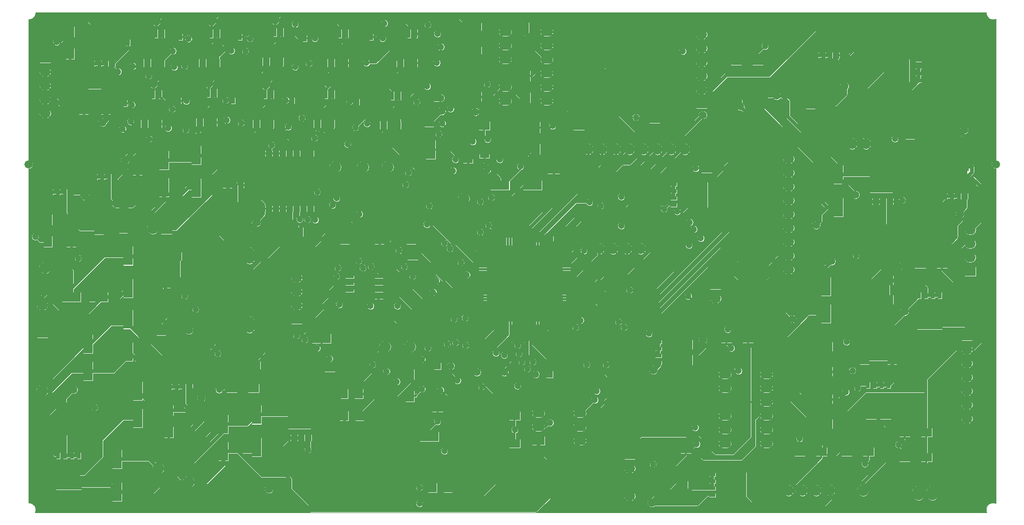
<source format=gbr>
G04 #@! TF.FileFunction,Copper,L1,Top,Signal*
%FSLAX46Y46*%
G04 Gerber Fmt 4.6, Leading zero omitted, Abs format (unit mm)*
G04 Created by KiCad (PCBNEW no-vcs-found-product) date Thu Sep 29 15:35:14 2016*
%MOMM*%
%LPD*%
G01*
G04 APERTURE LIST*
%ADD10C,0.050000*%
%ADD11R,3.500120X1.800860*%
%ADD12R,1.600000X2.000000*%
%ADD13R,2.000000X1.600000*%
%ADD14R,1.300000X1.300000*%
%ADD15C,1.300000*%
%ADD16R,1.800860X3.500120*%
%ADD17R,0.750000X1.200000*%
%ADD18R,1.500000X0.300000*%
%ADD19R,0.300000X1.500000*%
%ADD20R,1.700000X2.000000*%
%ADD21R,2.000000X1.700000*%
%ADD22O,1.727200X3.048000*%
%ADD23R,1.800860X0.800100*%
%ADD24R,0.508000X1.143000*%
%ADD25R,0.600000X1.550000*%
%ADD26O,2.032000X2.540000*%
%ADD27R,0.700000X1.150000*%
%ADD28R,4.700000X1.550000*%
%ADD29R,4.200000X3.300000*%
%ADD30R,1.150000X0.700000*%
%ADD31R,1.550000X4.700000*%
%ADD32R,3.300000X4.200000*%
%ADD33C,1.500000*%
%ADD34R,1.597660X1.800860*%
%ADD35R,1.550000X0.600000*%
%ADD36R,1.727200X2.032000*%
%ADD37O,1.727200X2.032000*%
%ADD38O,2.032000X1.727200*%
%ADD39R,2.032000X1.727200*%
%ADD40O,2.300000X1.600000*%
%ADD41R,2.032000X2.032000*%
%ADD42O,2.032000X2.032000*%
%ADD43R,2.235200X2.235200*%
%ADD44C,1.422400*%
%ADD45R,2.300000X1.600000*%
%ADD46C,1.200000*%
%ADD47C,1.400000*%
%ADD48C,0.300000*%
%ADD49C,1.000000*%
%ADD50C,0.410000*%
%ADD51C,0.700000*%
%ADD52C,0.025400*%
G04 APERTURE END LIST*
D10*
D11*
X152351740Y-82042000D03*
X146352260Y-82042000D03*
D12*
X129794000Y-120872000D03*
X129794000Y-116872000D03*
X152908000Y-71438000D03*
X152908000Y-75438000D03*
D11*
X119537740Y-110236000D03*
X113538260Y-110236000D03*
D13*
X115062000Y-115570000D03*
X119062000Y-115570000D03*
D14*
X134874000Y-115316000D03*
D15*
X137374000Y-115316000D03*
D14*
X155448000Y-116840000D03*
D15*
X152948000Y-116840000D03*
D13*
X101060000Y-119380000D03*
X97060000Y-119380000D03*
X139478000Y-71120000D03*
X143478000Y-71120000D03*
X176530000Y-130556000D03*
X180530000Y-130556000D03*
X205454000Y-131064000D03*
X201454000Y-131064000D03*
D16*
X208534000Y-80106560D03*
X208534000Y-86106040D03*
X75946000Y-138429740D03*
X75946000Y-132430260D03*
X90551000Y-76580960D03*
X90551000Y-82580440D03*
X77978000Y-95044260D03*
X77978000Y-101043740D03*
X101600000Y-124254260D03*
X101600000Y-130253740D03*
X77978000Y-106728260D03*
X77978000Y-112727740D03*
D12*
X150876000Y-57086000D03*
X150876000Y-53086000D03*
X151130000Y-61976000D03*
X151130000Y-65976000D03*
D13*
X227584000Y-96520000D03*
X223584000Y-96520000D03*
D12*
X63246000Y-88424000D03*
X63246000Y-92424000D03*
X67310000Y-57880000D03*
X67310000Y-53880000D03*
D13*
X180340000Y-78994000D03*
X184340000Y-78994000D03*
X224758000Y-127508000D03*
X220758000Y-127508000D03*
X210090000Y-131064000D03*
X214090000Y-131064000D03*
X134302000Y-94996000D03*
X130302000Y-94996000D03*
D16*
X133604000Y-75534560D03*
X133604000Y-81534040D03*
D13*
X138906000Y-122936000D03*
X134906000Y-122936000D03*
D11*
X133350260Y-128270000D03*
X139349740Y-128270000D03*
D13*
X149066000Y-129540000D03*
X145066000Y-129540000D03*
X149066000Y-124460000D03*
X145066000Y-124460000D03*
X178752000Y-69850000D03*
X174752000Y-69850000D03*
X164846000Y-71120000D03*
X160846000Y-71120000D03*
D17*
X77978000Y-55814000D03*
X77978000Y-53914000D03*
X87630000Y-54798000D03*
X87630000Y-52898000D03*
X98552000Y-54798000D03*
X98552000Y-52898000D03*
X110490000Y-55052000D03*
X110490000Y-53152000D03*
X122682000Y-54798000D03*
X122682000Y-52898000D03*
X77470000Y-66990000D03*
X77470000Y-65090000D03*
X87376000Y-66548000D03*
X87376000Y-64648000D03*
X97282000Y-66482000D03*
X97282000Y-64582000D03*
X108204000Y-66548000D03*
X108204000Y-64648000D03*
X120142000Y-66802000D03*
X120142000Y-64902000D03*
D13*
X187960000Y-110236000D03*
X191960000Y-110236000D03*
D18*
X143176000Y-94076000D03*
X143176000Y-94576000D03*
X143176000Y-95076000D03*
X143176000Y-95576000D03*
X143176000Y-96076000D03*
X143176000Y-96576000D03*
X143176000Y-97076000D03*
X143176000Y-97576000D03*
X143176000Y-98076000D03*
X143176000Y-98576000D03*
X143176000Y-99076000D03*
X143176000Y-99576000D03*
X143176000Y-100076000D03*
X143176000Y-100576000D03*
X143176000Y-101076000D03*
X143176000Y-101576000D03*
X143176000Y-102076000D03*
X143176000Y-102576000D03*
X143176000Y-103076000D03*
X143176000Y-103576000D03*
X143176000Y-104076000D03*
X143176000Y-104576000D03*
X143176000Y-105076000D03*
X143176000Y-105576000D03*
X143176000Y-106076000D03*
D19*
X144876000Y-107776000D03*
X145376000Y-107776000D03*
X145876000Y-107776000D03*
X146376000Y-107776000D03*
X146876000Y-107776000D03*
X147376000Y-107776000D03*
X147876000Y-107776000D03*
X148376000Y-107776000D03*
X148876000Y-107776000D03*
X149376000Y-107776000D03*
X149876000Y-107776000D03*
X150376000Y-107776000D03*
X150876000Y-107776000D03*
X151376000Y-107776000D03*
X151876000Y-107776000D03*
X152376000Y-107776000D03*
X152876000Y-107776000D03*
X153376000Y-107776000D03*
X153876000Y-107776000D03*
X154376000Y-107776000D03*
X154876000Y-107776000D03*
X155376000Y-107776000D03*
X155876000Y-107776000D03*
X156376000Y-107776000D03*
X156876000Y-107776000D03*
D18*
X158576000Y-106076000D03*
X158576000Y-105576000D03*
X158576000Y-105076000D03*
X158576000Y-104576000D03*
X158576000Y-104076000D03*
X158576000Y-103576000D03*
X158576000Y-103076000D03*
X158576000Y-102576000D03*
X158576000Y-102076000D03*
X158576000Y-101576000D03*
X158576000Y-101076000D03*
X158576000Y-100576000D03*
X158576000Y-100076000D03*
X158576000Y-99576000D03*
X158576000Y-99076000D03*
X158576000Y-98576000D03*
X158576000Y-98076000D03*
X158576000Y-97576000D03*
X158576000Y-97076000D03*
X158576000Y-96576000D03*
X158576000Y-96076000D03*
X158576000Y-95576000D03*
X158576000Y-95076000D03*
X158576000Y-94576000D03*
X158576000Y-94076000D03*
D19*
X156876000Y-92376000D03*
X156376000Y-92376000D03*
X155876000Y-92376000D03*
X155376000Y-92376000D03*
X154876000Y-92376000D03*
X154376000Y-92376000D03*
X153876000Y-92376000D03*
X153376000Y-92376000D03*
X152876000Y-92376000D03*
X152376000Y-92376000D03*
X151876000Y-92376000D03*
X151376000Y-92376000D03*
X150876000Y-92376000D03*
X150376000Y-92376000D03*
X149876000Y-92376000D03*
X149376000Y-92376000D03*
X148876000Y-92376000D03*
X148376000Y-92376000D03*
X147876000Y-92376000D03*
X147376000Y-92376000D03*
X146876000Y-92376000D03*
X146376000Y-92376000D03*
X145876000Y-92376000D03*
X145376000Y-92376000D03*
X144876000Y-92376000D03*
D20*
X214122000Y-90234000D03*
X214122000Y-94234000D03*
X69596000Y-127000000D03*
X69596000Y-123000000D03*
X217932000Y-90234000D03*
X217932000Y-94234000D03*
X66040000Y-127000000D03*
X66040000Y-123000000D03*
X94488000Y-86170000D03*
X94488000Y-90170000D03*
X84074000Y-104680000D03*
X84074000Y-108680000D03*
X98044000Y-86170000D03*
X98044000Y-90170000D03*
X87122000Y-104712000D03*
X87122000Y-108712000D03*
X110490000Y-133350000D03*
X110490000Y-137350000D03*
X106172000Y-133350000D03*
X106172000Y-137350000D03*
X85471000Y-123476000D03*
X85471000Y-127476000D03*
X89408000Y-123508000D03*
X89408000Y-127508000D03*
X221742000Y-68612000D03*
X221742000Y-72612000D03*
X223266000Y-88456000D03*
X223266000Y-92456000D03*
X226568000Y-72580000D03*
X226568000Y-68580000D03*
X227330000Y-92392000D03*
X227330000Y-88392000D03*
X203454000Y-67024000D03*
X203454000Y-63024000D03*
X207010000Y-67056000D03*
X207010000Y-63056000D03*
X213360000Y-114014000D03*
X213360000Y-110014000D03*
X218440000Y-110014000D03*
X218440000Y-114014000D03*
X67564000Y-88424000D03*
X67564000Y-92424000D03*
X77216000Y-85884000D03*
X77216000Y-89884000D03*
X72644000Y-86138000D03*
X72644000Y-90138000D03*
X79756000Y-75216000D03*
X79756000Y-79216000D03*
X171196000Y-81852000D03*
X171196000Y-85852000D03*
X174498000Y-85852000D03*
X174498000Y-81852000D03*
X69850000Y-64040000D03*
X69850000Y-68040000D03*
X73914000Y-68040000D03*
X73914000Y-64040000D03*
D21*
X217646000Y-103124000D03*
X213646000Y-103124000D03*
X180530000Y-135636000D03*
X176530000Y-135636000D03*
X213646000Y-99568000D03*
X217646000Y-99568000D03*
X176594000Y-138684000D03*
X180594000Y-138684000D03*
D20*
X167894000Y-110998000D03*
X167894000Y-114998000D03*
X171704000Y-115062000D03*
X171704000Y-111062000D03*
D22*
X100330000Y-107696000D03*
X95250000Y-107696000D03*
X100330000Y-94996000D03*
X95250000Y-94996000D03*
D23*
X140484860Y-75758000D03*
X140484860Y-77658000D03*
X143487140Y-76708000D03*
D24*
X111887000Y-76200000D03*
X110617000Y-76200000D03*
X109347000Y-76200000D03*
X108077000Y-76200000D03*
X106807000Y-76200000D03*
X105537000Y-76200000D03*
X104267000Y-76200000D03*
X102997000Y-76200000D03*
X102997000Y-86360000D03*
X104267000Y-86360000D03*
X105537000Y-86360000D03*
X106807000Y-86360000D03*
X108077000Y-86360000D03*
X109347000Y-86360000D03*
X110617000Y-86360000D03*
X111887000Y-86360000D03*
D25*
X80645000Y-59596000D03*
X81915000Y-59596000D03*
X83185000Y-59596000D03*
X84455000Y-59596000D03*
X84455000Y-54196000D03*
X83185000Y-54196000D03*
X81915000Y-54196000D03*
X80645000Y-54196000D03*
X90805000Y-59596000D03*
X92075000Y-59596000D03*
X93345000Y-59596000D03*
X94615000Y-59596000D03*
X94615000Y-54196000D03*
X93345000Y-54196000D03*
X92075000Y-54196000D03*
X90805000Y-54196000D03*
X102489000Y-59342000D03*
X103759000Y-59342000D03*
X105029000Y-59342000D03*
X106299000Y-59342000D03*
X106299000Y-53942000D03*
X105029000Y-53942000D03*
X103759000Y-53942000D03*
X102489000Y-53942000D03*
X114427000Y-59596000D03*
X115697000Y-59596000D03*
X116967000Y-59596000D03*
X118237000Y-59596000D03*
X118237000Y-54196000D03*
X116967000Y-54196000D03*
X115697000Y-54196000D03*
X114427000Y-54196000D03*
X127127000Y-59596000D03*
X128397000Y-59596000D03*
X129667000Y-59596000D03*
X130937000Y-59596000D03*
X130937000Y-54196000D03*
X129667000Y-54196000D03*
X128397000Y-54196000D03*
X127127000Y-54196000D03*
X80137000Y-70772000D03*
X81407000Y-70772000D03*
X82677000Y-70772000D03*
X83947000Y-70772000D03*
X83947000Y-65372000D03*
X82677000Y-65372000D03*
X81407000Y-65372000D03*
X80137000Y-65372000D03*
X90297000Y-70518000D03*
X91567000Y-70518000D03*
X92837000Y-70518000D03*
X94107000Y-70518000D03*
X94107000Y-65118000D03*
X92837000Y-65118000D03*
X91567000Y-65118000D03*
X90297000Y-65118000D03*
X100711000Y-70772000D03*
X101981000Y-70772000D03*
X103251000Y-70772000D03*
X104521000Y-70772000D03*
X104521000Y-65372000D03*
X103251000Y-65372000D03*
X101981000Y-65372000D03*
X100711000Y-65372000D03*
X111887000Y-70772000D03*
X113157000Y-70772000D03*
X114427000Y-70772000D03*
X115697000Y-70772000D03*
X115697000Y-65372000D03*
X114427000Y-65372000D03*
X113157000Y-65372000D03*
X111887000Y-65372000D03*
X124079000Y-71026000D03*
X125349000Y-71026000D03*
X126619000Y-71026000D03*
X127889000Y-71026000D03*
X127889000Y-65626000D03*
X126619000Y-65626000D03*
X125349000Y-65626000D03*
X124079000Y-65626000D03*
D13*
X189738000Y-59182000D03*
X193738000Y-59182000D03*
X220758000Y-132080000D03*
X224758000Y-132080000D03*
D26*
X225806000Y-138684000D03*
X228346000Y-138684000D03*
X223266000Y-138684000D03*
D27*
X215773000Y-85063000D03*
X214503000Y-85063000D03*
X217043000Y-85063000D03*
D28*
X216408000Y-79588000D03*
D29*
X216408000Y-81788000D03*
D27*
X218313000Y-85063000D03*
X67691000Y-131795000D03*
X68961000Y-131795000D03*
X66421000Y-131795000D03*
D28*
X67056000Y-137270000D03*
D29*
X67056000Y-135070000D03*
D27*
X65151000Y-131795000D03*
X96393000Y-82073000D03*
X95123000Y-82073000D03*
X97663000Y-82073000D03*
D28*
X97028000Y-76598000D03*
D29*
X97028000Y-78798000D03*
D27*
X98933000Y-82073000D03*
X84836000Y-100615000D03*
X83566000Y-100615000D03*
X86106000Y-100615000D03*
D28*
X85471000Y-95140000D03*
D29*
X85471000Y-97340000D03*
D27*
X87376000Y-100615000D03*
X108839000Y-128497000D03*
X107569000Y-128497000D03*
X110109000Y-128497000D03*
D28*
X109474000Y-123022000D03*
D29*
X109474000Y-125222000D03*
D27*
X111379000Y-128497000D03*
X86995000Y-119157000D03*
X85725000Y-119157000D03*
X88265000Y-119157000D03*
D28*
X87630000Y-113682000D03*
D29*
X87630000Y-115882000D03*
D27*
X89535000Y-119157000D03*
D30*
X223297000Y-61595000D03*
X223297000Y-62865000D03*
X223297000Y-60325000D03*
D31*
X217822000Y-60960000D03*
D32*
X220022000Y-60960000D03*
D30*
X223297000Y-59055000D03*
D27*
X229489000Y-84105000D03*
X228219000Y-84105000D03*
X230759000Y-84105000D03*
D28*
X230124000Y-78630000D03*
D29*
X230124000Y-80830000D03*
D27*
X232029000Y-84105000D03*
X205867000Y-58197000D03*
X204597000Y-58197000D03*
X207137000Y-58197000D03*
D28*
X206502000Y-52722000D03*
D29*
X206502000Y-54922000D03*
D27*
X208407000Y-58197000D03*
D30*
X178277000Y-83185000D03*
X178277000Y-81915000D03*
X178277000Y-84455000D03*
D31*
X183752000Y-83820000D03*
D32*
X181552000Y-83820000D03*
D30*
X178277000Y-85725000D03*
D27*
X216535000Y-118841000D03*
X217805000Y-118841000D03*
X215265000Y-118841000D03*
D28*
X215900000Y-124316000D03*
D29*
X215900000Y-122116000D03*
D27*
X213995000Y-118841000D03*
X72771000Y-59721000D03*
X71501000Y-59721000D03*
X74041000Y-59721000D03*
D28*
X73406000Y-54246000D03*
D29*
X73406000Y-56446000D03*
D27*
X75311000Y-59721000D03*
X65151000Y-83343000D03*
X63881000Y-83343000D03*
X66421000Y-83343000D03*
D28*
X65786000Y-77868000D03*
D29*
X65786000Y-80068000D03*
D27*
X67691000Y-83343000D03*
X73279000Y-80549000D03*
X72009000Y-80549000D03*
X74549000Y-80549000D03*
D28*
X73914000Y-75074000D03*
D29*
X73914000Y-77274000D03*
D27*
X75819000Y-80549000D03*
D30*
X175483000Y-112141000D03*
X175483000Y-110871000D03*
X175483000Y-113411000D03*
D31*
X180958000Y-112776000D03*
D32*
X178758000Y-112776000D03*
D30*
X175483000Y-114681000D03*
X185389000Y-136525000D03*
X185389000Y-135255000D03*
X185389000Y-137795000D03*
D31*
X190864000Y-137160000D03*
D32*
X188664000Y-137160000D03*
D30*
X185389000Y-139065000D03*
D27*
X225933000Y-102331000D03*
X227203000Y-102331000D03*
X224663000Y-102331000D03*
D28*
X225298000Y-107806000D03*
D29*
X225298000Y-105606000D03*
D27*
X223393000Y-102331000D03*
D33*
X59690000Y-78232000D03*
X237490000Y-78232000D03*
D34*
X117602140Y-120396000D03*
X120441860Y-120396000D03*
X117706140Y-124460000D03*
X120545860Y-124460000D03*
X133962140Y-137668000D03*
X136801860Y-137668000D03*
D16*
X206248000Y-105664360D03*
X206248000Y-100665640D03*
X79756000Y-119928640D03*
X79756000Y-124927360D03*
X84582000Y-82509360D03*
X84582000Y-77510640D03*
D11*
X72603360Y-102616000D03*
X67604640Y-102616000D03*
D16*
X95504000Y-131023360D03*
X95504000Y-126024640D03*
X70612000Y-116291360D03*
X70612000Y-111292640D03*
D35*
X124112000Y-102743000D03*
X124112000Y-101473000D03*
X124112000Y-100203000D03*
X124112000Y-98933000D03*
X118712000Y-98933000D03*
X118712000Y-100203000D03*
X118712000Y-101473000D03*
X118712000Y-102743000D03*
D20*
X149098000Y-71438000D03*
X149098000Y-75438000D03*
X127254000Y-131128000D03*
X127254000Y-135128000D03*
D21*
X97314000Y-115062000D03*
X101314000Y-115062000D03*
X141954000Y-61468000D03*
X137954000Y-61468000D03*
D20*
X116840000Y-135064000D03*
X116840000Y-131064000D03*
D21*
X137954000Y-57150000D03*
X141954000Y-57150000D03*
D20*
X122174000Y-130874000D03*
X122174000Y-134874000D03*
D21*
X152622000Y-137668000D03*
X148622000Y-137668000D03*
X105188000Y-90678000D03*
X109188000Y-90678000D03*
X182308000Y-106934000D03*
X178308000Y-106934000D03*
X137954000Y-53086000D03*
X141954000Y-53086000D03*
D20*
X160782000Y-137922000D03*
X160782000Y-133922000D03*
D21*
X173482000Y-124206000D03*
X177482000Y-124206000D03*
X202470000Y-125984000D03*
X206470000Y-125984000D03*
X202470000Y-111760000D03*
X206470000Y-111760000D03*
X172530000Y-57912000D03*
X176530000Y-57912000D03*
X161290000Y-62484000D03*
X165290000Y-62484000D03*
X172466000Y-53594000D03*
X176466000Y-53594000D03*
D20*
X130048000Y-87916000D03*
X130048000Y-91916000D03*
X124206000Y-87916000D03*
X124206000Y-91916000D03*
D21*
X194754000Y-100330000D03*
X190754000Y-100330000D03*
D20*
X117856000Y-87916000D03*
X117856000Y-91916000D03*
D21*
X194754000Y-97028000D03*
X190754000Y-97028000D03*
X194754000Y-93726000D03*
X190754000Y-93726000D03*
X194754000Y-90424000D03*
X190754000Y-90424000D03*
X194754000Y-87122000D03*
X190754000Y-87122000D03*
X194754000Y-83820000D03*
X190754000Y-83820000D03*
X194754000Y-80518000D03*
X190754000Y-80518000D03*
X194754000Y-77216000D03*
X190754000Y-77216000D03*
X177228000Y-119634000D03*
X173228000Y-119634000D03*
X206470000Y-116332000D03*
X202470000Y-116332000D03*
D20*
X167640000Y-123126000D03*
X167640000Y-119126000D03*
D21*
X206470000Y-121412000D03*
X202470000Y-121412000D03*
X176276000Y-64262000D03*
X172276000Y-64262000D03*
X164782000Y-66548000D03*
X160782000Y-66548000D03*
X165036000Y-57658000D03*
X161036000Y-57658000D03*
X165036000Y-53848000D03*
X161036000Y-53848000D03*
X141954000Y-65786000D03*
X137954000Y-65786000D03*
D20*
X197104000Y-109728000D03*
X197104000Y-105728000D03*
D21*
X190564000Y-65532000D03*
X194564000Y-65532000D03*
D20*
X133350000Y-70326000D03*
X133350000Y-66326000D03*
D36*
X182880000Y-75438000D03*
D37*
X180340000Y-75438000D03*
X177800000Y-75438000D03*
X175260000Y-75438000D03*
X172720000Y-75438000D03*
X170180000Y-75438000D03*
X167640000Y-75438000D03*
X165100000Y-75438000D03*
X162560000Y-75438000D03*
X160020000Y-75438000D03*
D38*
X232791000Y-90297000D03*
X232791000Y-92837000D03*
X232791000Y-95377000D03*
D39*
X232791000Y-97917000D03*
X183388000Y-67056000D03*
D38*
X183388000Y-64516000D03*
X183388000Y-61976000D03*
X183388000Y-59436000D03*
X183388000Y-56896000D03*
X183388000Y-54356000D03*
D39*
X185928000Y-100330000D03*
D38*
X185928000Y-102870000D03*
X185928000Y-105410000D03*
D39*
X199390000Y-100076000D03*
D38*
X199390000Y-97536000D03*
X199390000Y-94996000D03*
X199390000Y-92456000D03*
X199390000Y-89916000D03*
X199390000Y-87376000D03*
X199390000Y-84836000D03*
X199390000Y-82296000D03*
X199390000Y-79756000D03*
X199390000Y-77216000D03*
D39*
X62738000Y-58674000D03*
D38*
X62738000Y-61214000D03*
X62738000Y-63754000D03*
X62738000Y-66294000D03*
X62738000Y-68834000D03*
D39*
X232156000Y-109728000D03*
D38*
X232156000Y-112268000D03*
X232156000Y-114808000D03*
X232156000Y-117348000D03*
X232156000Y-119888000D03*
X232156000Y-122428000D03*
X232156000Y-124968000D03*
D39*
X62230000Y-109220000D03*
D38*
X62230000Y-106680000D03*
X62230000Y-104140000D03*
D40*
X187706000Y-116840000D03*
X187706000Y-119380000D03*
X187706000Y-121920000D03*
X187706000Y-124460000D03*
X187706000Y-127000000D03*
X187706000Y-129540000D03*
X195326000Y-129540000D03*
X195326000Y-127000000D03*
X195326000Y-124460000D03*
X195326000Y-121920000D03*
X195326000Y-119380000D03*
X195326000Y-116840000D03*
X147320000Y-66548000D03*
X147320000Y-64008000D03*
X147320000Y-61468000D03*
X147320000Y-58928000D03*
X147320000Y-56388000D03*
X147320000Y-53848000D03*
X154940000Y-53848000D03*
X154940000Y-56388000D03*
X154940000Y-58928000D03*
X154940000Y-61468000D03*
X154940000Y-64008000D03*
X154940000Y-66548000D03*
D39*
X108966000Y-106680000D03*
D38*
X108966000Y-104140000D03*
X108966000Y-101600000D03*
X108966000Y-99060000D03*
X108966000Y-96520000D03*
D41*
X129794000Y-109220000D03*
D42*
X129794000Y-111760000D03*
D41*
X125730000Y-81280000D03*
D42*
X125730000Y-78740000D03*
D41*
X121158000Y-81280000D03*
D42*
X121158000Y-78740000D03*
D41*
X116078000Y-81280000D03*
D42*
X116078000Y-78740000D03*
D41*
X125222000Y-109220000D03*
D42*
X125222000Y-111760000D03*
D36*
X174752000Y-93726000D03*
D37*
X172212000Y-93726000D03*
X169672000Y-93726000D03*
X167132000Y-93726000D03*
X164592000Y-93726000D03*
D41*
X139700000Y-82042000D03*
D42*
X139700000Y-84582000D03*
D41*
X83566000Y-136652000D03*
D42*
X83566000Y-134112000D03*
D41*
X85090000Y-90043000D03*
D42*
X82550000Y-90043000D03*
D41*
X65278000Y-97282000D03*
D42*
X62738000Y-97282000D03*
D41*
X89154000Y-134112000D03*
D42*
X89154000Y-136652000D03*
D41*
X62230000Y-117348000D03*
D42*
X62230000Y-119888000D03*
D36*
X208534000Y-74422000D03*
D37*
X211074000Y-74422000D03*
X213614000Y-74422000D03*
D41*
X215646000Y-138176000D03*
D42*
X213106000Y-138176000D03*
D36*
X196850000Y-138176000D03*
D37*
X199390000Y-138176000D03*
X201930000Y-138176000D03*
X204470000Y-138176000D03*
X207010000Y-138176000D03*
D39*
X170180000Y-131572000D03*
D38*
X170180000Y-134112000D03*
X170180000Y-136652000D03*
X170180000Y-139192000D03*
D43*
X156210000Y-78867000D03*
D44*
X147193000Y-116459000D03*
X142113000Y-116459000D03*
D45*
X153416000Y-129032000D03*
D40*
X153416000Y-126492000D03*
X153416000Y-123952000D03*
X161036000Y-123952000D03*
X161036000Y-126492000D03*
X161036000Y-129032000D03*
D46*
X168656000Y-89535000D03*
X168656000Y-84201000D03*
X122555000Y-104267000D03*
X127508000Y-104267000D03*
X109546800Y-88321400D03*
X182245000Y-126619000D03*
X182499000Y-129667000D03*
X144054010Y-79315431D03*
X150114000Y-78613000D03*
X121793000Y-59563000D03*
X125095000Y-52324000D03*
X135509000Y-56642000D03*
X134747000Y-59563000D03*
X108712000Y-52451000D03*
X116332000Y-98806000D03*
X143002000Y-119126000D03*
X162814000Y-85217000D03*
X195072000Y-56515000D03*
X96139000Y-70104000D03*
X86233000Y-57404000D03*
X156021990Y-71170135D03*
X171351300Y-69576010D03*
D33*
X209677000Y-63881000D03*
X230886000Y-87376000D03*
X220726000Y-105283000D03*
D46*
X212090000Y-119380000D03*
D33*
X67945000Y-119634000D03*
D46*
X60960000Y-91567000D03*
X64871600Y-55740300D03*
D33*
X73291700Y-70523100D03*
D46*
X213423500Y-133286500D03*
X201434700Y-128663700D03*
X163791900Y-121539000D03*
X149098000Y-127038100D03*
X145605500Y-112915700D03*
X140256000Y-98561900D03*
X104394000Y-74676000D03*
D33*
X174498000Y-116078000D03*
X91440000Y-121158000D03*
X101600000Y-88900000D03*
X174244000Y-140462000D03*
X220726000Y-96266000D03*
X231648000Y-71882000D03*
X77470000Y-77470000D03*
X70104000Y-84074000D03*
X89154000Y-108712000D03*
X103886000Y-137922000D03*
D46*
X122682000Y-97028000D03*
X127762000Y-93980000D03*
X144272000Y-89408000D03*
X176525000Y-86426000D03*
X111094000Y-130711000D03*
X88398300Y-102451000D03*
X220309500Y-84807500D03*
X119804400Y-71463700D03*
X107438300Y-71336700D03*
X108711200Y-60313200D03*
X96979400Y-57346500D03*
X118712400Y-66724500D03*
X106966400Y-66441600D03*
X95926200Y-66462800D03*
X88706500Y-66597500D03*
X78673500Y-67301000D03*
X188856100Y-112029000D03*
X219611000Y-129794000D03*
X182340000Y-78962000D03*
X94731000Y-119670500D03*
X137715600Y-79400300D03*
X115003500Y-113962500D03*
X112328500Y-55061400D03*
X112746800Y-112020700D03*
X124774500Y-55061400D03*
X132014800Y-119551000D03*
X76158800Y-61195500D03*
X85372300Y-71590700D03*
X89087500Y-55134100D03*
X100390500Y-55122100D03*
X144082400Y-73598400D03*
X155573900Y-125745600D03*
X134860000Y-125519700D03*
X144780000Y-84328000D03*
X142748000Y-85090000D03*
X122047000Y-108204000D03*
X117729000Y-107569000D03*
X138544300Y-117983000D03*
X147154900Y-113309400D03*
X136144000Y-130937000D03*
X135430900Y-119795400D03*
X179971700Y-57429400D03*
X188218100Y-108574600D03*
D47*
X204470000Y-89408000D03*
X135636000Y-68453000D03*
X202540100Y-105614300D03*
X190550800Y-67598000D03*
D46*
X125495081Y-116312919D03*
X137922000Y-106680000D03*
X127381000Y-118198000D03*
X139954000Y-106501000D03*
X132020000Y-114137000D03*
X133096000Y-112014000D03*
X131572000Y-137668000D03*
X131572000Y-140589000D03*
X115570000Y-85725000D03*
X133350000Y-85852000D03*
X132933000Y-89288400D03*
X116586000Y-97282000D03*
X112776000Y-83312000D03*
X139192000Y-96266000D03*
X129032000Y-81951000D03*
X112268000Y-73406000D03*
X98806000Y-70612000D03*
X137160000Y-93726000D03*
X78486000Y-70383400D03*
X116332000Y-84455000D03*
X81895900Y-73552100D03*
X136144000Y-92710000D03*
X111252000Y-59690000D03*
X131064000Y-66802000D03*
X110490000Y-110490000D03*
X121158000Y-97282000D03*
X71882000Y-122936000D03*
X130302000Y-98806000D03*
X134678000Y-99659000D03*
X211836000Y-94996000D03*
X149606006Y-118999000D03*
X134069000Y-101762000D03*
X128778000Y-97028000D03*
X120396000Y-96012000D03*
X134874000Y-54229000D03*
X132969000Y-63881000D03*
X138176000Y-110998000D03*
X88392000Y-60198000D03*
X140045000Y-111506000D03*
X88646000Y-71882000D03*
X109982000Y-69759000D03*
X136652000Y-111252000D03*
X129540000Y-79756000D03*
X142748000Y-90678000D03*
X116840000Y-104013000D03*
X90424000Y-104902000D03*
X108966000Y-109728000D03*
X149606000Y-111506000D03*
X168148000Y-107188000D03*
X149860000Y-113030000D03*
X150368000Y-114554000D03*
X169164000Y-108204000D03*
X151384000Y-115824000D03*
X68834000Y-95504000D03*
X94488000Y-113030000D03*
X122936000Y-115062000D03*
X152400000Y-114554000D03*
X170180000Y-101346000D03*
X164122100Y-119913400D03*
X174498000Y-133350000D03*
X162306000Y-115062000D03*
X165862000Y-115062000D03*
X112398000Y-88429300D03*
X110998000Y-88392000D03*
X190210000Y-116213000D03*
X173736000Y-109347000D03*
X78867000Y-60198000D03*
X118364000Y-74549000D03*
X120523000Y-87376000D03*
X160274000Y-108204000D03*
X99568000Y-57404000D03*
X135128000Y-72644000D03*
X138176000Y-77343000D03*
X161163000Y-106934000D03*
X161798000Y-94107000D03*
X146304000Y-77343000D03*
X181102000Y-93091000D03*
X210058000Y-110871000D03*
X181991000Y-90170000D03*
X218948000Y-73533000D03*
X181229000Y-88900000D03*
X180975000Y-102489000D03*
X183261000Y-91821000D03*
X164846000Y-85852000D03*
X121920000Y-70739000D03*
X135763000Y-70739000D03*
X141351000Y-74041000D03*
X133096000Y-52578000D03*
X86487000Y-60325000D03*
X86106000Y-68072000D03*
X144018000Y-63500000D03*
X77012800Y-71729600D03*
X137278000Y-68025300D03*
X81788000Y-61976000D03*
D33*
X183642000Y-110490000D03*
D46*
X211150200Y-116154200D03*
X209918300Y-120091200D03*
X178927300Y-86920400D03*
D47*
X197231000Y-65659000D03*
X141859000Y-68580000D03*
X211709000Y-83820000D03*
X135439000Y-66022500D03*
X183674300Y-69164000D03*
X207303700Y-96055900D03*
X200065100Y-106655500D03*
D48*
X109347000Y-88121600D02*
X109347000Y-86360000D01*
X109546800Y-88321400D02*
X109347000Y-88121600D01*
X182245000Y-126619000D02*
X182372000Y-126619000D01*
X187356000Y-124460000D02*
X187706000Y-124460000D01*
X180530000Y-130556000D02*
X181610000Y-130556000D01*
X181610000Y-130556000D02*
X182499000Y-129667000D01*
X190754000Y-132461000D02*
X183735000Y-132461000D01*
X183735000Y-132461000D02*
X181830000Y-130556000D01*
X181830000Y-130556000D02*
X180530000Y-130556000D01*
X193167000Y-130048000D02*
X190754000Y-132461000D01*
X193167000Y-125169000D02*
X193167000Y-130048000D01*
X195326000Y-124460000D02*
X193876000Y-124460000D01*
X193876000Y-124460000D02*
X193167000Y-125169000D01*
X144054010Y-78466903D02*
X144054010Y-79315431D01*
X143895300Y-78334300D02*
X143921407Y-78334300D01*
X143921407Y-78334300D02*
X144054010Y-78466903D01*
X146352260Y-82042000D02*
X147201890Y-82042000D01*
X147201890Y-82042000D02*
X150114000Y-79129890D01*
X150114000Y-79129890D02*
X150114000Y-78613000D01*
X121793000Y-59563000D02*
X123571000Y-59563000D01*
X123571000Y-59563000D02*
X125984000Y-57150000D01*
X125984000Y-57150000D02*
X135001000Y-57150000D01*
X135001000Y-57150000D02*
X135509000Y-56642000D01*
X121760000Y-59596000D02*
X121793000Y-59563000D01*
X118237000Y-59596000D02*
X121760000Y-59596000D01*
X124774500Y-55061400D02*
X124774500Y-52644500D01*
X124774500Y-52644500D02*
X125095000Y-52324000D01*
X130937000Y-59596000D02*
X134714000Y-59596000D01*
X134714000Y-59596000D02*
X134747000Y-59563000D01*
X110490000Y-55052000D02*
X109281000Y-55052000D01*
X109281000Y-55052000D02*
X108712000Y-54483000D01*
X108712000Y-54483000D02*
X108712000Y-52451000D01*
X108966000Y-99060000D02*
X116078000Y-99060000D01*
X116078000Y-99060000D02*
X116332000Y-98806000D01*
X143532000Y-119126000D02*
X143002000Y-119126000D01*
X148866000Y-124460000D02*
X143532000Y-119126000D01*
X149066000Y-124460000D02*
X148866000Y-124460000D01*
X154376000Y-91155472D02*
X160314472Y-85217000D01*
X154376000Y-92376000D02*
X154376000Y-91155472D01*
X161965472Y-85217000D02*
X162814000Y-85217000D01*
X160314472Y-85217000D02*
X161965472Y-85217000D01*
X185389000Y-139065000D02*
X184463700Y-139065000D01*
X184463700Y-139065000D02*
X182685700Y-140843000D01*
X182685700Y-140843000D02*
X174625000Y-140843000D01*
X174625000Y-140843000D02*
X174244000Y-140462000D01*
X180530000Y-130556000D02*
X180530000Y-131656000D01*
X178562000Y-133624000D02*
X178562000Y-136866000D01*
X180530000Y-131656000D02*
X178562000Y-133624000D01*
X178562000Y-136866000D02*
X176744000Y-138684000D01*
X176744000Y-138684000D02*
X176594000Y-138684000D01*
X193738000Y-57849000D02*
X194472001Y-57114999D01*
X193738000Y-59182000D02*
X193738000Y-57849000D01*
X194472001Y-57114999D02*
X195072000Y-56515000D01*
X85372300Y-71590700D02*
X85372300Y-71402300D01*
X85372300Y-71402300D02*
X84742000Y-70772000D01*
X84742000Y-70772000D02*
X83947000Y-70772000D01*
X94107000Y-70518000D02*
X95725000Y-70518000D01*
X95725000Y-70518000D02*
X96139000Y-70104000D01*
X84455000Y-59596000D02*
X84455000Y-59182000D01*
X84455000Y-59182000D02*
X86233000Y-57404000D01*
X156072125Y-71120000D02*
X156021990Y-71170135D01*
X152908000Y-71438000D02*
X155754125Y-71438000D01*
X155754125Y-71438000D02*
X156021990Y-71170135D01*
X160846000Y-71120000D02*
X156072125Y-71120000D01*
X171625290Y-69850000D02*
X171351300Y-69576010D01*
X174752000Y-69850000D02*
X171625290Y-69850000D01*
X151130000Y-65976000D02*
X150030000Y-65976000D01*
X149352000Y-59944000D02*
X148336000Y-58928000D01*
X150030000Y-65976000D02*
X149352000Y-65298000D01*
X149352000Y-65298000D02*
X149352000Y-59944000D01*
X148336000Y-58928000D02*
X147320000Y-58928000D01*
X152908000Y-55880000D02*
X152908000Y-57246000D01*
X154590000Y-58928000D02*
X154940000Y-58928000D01*
X152908000Y-57246000D02*
X154590000Y-58928000D01*
X152146000Y-55118000D02*
X152908000Y-55880000D01*
X151608000Y-55118000D02*
X152146000Y-55118000D01*
X150876000Y-53086000D02*
X150876000Y-54386000D01*
X150876000Y-54386000D02*
X151608000Y-55118000D01*
X211348300Y-57404000D02*
X210555300Y-58197000D01*
X210555300Y-58197000D02*
X208407000Y-58197000D01*
X211348300Y-57404000D02*
X221742000Y-57404000D01*
X221742000Y-57404000D02*
X223297000Y-58959000D01*
X223297000Y-58959000D02*
X223297000Y-59055000D01*
D49*
X207010000Y-67056000D02*
X207899000Y-67056000D01*
X207899000Y-67056000D02*
X209677000Y-65278000D01*
X209677000Y-65278000D02*
X209677000Y-63881000D01*
D48*
X209018500Y-63119000D02*
X209018500Y-59733800D01*
X209018500Y-63119000D02*
X209018500Y-63222500D01*
X209018500Y-63222500D02*
X209677000Y-63881000D01*
X218313000Y-85063000D02*
X220118000Y-85063000D01*
X220118000Y-85063000D02*
X220345000Y-84836000D01*
X220345000Y-84836000D02*
X220316500Y-84807500D01*
X220316500Y-84807500D02*
X220309500Y-84807500D01*
D49*
X227330000Y-92392000D02*
X229172000Y-92392000D01*
X229172000Y-92392000D02*
X229997000Y-91567000D01*
X229997000Y-91567000D02*
X229997000Y-89325660D01*
X229997000Y-89325660D02*
X230886000Y-88436660D01*
X230886000Y-88436660D02*
X230886000Y-87376000D01*
D48*
X232029000Y-84105000D02*
X232029000Y-86233000D01*
X232029000Y-86233000D02*
X230886000Y-87376000D01*
D49*
X219976001Y-106032999D02*
X220726000Y-105283000D01*
X218440000Y-110014000D02*
X218440000Y-107569000D01*
D48*
X220726000Y-105223000D02*
X220726000Y-105283000D01*
D49*
X218440000Y-107569000D02*
X219976001Y-106032999D01*
D48*
X223393000Y-102556000D02*
X220726000Y-105223000D01*
X223393000Y-102331000D02*
X223393000Y-102556000D01*
X212629000Y-118841000D02*
X212090000Y-119380000D01*
X213995000Y-118841000D02*
X212629000Y-118841000D01*
X87376000Y-100615000D02*
X87376000Y-101428700D01*
X87376000Y-101428700D02*
X88398300Y-102451000D01*
X89535000Y-119157000D02*
X89535000Y-119253000D01*
X89535000Y-119253000D02*
X91440000Y-121158000D01*
X65151000Y-131795000D02*
X64501000Y-131795000D01*
X64501000Y-131795000D02*
X63500000Y-130794000D01*
X63500000Y-124206000D02*
X64706000Y-123000000D01*
X63500000Y-130794000D02*
X63500000Y-124206000D01*
X64706000Y-123000000D02*
X66040000Y-123000000D01*
D49*
X66040000Y-123000000D02*
X66040000Y-122850000D01*
X66040000Y-122850000D02*
X66167000Y-122723000D01*
X66167000Y-122723000D02*
X66167000Y-121158000D01*
X66167000Y-121158000D02*
X67691000Y-119634000D01*
X67691000Y-119634000D02*
X67945000Y-119634000D01*
D48*
X61559999Y-92166999D02*
X60960000Y-91567000D01*
X61817000Y-92424000D02*
X61559999Y-92166999D01*
X63246000Y-92424000D02*
X61817000Y-92424000D01*
X75311000Y-59721000D02*
X75311000Y-59715400D01*
X75311000Y-59715400D02*
X75323700Y-59702700D01*
X75323700Y-59702700D02*
X75323700Y-60360400D01*
X75323700Y-60360400D02*
X76158800Y-61195500D01*
X77978000Y-55814000D02*
X77978000Y-57175400D01*
X77978000Y-57175400D02*
X75432400Y-59721000D01*
X75432400Y-59721000D02*
X75311000Y-59721000D01*
X65649700Y-55740300D02*
X64871600Y-55740300D01*
X67310000Y-54080000D02*
X65649700Y-55740300D01*
X67310000Y-53880000D02*
X67310000Y-54080000D01*
D49*
X73430900Y-70523100D02*
X73291700Y-70523100D01*
X73914000Y-70040000D02*
X73430900Y-70523100D01*
X73914000Y-68040000D02*
X73914000Y-70040000D01*
D48*
X214023499Y-132686501D02*
X213423500Y-133286500D01*
X214090000Y-132620000D02*
X214023499Y-132686501D01*
X214090000Y-131064000D02*
X214090000Y-132620000D01*
X201454000Y-128683000D02*
X201434700Y-128663700D01*
X201454000Y-131064000D02*
X201454000Y-128683000D01*
X163791900Y-121546100D02*
X163791900Y-121539000D01*
X161386000Y-123952000D02*
X163791900Y-121546100D01*
X161036000Y-123952000D02*
X161386000Y-123952000D01*
X155573900Y-125745600D02*
X154827500Y-126492000D01*
X154827500Y-126492000D02*
X153416000Y-126492000D01*
X149066000Y-124460000D02*
X149066000Y-127006100D01*
X149066000Y-127006100D02*
X149098000Y-127038100D01*
X149066000Y-127070100D02*
X149098000Y-127038100D01*
X149066000Y-129540000D02*
X149066000Y-127070100D01*
X145605500Y-112067172D02*
X145605500Y-112915700D01*
X145605500Y-111861600D02*
X145605500Y-112067172D01*
X147876000Y-109591100D02*
X145605500Y-111861600D01*
X147876000Y-107776000D02*
X147876000Y-109591100D01*
X140770000Y-99076000D02*
X140256000Y-98561900D01*
X143176000Y-99076000D02*
X140770000Y-99076000D01*
X104267000Y-74803000D02*
X104394000Y-74676000D01*
X104267000Y-76200000D02*
X104267000Y-74803000D01*
X105537000Y-76200000D02*
X104267000Y-76200000D01*
X106807000Y-76200000D02*
X105537000Y-76200000D01*
X102997000Y-76200000D02*
X104267000Y-76200000D01*
X102997000Y-85487000D02*
X102997000Y-86360000D01*
X99583000Y-82073000D02*
X102997000Y-85487000D01*
X98933000Y-82073000D02*
X99583000Y-82073000D01*
X108077000Y-88417000D02*
X108077000Y-86360000D01*
X109188000Y-89528000D02*
X108077000Y-88417000D01*
X109188000Y-90678000D02*
X109188000Y-89528000D01*
X102997000Y-87503000D02*
X102997000Y-86360000D01*
X101600000Y-88900000D02*
X102997000Y-87503000D01*
X104267000Y-86360000D02*
X102997000Y-86360000D01*
X105537000Y-86360000D02*
X104267000Y-86360000D01*
X106807000Y-86360000D02*
X105537000Y-86360000D01*
X108077000Y-86360000D02*
X106807000Y-86360000D01*
D49*
X175483000Y-115093000D02*
X174498000Y-116078000D01*
X175483000Y-114681000D02*
X175483000Y-115093000D01*
X173482000Y-115062000D02*
X174498000Y-116078000D01*
X171704000Y-115062000D02*
X173482000Y-115062000D01*
X91440000Y-125326000D02*
X91440000Y-121158000D01*
X89408000Y-127358000D02*
X91440000Y-125326000D01*
X89408000Y-127508000D02*
X89408000Y-127358000D01*
X100330000Y-90170000D02*
X101600000Y-88900000D01*
X98044000Y-90170000D02*
X100330000Y-90170000D01*
X176022000Y-138684000D02*
X174244000Y-140462000D01*
X176594000Y-138684000D02*
X176022000Y-138684000D01*
X219964000Y-97028000D02*
X220726000Y-96266000D01*
X216186000Y-97028000D02*
X219964000Y-97028000D01*
X213646000Y-99568000D02*
X216186000Y-97028000D01*
X220980000Y-96520000D02*
X220726000Y-96266000D01*
X223584000Y-96520000D02*
X220980000Y-96520000D01*
X218694000Y-94234000D02*
X220726000Y-96266000D01*
X217932000Y-94234000D02*
X218694000Y-94234000D01*
X230950000Y-72580000D02*
X231648000Y-71882000D01*
X226568000Y-72580000D02*
X230950000Y-72580000D01*
X77470000Y-78898000D02*
X77470000Y-77470000D01*
X75819000Y-80549000D02*
X77470000Y-78898000D01*
X79724000Y-75216000D02*
X77470000Y-77470000D01*
X79756000Y-75216000D02*
X79724000Y-75216000D01*
X69373000Y-83343000D02*
X70104000Y-84074000D01*
X67691000Y-83343000D02*
X69373000Y-83343000D01*
X72168000Y-86138000D02*
X70104000Y-84074000D01*
X72644000Y-86138000D02*
X72168000Y-86138000D01*
X87122000Y-108712000D02*
X89154000Y-108712000D01*
X104458000Y-137350000D02*
X103886000Y-137922000D01*
X106172000Y-137350000D02*
X104458000Y-137350000D01*
D48*
X122807000Y-97028000D02*
X122682000Y-97028000D01*
X124112000Y-98333000D02*
X122807000Y-97028000D01*
X124112000Y-98933000D02*
X124112000Y-98333000D01*
X128778000Y-94996000D02*
X127762000Y-93980000D01*
X130302000Y-94996000D02*
X128778000Y-94996000D01*
X172085000Y-114681000D02*
X171704000Y-115062000D01*
X145376000Y-90512000D02*
X144272000Y-89408000D01*
X145376000Y-92376000D02*
X145376000Y-90512000D01*
X178277000Y-85725000D02*
X177351700Y-85725000D01*
X111379000Y-130426000D02*
X111379000Y-128497000D01*
X111094000Y-130711000D02*
X111379000Y-130426000D01*
X115697000Y-70772000D02*
X115697000Y-71897300D01*
X106877700Y-71897300D02*
X104521000Y-71897300D01*
X107438300Y-71336700D02*
X106877700Y-71897300D01*
X104521000Y-70772000D02*
X104521000Y-71897300D01*
X108557100Y-60467300D02*
X106299000Y-60467300D01*
X108711200Y-60313200D02*
X108557100Y-60467300D01*
X106299000Y-59342000D02*
X106299000Y-60467300D01*
X95739200Y-57346500D02*
X94615000Y-58470700D01*
X96979400Y-57346500D02*
X95739200Y-57346500D01*
X94615000Y-59596000D02*
X94615000Y-58470700D01*
X176650700Y-86426000D02*
X176525000Y-86426000D01*
X177351700Y-85725000D02*
X176650700Y-86426000D01*
X176272300Y-86426000D02*
X175698300Y-85852000D01*
X176525000Y-86426000D02*
X176272300Y-86426000D01*
X174498000Y-85852000D02*
X175698300Y-85852000D01*
X119339200Y-66724500D02*
X119416700Y-66802000D01*
X118712400Y-66724500D02*
X119339200Y-66724500D01*
X120142000Y-66802000D02*
X119416700Y-66802000D01*
X107372300Y-66441600D02*
X107478700Y-66548000D01*
X106966400Y-66441600D02*
X107372300Y-66441600D01*
X108204000Y-66548000D02*
X107478700Y-66548000D01*
X96537500Y-66462800D02*
X96556700Y-66482000D01*
X95926200Y-66462800D02*
X96537500Y-66462800D01*
X97282000Y-66482000D02*
X96556700Y-66482000D01*
X88150800Y-66597500D02*
X88101300Y-66548000D01*
X88706500Y-66597500D02*
X88150800Y-66597500D01*
X87376000Y-66548000D02*
X88101300Y-66548000D01*
X78506300Y-67301000D02*
X78195300Y-66990000D01*
X78673500Y-67301000D02*
X78506300Y-67301000D01*
X77470000Y-66990000D02*
X78195300Y-66990000D01*
X188213400Y-111386300D02*
X187960000Y-111386300D01*
X188856100Y-112029000D02*
X188213400Y-111386300D01*
X187960000Y-110236000D02*
X187960000Y-111386300D01*
X220758000Y-127508000D02*
X220758000Y-128658300D01*
X182957700Y-78962000D02*
X182989700Y-78994000D01*
X182340000Y-78962000D02*
X182957700Y-78962000D01*
X184340000Y-78994000D02*
X182989700Y-78994000D01*
X95419200Y-119670500D02*
X95709700Y-119380000D01*
X94731000Y-119670500D02*
X95419200Y-119670500D01*
X97060000Y-119380000D02*
X95709700Y-119380000D01*
X134854700Y-76539400D02*
X134854700Y-75534600D01*
X137715600Y-79400300D02*
X134854700Y-76539400D01*
X133604000Y-75534600D02*
X134854700Y-75534600D01*
X115062000Y-114021000D02*
X115062000Y-115570000D01*
X115003500Y-113962500D02*
X115062000Y-114021000D01*
X111224700Y-55061400D02*
X111215300Y-55052000D01*
X112328500Y-55061400D02*
X111224700Y-55061400D01*
X110490000Y-55052000D02*
X111215300Y-55052000D01*
X113280800Y-111486700D02*
X113538300Y-111486700D01*
X112746800Y-112020700D02*
X113280800Y-111486700D01*
X113538300Y-110236000D02*
X113538300Y-111486700D01*
X123670700Y-55061400D02*
X123407300Y-54798000D01*
X124774500Y-55061400D02*
X123670700Y-55061400D01*
X122682000Y-54798000D02*
X123407300Y-54798000D01*
X119370800Y-71897300D02*
X119804400Y-71463700D01*
X115697000Y-71897300D02*
X119370800Y-71897300D01*
X127747500Y-69759200D02*
X127889000Y-69900700D01*
X121508900Y-69759200D02*
X127747500Y-69759200D01*
X119804400Y-71463700D02*
X121508900Y-69759200D01*
X127889000Y-71026000D02*
X127889000Y-69900700D01*
X130944300Y-120621500D02*
X130944300Y-120872000D01*
X132014800Y-119551000D02*
X130944300Y-120621500D01*
X129794000Y-120872000D02*
X130944300Y-120872000D01*
X88691400Y-55134100D02*
X88355300Y-54798000D01*
X89087500Y-55134100D02*
X88691400Y-55134100D01*
X87630000Y-54798000D02*
X88355300Y-54798000D01*
X99601400Y-55122100D02*
X99277300Y-54798000D01*
X100390500Y-55122100D02*
X99601400Y-55122100D01*
X98552000Y-54798000D02*
X99277300Y-54798000D01*
X133350300Y-128270000D02*
X133350300Y-127019300D01*
X143478000Y-72994000D02*
X143478000Y-71120000D01*
X144082400Y-73598400D02*
X143478000Y-72994000D01*
X146352300Y-82042000D02*
X146352300Y-80791300D01*
X208407000Y-58197000D02*
X208407000Y-59122300D01*
X209018500Y-59733800D02*
X208407000Y-59122300D01*
X220746700Y-128658300D02*
X220758000Y-128658300D01*
X219611000Y-129794000D02*
X220746700Y-128658300D01*
X220746700Y-130929700D02*
X220758000Y-130929700D01*
X219611000Y-129794000D02*
X220746700Y-130929700D01*
X220758000Y-132080000D02*
X220758000Y-130929700D01*
X134906000Y-125473700D02*
X134906000Y-122936000D01*
X134860000Y-125519700D02*
X134906000Y-125473700D01*
X133360400Y-127019300D02*
X134860000Y-125519700D01*
X133350300Y-127019300D02*
X133360400Y-127019300D01*
X146352300Y-80791300D02*
X143895300Y-78334300D01*
X143487100Y-77926100D02*
X143487100Y-76708000D01*
X143895300Y-78334300D02*
X143487100Y-77926100D01*
D50*
X151613900Y-82042000D02*
X151613900Y-77470000D01*
X151613900Y-77470000D02*
X151613900Y-76932100D01*
X151613900Y-76932100D02*
X152908000Y-75638000D01*
X152908000Y-75638000D02*
X152908000Y-75438000D01*
X151130000Y-75438000D02*
X152908000Y-75438000D01*
X149098000Y-75438000D02*
X151130000Y-75438000D01*
X151130000Y-75438000D02*
X151112400Y-75455600D01*
X142748000Y-89248000D02*
X142748000Y-85090000D01*
X144876000Y-91376000D02*
X142748000Y-89248000D01*
X144876000Y-92376000D02*
X144876000Y-91376000D01*
X152352000Y-82042000D02*
X152351700Y-82042000D01*
X152351700Y-82042000D02*
X151613900Y-82042000D01*
X148590000Y-84328000D02*
X144780000Y-84328000D01*
X150876000Y-82042000D02*
X148590000Y-84328000D01*
X151613900Y-82042000D02*
X150876000Y-82042000D01*
X129794000Y-111760000D02*
X128778000Y-111760000D01*
X127508000Y-107315000D02*
X125984000Y-105791000D01*
X128778000Y-111760000D02*
X127508000Y-110490000D01*
X127508000Y-110490000D02*
X127508000Y-107315000D01*
X125984000Y-105791000D02*
X125984000Y-101854000D01*
X125603000Y-101473000D02*
X124112000Y-101473000D01*
X125984000Y-101854000D02*
X125603000Y-101473000D01*
X129794000Y-116872000D02*
X129794000Y-111760000D01*
X127254000Y-120790200D02*
X127254000Y-131128000D01*
X129794000Y-118250200D02*
X127254000Y-120790200D01*
X129794000Y-116872000D02*
X129794000Y-118250200D01*
D48*
X118712000Y-102743000D02*
X118712000Y-102837000D01*
X118712000Y-102837000D02*
X120015000Y-104140000D01*
X120015000Y-104140000D02*
X120015000Y-105537000D01*
X120015000Y-105537000D02*
X117983000Y-107569000D01*
X117983000Y-107569000D02*
X117729000Y-107569000D01*
X122047000Y-108204000D02*
X120015000Y-110236000D01*
X120015000Y-110236000D02*
X119537740Y-110236000D01*
X143176000Y-98576000D02*
X144226000Y-98576000D01*
X144226000Y-98576000D02*
X147376000Y-101726000D01*
X147376000Y-101726000D02*
X147376000Y-106726000D01*
X147376000Y-106726000D02*
X147376000Y-107776000D01*
D50*
X148376000Y-110730589D02*
X148376000Y-108776000D01*
X148230989Y-110875600D02*
X148376000Y-110730589D01*
X147154900Y-113309400D02*
X148230989Y-112233311D01*
X148230989Y-112233311D02*
X148230989Y-110875600D01*
X148376000Y-108776000D02*
X148376000Y-107776000D01*
X138544300Y-117983000D02*
X137374000Y-116812700D01*
X137374000Y-116812700D02*
X137374000Y-115316000D01*
X136144000Y-130937000D02*
X136398000Y-130683000D01*
X136398000Y-130683000D02*
X136398000Y-125349000D01*
X136398000Y-125349000D02*
X137033000Y-124714000D01*
X137033000Y-121397500D02*
X136285500Y-120650000D01*
X137033000Y-124714000D02*
X137033000Y-121397500D01*
X136285500Y-120650000D02*
X135430900Y-119795400D01*
X148681000Y-114564600D02*
X148681000Y-111062000D01*
X147193000Y-116459000D02*
X147193000Y-116052600D01*
X147193000Y-116052600D02*
X148681000Y-114564600D01*
X148681000Y-111062000D02*
X148876000Y-110867000D01*
X148876000Y-110867000D02*
X148876000Y-107776000D01*
X152948000Y-116840000D02*
X152935300Y-116852700D01*
X152935300Y-116852700D02*
X147586700Y-116852700D01*
X147586700Y-116852700D02*
X147193000Y-116459000D01*
X125222000Y-111760000D02*
X124587000Y-112395000D01*
X101346000Y-115062000D02*
X101314000Y-115062000D01*
X103378000Y-113030000D02*
X101346000Y-115062000D01*
X123952000Y-113030000D02*
X103378000Y-113030000D01*
X124587000Y-112395000D02*
X123952000Y-113030000D01*
X121396200Y-118254700D02*
X101060000Y-118254700D01*
X124587000Y-115063900D02*
X121396200Y-118254700D01*
X124587000Y-112395000D02*
X124587000Y-115063900D01*
X101060000Y-119380000D02*
X101060000Y-118254700D01*
D48*
X170180000Y-131572000D02*
X170180000Y-130358100D01*
X192333700Y-128341300D02*
X192333700Y-121920000D01*
X170180000Y-130358100D02*
X172301600Y-128236500D01*
X172301600Y-128236500D02*
X180687500Y-128236500D01*
X180687500Y-128236500D02*
X180721000Y-128270000D01*
X180721000Y-128270000D02*
X182753000Y-128270000D01*
X182753000Y-128270000D02*
X185928000Y-131445000D01*
X185928000Y-131445000D02*
X189230000Y-131445000D01*
X189230000Y-131445000D02*
X192333700Y-128341300D01*
X227584000Y-97095100D02*
X227584000Y-97670300D01*
X234696000Y-104782300D02*
X234696000Y-111044000D01*
X227584000Y-97670300D02*
X234696000Y-104782300D01*
X234696000Y-111044000D02*
X233472000Y-112268000D01*
X233472000Y-112268000D02*
X232156000Y-112268000D01*
X229743000Y-112776000D02*
X230251000Y-112268000D01*
X230251000Y-112268000D02*
X232156000Y-112268000D01*
X224758000Y-120306400D02*
X224758000Y-117761000D01*
X224758000Y-117761000D02*
X229743000Y-112776000D01*
X176530000Y-57912000D02*
X179489100Y-57912000D01*
X179489100Y-57912000D02*
X179971700Y-57429400D01*
X227584000Y-97095100D02*
X231842100Y-92837000D01*
X231842100Y-92837000D02*
X232727500Y-92837000D01*
X232727500Y-92837000D02*
X232791000Y-92837000D01*
X183642000Y-59182000D02*
X183388000Y-59436000D01*
X189738000Y-59182000D02*
X183642000Y-59182000D01*
X165923800Y-60649900D02*
X165290000Y-61283700D01*
X183388000Y-60649900D02*
X165923800Y-60649900D01*
X183388000Y-59436000D02*
X183388000Y-60649900D01*
X152788300Y-61468000D02*
X152280300Y-61976000D01*
X154940000Y-61468000D02*
X152788300Y-61468000D01*
X151130000Y-61976000D02*
X152280300Y-61976000D01*
X176466000Y-53594000D02*
X176466000Y-54794300D01*
X165290000Y-62484000D02*
X165290000Y-61408800D01*
X165290000Y-61408800D02*
X165290000Y-61283700D01*
X156624600Y-61283700D02*
X156440300Y-61468000D01*
X165290000Y-61283700D02*
X156624600Y-61283700D01*
X154940000Y-61468000D02*
X156440300Y-61468000D01*
X176530000Y-54858300D02*
X176530000Y-55626000D01*
X176466000Y-54794300D02*
X176530000Y-54858300D01*
X176530000Y-55626000D02*
X176530000Y-57912000D01*
X191960000Y-110236000D02*
X191960000Y-111386300D01*
X202470000Y-125984000D02*
X202470000Y-127184300D01*
X205199400Y-129913700D02*
X202470000Y-127184300D01*
X205454000Y-129913700D02*
X205199400Y-129913700D01*
X202470000Y-111760000D02*
X192333700Y-111760000D01*
X192333700Y-111760000D02*
X191960000Y-111386300D01*
X199606300Y-121920000D02*
X202470000Y-124783700D01*
X195326000Y-121920000D02*
X199606300Y-121920000D01*
X202470000Y-125984000D02*
X202470000Y-124783700D01*
X205454000Y-130799700D02*
X205454000Y-129913700D01*
X225806000Y-138684000D02*
X225806000Y-137063700D01*
X225806000Y-134278300D02*
X225806000Y-137063700D01*
X224758000Y-133230300D02*
X225806000Y-134278300D01*
X224758000Y-132080000D02*
X224758000Y-133230300D01*
X224758000Y-132080000D02*
X224758000Y-127508000D01*
X195326000Y-121920000D02*
X193825700Y-121920000D01*
X192333700Y-121920000D02*
X193825700Y-121920000D01*
X192333700Y-121920000D02*
X192333700Y-111760000D01*
X227584000Y-96520000D02*
X227584000Y-97095100D01*
X205454000Y-130799700D02*
X205454000Y-131064000D01*
X200603900Y-137064400D02*
X200603900Y-138176000D01*
X205454000Y-132214300D02*
X200603900Y-137064400D01*
X199390000Y-138176000D02*
X200603900Y-138176000D01*
X205454000Y-131064000D02*
X205454000Y-131639100D01*
X205454000Y-131639100D02*
X205454000Y-132214300D01*
X208164600Y-131639100D02*
X208739700Y-131064000D01*
X205454000Y-131639100D02*
X208164600Y-131639100D01*
X210090000Y-131064000D02*
X208739700Y-131064000D01*
X210090000Y-123520600D02*
X210090000Y-131064000D01*
X213595000Y-120015600D02*
X210090000Y-123520600D01*
X224467200Y-120015600D02*
X213595000Y-120015600D01*
X224758000Y-120306400D02*
X224467200Y-120015600D01*
X224758000Y-127508000D02*
X224758000Y-120306400D01*
X191448900Y-108574600D02*
X191960000Y-109085700D01*
X188218100Y-108574600D02*
X191448900Y-108574600D01*
X191960000Y-110236000D02*
X191960000Y-109085700D01*
D51*
X208534000Y-86106000D02*
X206502000Y-86106000D01*
X206502000Y-86106000D02*
X205169999Y-87438001D01*
X205169999Y-87438001D02*
X205169999Y-88708001D01*
X205169999Y-88708001D02*
X204470000Y-89408000D01*
X190550800Y-67598000D02*
X191250799Y-68297999D01*
X191250799Y-68297999D02*
X194789999Y-68297999D01*
X194789999Y-68297999D02*
X204216000Y-77724000D01*
X204216000Y-77724000D02*
X204216000Y-83820000D01*
X204216000Y-83820000D02*
X206502040Y-86106040D01*
X206502040Y-86106040D02*
X208534000Y-86106040D01*
X190550800Y-67598000D02*
X190550800Y-65545200D01*
X190550800Y-65545200D02*
X190564000Y-65532000D01*
X133350000Y-70326000D02*
X133763000Y-70326000D01*
X133763000Y-70326000D02*
X135636000Y-68453000D01*
X107046200Y-135433800D02*
X102640900Y-135433800D01*
X107752100Y-136139700D02*
X107046200Y-135433800D01*
X111555302Y-141839002D02*
X107752100Y-138035800D01*
X107752100Y-138035800D02*
X107752100Y-136139700D01*
X152927998Y-141839002D02*
X111555302Y-141839002D01*
X155266000Y-132382000D02*
X155266000Y-139501000D01*
X153416000Y-129032000D02*
X153416000Y-130532000D01*
X155266000Y-139501000D02*
X152927998Y-141839002D01*
X153416000Y-130532000D02*
X155266000Y-132382000D01*
X102640900Y-135433800D02*
X98230100Y-131023000D01*
X62230000Y-104140000D02*
X63896300Y-104140000D01*
X70612000Y-105410000D02*
X72603360Y-103418640D01*
X63896300Y-104140000D02*
X65166300Y-105410000D01*
X65166300Y-105410000D02*
X70612000Y-105410000D01*
X72603360Y-103418640D02*
X72603360Y-102616000D01*
X72603360Y-102616000D02*
X76405740Y-102616000D01*
X76405740Y-102616000D02*
X77978000Y-101043740D01*
X77978000Y-101044000D02*
X77978000Y-101043700D01*
X87542800Y-136652000D02*
X89154000Y-136652000D01*
X85002800Y-134112000D02*
X87542800Y-136652000D01*
X83566000Y-134112000D02*
X85002800Y-134112000D01*
X79756000Y-119928600D02*
X79756000Y-119929000D01*
X101215000Y-130638500D02*
X101600000Y-130254000D01*
X101215200Y-130638500D02*
X101600000Y-130253700D01*
X101215000Y-130638500D02*
X101215200Y-130638500D01*
X77978000Y-113577000D02*
X77978000Y-112960400D01*
X75264000Y-116291000D02*
X77978000Y-113577000D01*
X70612000Y-116291000D02*
X75264000Y-116291000D01*
X77978000Y-112960400D02*
X77978000Y-112727700D01*
X84582000Y-82509400D02*
X84582000Y-83734400D01*
X82550000Y-86991400D02*
X82550000Y-90043000D01*
X84582000Y-84959400D02*
X82550000Y-86991400D01*
X84582000Y-83734400D02*
X84582000Y-84959400D01*
X87846300Y-83734400D02*
X89000300Y-82580400D01*
X84582000Y-83734400D02*
X87846300Y-83734400D01*
X90551000Y-82580400D02*
X89000300Y-82580400D01*
X62230000Y-119888000D02*
X63896300Y-119888000D01*
X67492900Y-116291400D02*
X70612000Y-116291400D01*
X63896300Y-119888000D02*
X67492900Y-116291400D01*
X70612000Y-116291400D02*
X70612000Y-116291000D01*
X95504000Y-133473000D02*
X95504000Y-131023400D01*
X92325400Y-136652000D02*
X95504000Y-133473000D01*
X89154000Y-136652000D02*
X92325400Y-136652000D01*
X62738000Y-102118100D02*
X62230000Y-102626100D01*
X62738000Y-97282000D02*
X62738000Y-102118100D01*
X62230000Y-104140000D02*
X62230000Y-102626100D01*
X79756000Y-114300000D02*
X79756000Y-119928600D01*
X78183700Y-112728000D02*
X79756000Y-114300000D01*
X77978000Y-112728000D02*
X78183700Y-112728000D01*
X77978000Y-112960400D02*
X77978000Y-112728000D01*
X75946000Y-132431000D02*
X75946700Y-132431000D01*
X75946700Y-132431000D02*
X75946000Y-132430300D01*
X75946700Y-132431000D02*
X81345500Y-132431000D01*
X81884500Y-132431000D02*
X83566000Y-134112000D01*
X81345500Y-132431000D02*
X81884500Y-132431000D01*
X81345500Y-121518500D02*
X79756000Y-119929000D01*
X81345500Y-132431000D02*
X81345500Y-121518500D01*
X95504000Y-131023000D02*
X98230100Y-131023000D01*
X95504000Y-131023400D02*
X95504000Y-131023000D01*
X100830000Y-131023000D02*
X101215000Y-130638500D01*
X98230100Y-131023000D02*
X100830000Y-131023000D01*
X206248000Y-105664400D02*
X204697300Y-105664400D01*
X204647200Y-105614300D02*
X204697300Y-105664400D01*
X202540100Y-105614300D02*
X204647200Y-105614300D01*
X198953200Y-109728000D02*
X197104000Y-109728000D01*
X202540100Y-106141100D02*
X198953200Y-109728000D01*
X202540100Y-105614300D02*
X202540100Y-106141100D01*
X190564000Y-65532000D02*
X190714000Y-65532000D01*
D50*
X120441900Y-120396000D02*
X121412000Y-120396000D01*
X124895082Y-116912918D02*
X125495081Y-116312919D01*
X121412000Y-120396000D02*
X124895082Y-116912918D01*
X139026000Y-105576000D02*
X137922000Y-106680000D01*
X143176000Y-105576000D02*
X139026000Y-105576000D01*
X117602100Y-120396000D02*
X117602000Y-120396000D01*
X117602000Y-120396000D02*
X115824000Y-122174000D01*
X115824000Y-122174000D02*
X115824000Y-128722700D01*
X115824000Y-128722700D02*
X116840000Y-129738700D01*
X116840000Y-129738700D02*
X116840000Y-131064000D01*
X140379000Y-106076000D02*
X139954000Y-106501000D01*
X143176000Y-106076000D02*
X140379000Y-106076000D01*
X120546000Y-124460000D02*
X120546000Y-124409000D01*
X126706000Y-118198000D02*
X127381000Y-118198000D01*
X120546000Y-124358000D02*
X126706000Y-118198000D01*
X120546000Y-124409000D02*
X120546000Y-124358000D01*
X120545900Y-124409100D02*
X120545900Y-124460000D01*
X120546000Y-124409000D02*
X120545900Y-124409100D01*
X117706100Y-124460000D02*
X117706100Y-125326100D01*
X117706100Y-125326100D02*
X119634000Y-127254000D01*
X119634000Y-127254000D02*
X119634000Y-133509300D01*
X119634000Y-133509300D02*
X120998700Y-134874000D01*
X120998700Y-134874000D02*
X122174000Y-134874000D01*
X132020000Y-114137000D02*
X132620000Y-114737000D01*
X132620000Y-114737000D02*
X132620000Y-114976000D01*
X132620000Y-114976000D02*
X137659000Y-120015000D01*
X137659000Y-120015000D02*
X139954000Y-120015000D01*
X136779000Y-135763000D02*
X136779000Y-137690860D01*
X139954000Y-120015000D02*
X142621000Y-122682000D01*
X142621000Y-122682000D02*
X142621000Y-129921000D01*
X142621000Y-129921000D02*
X136779000Y-135763000D01*
X136779000Y-137690860D02*
X136801860Y-137668000D01*
X135981000Y-109129000D02*
X133096000Y-112014000D01*
X143123000Y-109129000D02*
X135981000Y-109129000D01*
X144476000Y-107776000D02*
X143123000Y-109129000D01*
X144876000Y-107776000D02*
X144476000Y-107776000D01*
X133962100Y-137668000D02*
X131572000Y-137668000D01*
X139954000Y-140716000D02*
X146749300Y-140716000D01*
X139954000Y-140716000D02*
X131699000Y-140716000D01*
X131699000Y-140716000D02*
X131572000Y-140589000D01*
X146749300Y-140716000D02*
X148622000Y-138843300D01*
X148622000Y-138843300D02*
X148622000Y-137668000D01*
X125222000Y-109220000D02*
X123952000Y-107950000D01*
X123952000Y-107950000D02*
X123952000Y-102870000D01*
X123952000Y-102870000D02*
X124079000Y-102743000D01*
X124079000Y-102743000D02*
X124112000Y-102743000D01*
X124112000Y-100203000D02*
X125137000Y-100203000D01*
X125137000Y-100203000D02*
X130010000Y-105076000D01*
X130010000Y-105076000D02*
X143176000Y-105076000D01*
X115062000Y-101600000D02*
X108966000Y-101600000D01*
X117729000Y-98933000D02*
X115062000Y-101600000D01*
X118712000Y-98933000D02*
X117729000Y-98933000D01*
X113792000Y-104140000D02*
X108966000Y-104140000D01*
X117729000Y-100203000D02*
X113792000Y-104140000D01*
X118712000Y-100203000D02*
X117729000Y-100203000D01*
X112522000Y-106680000D02*
X108966000Y-106680000D01*
X117729000Y-101473000D02*
X112522000Y-106680000D01*
X118712000Y-101473000D02*
X117729000Y-101473000D01*
X142176000Y-94576000D02*
X143176000Y-94576000D01*
X141732000Y-94132000D02*
X142176000Y-94576000D01*
X141732000Y-82808000D02*
X141732000Y-94132000D01*
X140966000Y-82042000D02*
X141732000Y-82808000D01*
X139700000Y-82042000D02*
X140966000Y-82042000D01*
X143151000Y-94551000D02*
X142166000Y-94551000D01*
X143176000Y-94576000D02*
X143151000Y-94551000D01*
X142176000Y-95076000D02*
X143176000Y-95076000D01*
X142055000Y-95076000D02*
X142176000Y-95076000D01*
X141558000Y-95076000D02*
X142055000Y-95076000D01*
X140716000Y-94234000D02*
X141558000Y-95076000D01*
X140716000Y-85598000D02*
X140716000Y-94234000D01*
X139700000Y-84582000D02*
X140716000Y-85598000D01*
X142055000Y-95076000D02*
X142176000Y-95076000D01*
X142176000Y-95076000D02*
X143176000Y-95076000D01*
X114462000Y-86833000D02*
X115570000Y-85725000D01*
X114462000Y-91024000D02*
X114462000Y-86833000D01*
X112326000Y-93160000D02*
X114462000Y-91024000D01*
X105722000Y-93160000D02*
X112326000Y-93160000D01*
X101092000Y-97790000D02*
X105722000Y-93160000D01*
X98806000Y-97790000D02*
X101092000Y-97790000D01*
X97790000Y-96774000D02*
X98806000Y-97790000D01*
X97790000Y-94722000D02*
X97790000Y-96774000D01*
X94488000Y-91420000D02*
X97790000Y-94722000D01*
X94488000Y-90170000D02*
X94488000Y-91420000D01*
X133350000Y-87884000D02*
X133350000Y-85852000D01*
X141542000Y-96076000D02*
X133350000Y-87884000D01*
X143176000Y-96076000D02*
X141542000Y-96076000D01*
X85471000Y-127476000D02*
X85471000Y-128651000D01*
X85471000Y-128651000D02*
X86360000Y-129540000D01*
X86360000Y-129540000D02*
X91313000Y-129540000D01*
X91313000Y-129540000D02*
X93277000Y-127576000D01*
X106680000Y-110998000D02*
X106680000Y-96012000D01*
X93277000Y-127576000D02*
X93277000Y-112463000D01*
X106172000Y-111506000D02*
X106680000Y-110998000D01*
X93277000Y-112463000D02*
X94234000Y-111506000D01*
X94234000Y-111506000D02*
X106172000Y-111506000D01*
X106680000Y-96012000D02*
X107950000Y-94742000D01*
X107950000Y-94742000D02*
X114046000Y-94742000D01*
X114046000Y-94742000D02*
X116586000Y-97282000D01*
X134091000Y-89288400D02*
X132933000Y-89288400D01*
X141379000Y-96576000D02*
X134091000Y-89288400D01*
X143176000Y-96576000D02*
X141379000Y-96576000D01*
X139792000Y-96866000D02*
X139192000Y-96266000D01*
X139914000Y-96866000D02*
X139792000Y-96866000D01*
X141124000Y-98076000D02*
X139914000Y-96866000D01*
X143176000Y-98076000D02*
X141124000Y-98076000D01*
X105188000Y-90710000D02*
X105188000Y-90678000D01*
X106934000Y-92456000D02*
X105188000Y-90710000D01*
X111506000Y-92456000D02*
X106934000Y-92456000D01*
X113538000Y-90424000D02*
X111506000Y-92456000D01*
X113538000Y-87122000D02*
X113538000Y-90424000D01*
X112776000Y-86360000D02*
X113538000Y-87122000D01*
X112776000Y-83312000D02*
X112776000Y-86360000D01*
X100720000Y-94996000D02*
X100330000Y-94996000D01*
X105038000Y-90678000D02*
X100720000Y-94996000D01*
X105188000Y-90678000D02*
X105038000Y-90678000D01*
X112268000Y-73406000D02*
X125095000Y-73406000D01*
X125095000Y-73406000D02*
X128016000Y-76327000D01*
X128016000Y-76327000D02*
X128016000Y-80935000D01*
X128016000Y-80935000D02*
X129032000Y-81951000D01*
X100551000Y-70612000D02*
X100711000Y-70772000D01*
X98806000Y-70612000D02*
X100551000Y-70612000D01*
X137160000Y-98298000D02*
X137160000Y-93726000D01*
X138438000Y-99576000D02*
X137160000Y-98298000D01*
X143176000Y-99576000D02*
X138438000Y-99576000D01*
X78874600Y-70772000D02*
X78486000Y-70383400D01*
X80137000Y-70772000D02*
X78874600Y-70772000D01*
X115732000Y-83855000D02*
X116332000Y-84455000D01*
X114970000Y-83855000D02*
X115732000Y-83855000D01*
X113792000Y-82677000D02*
X114970000Y-83855000D01*
X113792000Y-75692000D02*
X113792000Y-82677000D01*
X112522000Y-74422000D02*
X113792000Y-75692000D01*
X107851000Y-74422000D02*
X112522000Y-74422000D01*
X106981000Y-73552100D02*
X107851000Y-74422000D01*
X81895900Y-73552100D02*
X106981000Y-73552100D01*
X136144000Y-98298000D02*
X136144000Y-92710000D01*
X137922000Y-100076000D02*
X136144000Y-98298000D01*
X143176000Y-100076000D02*
X137922000Y-100076000D01*
X131664000Y-67402000D02*
X131064000Y-66802000D01*
X131664000Y-94639600D02*
X131664000Y-67402000D01*
X137600000Y-100576000D02*
X131664000Y-94639600D01*
X143176000Y-100576000D02*
X137600000Y-100576000D01*
X114333000Y-59690000D02*
X114427000Y-59596000D01*
X111252000Y-59690000D02*
X114333000Y-59690000D01*
X121158000Y-97282000D02*
X121158000Y-106299000D01*
X121158000Y-106299000D02*
X118962998Y-108494002D01*
X118962998Y-108494002D02*
X111637470Y-108494002D01*
X111637470Y-108494002D02*
X110490000Y-109641472D01*
X110490000Y-109641472D02*
X110490000Y-110490000D01*
X130902000Y-98206000D02*
X130302000Y-98806000D01*
X134594000Y-98206000D02*
X130902000Y-98206000D01*
X137464000Y-101076000D02*
X134594000Y-98206000D01*
X143176000Y-101076000D02*
X137464000Y-101076000D01*
X71818000Y-123000000D02*
X71882000Y-122936000D01*
X69596000Y-123000000D02*
X71818000Y-123000000D01*
X136595000Y-101576000D02*
X134678000Y-99659000D01*
X143176000Y-101576000D02*
X136595000Y-101576000D01*
X212598000Y-94234000D02*
X214122000Y-94234000D01*
X211836000Y-94996000D02*
X212598000Y-94234000D01*
X110490000Y-137350000D02*
X111590000Y-137350000D01*
X111590000Y-137350000D02*
X113649998Y-139409998D01*
X113649998Y-139409998D02*
X143546002Y-139409998D01*
X143546002Y-139409998D02*
X151003000Y-131953000D01*
X150206005Y-119598999D02*
X149606006Y-118999000D01*
X151003000Y-131953000D02*
X151003000Y-120395994D01*
X151003000Y-120395994D02*
X150206005Y-119598999D01*
X134383000Y-102076000D02*
X134069000Y-101762000D01*
X143176000Y-102076000D02*
X134383000Y-102076000D01*
X84074000Y-108680000D02*
X84074000Y-107950000D01*
X84074000Y-107950000D02*
X85344000Y-106680000D01*
X85344000Y-106680000D02*
X91313000Y-106680000D01*
X100330000Y-100330000D02*
X106934000Y-93726000D01*
X91313000Y-106680000D02*
X97663000Y-100330000D01*
X97663000Y-100330000D02*
X100330000Y-100330000D01*
X106934000Y-93726000D02*
X115062000Y-93726000D01*
X115062000Y-93726000D02*
X117348000Y-96012000D01*
X117348000Y-96012000D02*
X120396000Y-96012000D01*
X128778000Y-99060000D02*
X128778000Y-97028000D01*
X132405000Y-102687000D02*
X128778000Y-99060000D01*
X134513000Y-102687000D02*
X132405000Y-102687000D01*
X134624000Y-102576000D02*
X134513000Y-102687000D01*
X143176000Y-102576000D02*
X134624000Y-102576000D01*
X134874000Y-53380500D02*
X134874000Y-54229000D01*
X136946000Y-51308000D02*
X134874000Y-53380500D01*
X138926000Y-51308000D02*
X136946000Y-51308000D01*
X140704000Y-53086000D02*
X138926000Y-51308000D01*
X141954000Y-53086000D02*
X140704000Y-53086000D01*
X132120000Y-63881000D02*
X132969000Y-63881000D01*
X130048000Y-65953500D02*
X132120000Y-63881000D01*
X130048000Y-78895000D02*
X130048000Y-65953500D01*
X131148000Y-79995000D02*
X130048000Y-78895000D01*
X131148000Y-86666000D02*
X131148000Y-79995000D01*
X130048000Y-87766000D02*
X131148000Y-86666000D01*
X130048000Y-87916000D02*
X130048000Y-87766000D01*
X142716000Y-53848000D02*
X141954000Y-53086000D01*
X147320000Y-53848000D02*
X142716000Y-53848000D01*
X124206000Y-94996000D02*
X124206000Y-91916000D01*
X127254000Y-98044000D02*
X124206000Y-94996000D01*
X127254000Y-99314000D02*
X127254000Y-98044000D01*
X131527000Y-103587000D02*
X127254000Y-99314000D01*
X142165000Y-103587000D02*
X131527000Y-103587000D01*
X142176000Y-103576000D02*
X142165000Y-103587000D01*
X143176000Y-103576000D02*
X142176000Y-103576000D01*
X120110000Y-91916000D02*
X117856000Y-91916000D01*
X126492000Y-98298000D02*
X120110000Y-91916000D01*
X126492000Y-99568000D02*
X126492000Y-98298000D01*
X131000000Y-104076000D02*
X126492000Y-99568000D01*
X143176000Y-104076000D02*
X131000000Y-104076000D01*
X116332000Y-81280000D02*
X116078000Y-81280000D01*
X117602000Y-82550000D02*
X116332000Y-81280000D01*
X117602000Y-85090000D02*
X117602000Y-82550000D01*
X115316000Y-87376000D02*
X117602000Y-85090000D01*
X115316000Y-92710000D02*
X115316000Y-87376000D01*
X117439000Y-94833000D02*
X115316000Y-92710000D01*
X122011000Y-94833000D02*
X117439000Y-94833000D01*
X125730000Y-98552000D02*
X122011000Y-94833000D01*
X125730000Y-99822000D02*
X125730000Y-98552000D01*
X130484000Y-104576000D02*
X125730000Y-99822000D01*
X143176000Y-104576000D02*
X130484000Y-104576000D01*
X139025000Y-110998000D02*
X138176000Y-110998000D01*
X139533000Y-110490000D02*
X139025000Y-110998000D01*
X143662000Y-110490000D02*
X139533000Y-110490000D01*
X145376000Y-108776000D02*
X143662000Y-110490000D01*
X145376000Y-107776000D02*
X145376000Y-108776000D01*
X88994000Y-59596000D02*
X90805000Y-59596000D01*
X88392000Y-60198000D02*
X88994000Y-59596000D01*
X143343000Y-111506000D02*
X140045000Y-111506000D01*
X145876000Y-108973000D02*
X143343000Y-111506000D01*
X145876000Y-107776000D02*
X145876000Y-108973000D01*
X90010000Y-70518000D02*
X88646000Y-71882000D01*
X90297000Y-70518000D02*
X90010000Y-70518000D01*
X146376000Y-107776000D02*
X146376000Y-109338500D01*
X146376000Y-109338500D02*
X143029500Y-112685000D01*
X143029500Y-112685000D02*
X138085000Y-112685000D01*
X138085000Y-112685000D02*
X136652000Y-111252000D01*
X110995000Y-70772000D02*
X109982000Y-69759000D01*
X111887000Y-70772000D02*
X110995000Y-70772000D01*
X146876000Y-107776000D02*
X146876000Y-109752900D01*
X146876000Y-109752900D02*
X143090900Y-113538000D01*
X143090900Y-113538000D02*
X133251000Y-113538000D01*
X132171000Y-112458000D02*
X132171000Y-110331000D01*
X133251000Y-113538000D02*
X132171000Y-112458000D01*
X132171000Y-110331000D02*
X131060000Y-109220000D01*
X131060000Y-109220000D02*
X129794000Y-109220000D01*
X149376000Y-98576000D02*
X142748000Y-91948000D01*
X142748000Y-91526528D02*
X142748000Y-90678000D01*
X142748000Y-91948000D02*
X142748000Y-91526528D01*
X149376000Y-107776000D02*
X149376000Y-98576000D01*
X129540000Y-79756000D02*
X129540000Y-78907500D01*
X128016000Y-68834000D02*
X88519000Y-68834000D01*
X129540000Y-78907500D02*
X129032000Y-78399500D01*
X129032000Y-69850000D02*
X128016000Y-68834000D01*
X129032000Y-78399500D02*
X129032000Y-69850000D01*
X88519000Y-68834000D02*
X88011000Y-69342000D01*
X74422000Y-71882000D02*
X72390000Y-71882000D01*
X88011000Y-69342000D02*
X85090000Y-69342000D01*
X85090000Y-69342000D02*
X84328000Y-68580000D01*
X69850000Y-69342000D02*
X69850000Y-68040000D01*
X84328000Y-68580000D02*
X77724000Y-68580000D01*
X77724000Y-68580000D02*
X74422000Y-71882000D01*
X72390000Y-71882000D02*
X69850000Y-69342000D01*
X116240001Y-104612999D02*
X116840000Y-104013000D01*
X110998000Y-107696000D02*
X113157000Y-107696000D01*
X113157000Y-107696000D02*
X116240001Y-104612999D01*
X108966000Y-109728000D02*
X110998000Y-107696000D01*
X77216000Y-89916000D02*
X77216000Y-89884000D01*
X80010000Y-92710000D02*
X77216000Y-89916000D01*
X89154000Y-92710000D02*
X80010000Y-92710000D01*
X90424000Y-93980000D02*
X89154000Y-92710000D01*
X90424000Y-104902000D02*
X90424000Y-93980000D01*
X149876000Y-111236000D02*
X149606000Y-111506000D01*
X149876000Y-107776000D02*
X149876000Y-111236000D01*
X206516002Y-92456000D02*
X223266000Y-92456000D01*
X203200000Y-95772002D02*
X206516002Y-92456000D01*
X203200000Y-102362000D02*
X203200000Y-95772002D01*
X190881000Y-102362000D02*
X203200000Y-102362000D01*
X184531000Y-108712000D02*
X190881000Y-102362000D01*
X177038000Y-108712000D02*
X184531000Y-108712000D01*
X175514000Y-107188000D02*
X177038000Y-108712000D01*
X168148000Y-107188000D02*
X175514000Y-107188000D01*
X150531000Y-112359000D02*
X149860000Y-113030000D01*
X150531000Y-111062000D02*
X150531000Y-112359000D01*
X150376000Y-110907000D02*
X150531000Y-111062000D01*
X150376000Y-107776000D02*
X150376000Y-110907000D01*
X169164000Y-108204000D02*
X175387000Y-108204000D01*
X212396000Y-103124000D02*
X213646000Y-103124000D01*
X175387000Y-108204000D02*
X176345011Y-109162011D01*
X176345011Y-109162011D02*
X185606400Y-109162011D01*
X185606400Y-109162011D02*
X187384411Y-107384000D01*
X187384411Y-107384000D02*
X192464000Y-107384000D01*
X192464000Y-107384000D02*
X196724000Y-103124000D01*
X196724000Y-103124000D02*
X212396000Y-103124000D01*
X150876000Y-110771000D02*
X150876000Y-107776000D01*
X150981000Y-110876000D02*
X150876000Y-110771000D01*
X150981000Y-113941000D02*
X150981000Y-110876000D01*
X150368000Y-114554000D02*
X150981000Y-113941000D01*
X122936000Y-115062000D02*
X122336000Y-115662000D01*
X122336000Y-116170000D02*
X120904000Y-117602000D01*
X122336000Y-115662000D02*
X122336000Y-116170000D01*
X120904000Y-117602000D02*
X95758000Y-117602000D01*
X95758000Y-117602000D02*
X94488000Y-116332000D01*
X94488000Y-116332000D02*
X94488000Y-113030000D01*
X151376000Y-110634000D02*
X151376000Y-107776000D01*
X151431000Y-110689000D02*
X151376000Y-110634000D01*
X151431000Y-114928000D02*
X151431000Y-110689000D01*
X151384000Y-114975000D02*
X151431000Y-114928000D01*
X151384000Y-115824000D02*
X151384000Y-114975000D01*
X67564000Y-94234000D02*
X67564000Y-92424000D01*
X68834000Y-95504000D02*
X67564000Y-94234000D01*
X170180000Y-101346000D02*
X175260000Y-101346000D01*
X175260000Y-101346000D02*
X186055000Y-90551000D01*
X186055000Y-90551000D02*
X186055000Y-80391000D01*
X186055000Y-80391000D02*
X188468000Y-77978000D01*
X188468000Y-77978000D02*
X188468000Y-64516000D01*
X189230000Y-63754000D02*
X199084000Y-63754000D01*
X188468000Y-64516000D02*
X189230000Y-63754000D01*
X199084000Y-63754000D02*
X202354000Y-67024000D01*
X202354000Y-67024000D02*
X203454000Y-67024000D01*
X151876000Y-108776000D02*
X151876000Y-107776000D01*
X151881000Y-108781000D02*
X151876000Y-108776000D01*
X151881000Y-113187000D02*
X151881000Y-108781000D01*
X152400000Y-113705000D02*
X151881000Y-113187000D01*
X152400000Y-114554000D02*
X152400000Y-113705000D01*
X163273572Y-119913400D02*
X164122100Y-119913400D01*
X161061400Y-119913400D02*
X163273572Y-119913400D01*
X152376000Y-107776000D02*
X152376000Y-111228000D01*
X152376000Y-111228000D02*
X161061400Y-119913400D01*
X176530000Y-135382000D02*
X176530000Y-135636000D01*
X174498000Y-133350000D02*
X176530000Y-135382000D01*
X152876000Y-111020000D02*
X152876000Y-107776000D01*
X154378000Y-112522000D02*
X152876000Y-111020000D01*
X161798000Y-112522000D02*
X154378000Y-112522000D01*
X162306000Y-113030000D02*
X161798000Y-112522000D01*
X162306000Y-115062000D02*
X162306000Y-113030000D01*
X165926000Y-114998000D02*
X165862000Y-115062000D01*
X167894000Y-114998000D02*
X165926000Y-114998000D01*
X177228000Y-119634000D02*
X183642000Y-119634000D01*
X183642000Y-119634000D02*
X186436000Y-116840000D01*
X186436000Y-116840000D02*
X187706000Y-116840000D01*
X161036000Y-126492000D02*
X160032700Y-126492000D01*
X160032700Y-126492000D02*
X158496000Y-128028700D01*
X165735000Y-135890000D02*
X169037000Y-139192000D01*
X158496000Y-128028700D02*
X158496000Y-134747000D01*
X169037000Y-139192000D02*
X170180000Y-139192000D01*
X158496000Y-134747000D02*
X159639000Y-135890000D01*
X159639000Y-135890000D02*
X165735000Y-135890000D01*
X161839000Y-126492000D02*
X161036000Y-126492000D01*
X164633000Y-123698000D02*
X161839000Y-126492000D01*
X164633000Y-122895000D02*
X164633000Y-123698000D01*
X166116000Y-121412000D02*
X164633000Y-122895000D01*
X169164000Y-121412000D02*
X166116000Y-121412000D01*
X169553000Y-121801000D02*
X169164000Y-121412000D01*
X175260000Y-121801000D02*
X169553000Y-121801000D01*
X111887000Y-87918800D02*
X112398000Y-88429300D01*
X111887000Y-86360000D02*
X111887000Y-87918800D01*
X111887000Y-86042500D02*
X111887000Y-86360000D01*
X175260000Y-121801000D02*
X176157000Y-121801000D01*
X177292000Y-124016000D02*
X177482000Y-124206000D01*
X177292000Y-122936000D02*
X177292000Y-124016000D01*
X176157000Y-121801000D02*
X177292000Y-122936000D01*
X176161000Y-121801000D02*
X176157000Y-121801000D01*
X177228000Y-120734000D02*
X176161000Y-121801000D01*
X177228000Y-119634000D02*
X177228000Y-120734000D01*
X176157000Y-121801000D02*
X175260000Y-121801000D01*
X186436000Y-119380000D02*
X187706000Y-119380000D01*
X179578000Y-126238000D02*
X186436000Y-119380000D01*
X169502000Y-126238000D02*
X179578000Y-126238000D01*
X167640000Y-124376000D02*
X169502000Y-126238000D01*
X110617000Y-88011000D02*
X110998000Y-88392000D01*
X110617000Y-86360000D02*
X110617000Y-88011000D01*
X167640000Y-123126000D02*
X167640000Y-124376000D01*
X162984000Y-129032000D02*
X161036000Y-129032000D01*
X167640000Y-124376000D02*
X162984000Y-129032000D01*
X110617000Y-86042500D02*
X110617000Y-86360000D01*
X160972000Y-134112000D02*
X160782000Y-133922000D01*
X170180000Y-134112000D02*
X160972000Y-134112000D01*
X160782000Y-129286000D02*
X161036000Y-129032000D01*
X160782000Y-133922000D02*
X160782000Y-129286000D01*
X161036000Y-129032000D02*
X160686000Y-129032000D01*
X154376000Y-107776000D02*
X154376000Y-109418000D01*
X166175000Y-117153000D02*
X171128000Y-117153000D01*
X154376000Y-109418000D02*
X154940000Y-109982000D01*
X164846000Y-110490000D02*
X164846000Y-115824000D01*
X154940000Y-109982000D02*
X164338000Y-109982000D01*
X164338000Y-109982000D02*
X164846000Y-110490000D01*
X164846000Y-115824000D02*
X166175000Y-117153000D01*
X171128000Y-117153000D02*
X171577000Y-117602000D01*
X171577000Y-117602000D02*
X182880000Y-117602000D01*
X182880000Y-117602000D02*
X185674000Y-114808000D01*
X188805000Y-114808000D02*
X190210000Y-116213000D01*
X185674000Y-114808000D02*
X188805000Y-114808000D01*
X172887472Y-109347000D02*
X173736000Y-109347000D01*
X154876000Y-108776000D02*
X155447000Y-109347000D01*
X154876000Y-107776000D02*
X154876000Y-108776000D01*
X155447000Y-109347000D02*
X172887472Y-109347000D01*
X80043000Y-60198000D02*
X80645000Y-59596000D01*
X78867000Y-60198000D02*
X80043000Y-60198000D01*
X118618000Y-74803000D02*
X118364000Y-74549000D01*
X118618000Y-84622500D02*
X118618000Y-74803000D01*
X120523000Y-86527500D02*
X118618000Y-84622500D01*
X120523000Y-87376000D02*
X120523000Y-86527500D01*
X158576000Y-106506000D02*
X160274000Y-108204000D01*
X158576000Y-106076000D02*
X158576000Y-106506000D01*
X101506000Y-59342000D02*
X102489000Y-59342000D01*
X99568000Y-57404000D02*
X101506000Y-59342000D01*
X135636000Y-73152000D02*
X135128000Y-72644000D01*
X135636000Y-73954500D02*
X135636000Y-73152000D01*
X138176000Y-76494500D02*
X135636000Y-73954500D01*
X138176000Y-77343000D02*
X138176000Y-76494500D01*
X159805000Y-105576000D02*
X161163000Y-106934000D01*
X158576000Y-105576000D02*
X159805000Y-105576000D01*
X184658465Y-97282000D02*
X187556000Y-97282000D01*
X163068000Y-106172000D02*
X175768465Y-106172000D01*
X158576000Y-105076000D02*
X161972000Y-105076000D01*
X175768465Y-106172000D02*
X184658465Y-97282000D01*
X161972000Y-105076000D02*
X163068000Y-106172000D01*
X187556000Y-97282000D02*
X190604000Y-100330000D01*
X190604000Y-100330000D02*
X190754000Y-100330000D01*
X162488000Y-104576000D02*
X163322000Y-105410000D01*
X185376054Y-95928000D02*
X189504000Y-95928000D01*
X175894054Y-105410000D02*
X185376054Y-95928000D01*
X190604000Y-97028000D02*
X190754000Y-97028000D01*
X158576000Y-104576000D02*
X162488000Y-104576000D01*
X189504000Y-95928000D02*
X190604000Y-97028000D01*
X163322000Y-105410000D02*
X175894054Y-105410000D01*
X189504000Y-93726000D02*
X190754000Y-93726000D01*
X186941643Y-93726000D02*
X189504000Y-93726000D01*
X163830000Y-104902000D02*
X175765643Y-104902000D01*
X163004000Y-104076000D02*
X163830000Y-104902000D01*
X158576000Y-104076000D02*
X163004000Y-104076000D01*
X175765643Y-104902000D02*
X186941643Y-93726000D01*
X159576000Y-103576000D02*
X158576000Y-103576000D01*
X190604000Y-90424000D02*
X189504000Y-91524000D01*
X190754000Y-90424000D02*
X190604000Y-90424000D01*
X175637233Y-104394000D02*
X164140000Y-104394000D01*
X164140000Y-104394000D02*
X163322000Y-103576000D01*
X163322000Y-103576000D02*
X159576000Y-103576000D01*
X189504000Y-91524000D02*
X188507233Y-91524000D01*
X188507233Y-91524000D02*
X175637233Y-104394000D01*
X190604000Y-87122000D02*
X190754000Y-87122000D01*
X164592000Y-103886000D02*
X175508822Y-103886000D01*
X175508822Y-103886000D02*
X188976000Y-90418822D01*
X158576000Y-103076000D02*
X163782000Y-103076000D01*
X188976000Y-88750000D02*
X190604000Y-87122000D01*
X163782000Y-103076000D02*
X164592000Y-103886000D01*
X188976000Y-90418822D02*
X188976000Y-88750000D01*
X190754000Y-83820000D02*
X190604000Y-83820000D01*
X190604000Y-83820000D02*
X188214000Y-86210000D01*
X188214000Y-86210000D02*
X188214000Y-90544411D01*
X188214000Y-90544411D02*
X175380411Y-103378000D01*
X175380411Y-103378000D02*
X164886000Y-103378000D01*
X164886000Y-103378000D02*
X164084000Y-102576000D01*
X164084000Y-102576000D02*
X159576000Y-102576000D01*
X159576000Y-102576000D02*
X158576000Y-102576000D01*
X158576000Y-102076000D02*
X164592000Y-102076000D01*
X187452000Y-90670000D02*
X187452000Y-83670000D01*
X164592000Y-102076000D02*
X164592000Y-102108000D01*
X164592000Y-102108000D02*
X165354000Y-102870000D01*
X165354000Y-102870000D02*
X175252000Y-102870000D01*
X175252000Y-102870000D02*
X187452000Y-90670000D01*
X187452000Y-83670000D02*
X190604000Y-80518000D01*
X190604000Y-80518000D02*
X190754000Y-80518000D01*
X190754000Y-77216000D02*
X190604000Y-77216000D01*
X190604000Y-77216000D02*
X186817000Y-81003000D01*
X186817000Y-90668000D02*
X175909000Y-101576000D01*
X186817000Y-81003000D02*
X186817000Y-90668000D01*
X175909000Y-101576000D02*
X175792000Y-101576000D01*
X175792000Y-101576000D02*
X175006000Y-102362000D01*
X175006000Y-102362000D02*
X166140000Y-102362000D01*
X166140000Y-102362000D02*
X165354000Y-101576000D01*
X165354000Y-101576000D02*
X158576000Y-101576000D01*
X163940000Y-100076000D02*
X158576000Y-100076000D01*
X165324000Y-98691400D02*
X163940000Y-100076000D01*
X169939000Y-98691400D02*
X165324000Y-98691400D01*
X174752000Y-93878400D02*
X169939000Y-98691400D01*
X174752000Y-93726000D02*
X174752000Y-93878400D01*
X169672000Y-94742000D02*
X169672000Y-93726000D01*
X168148000Y-96266000D02*
X169672000Y-94742000D01*
X165354000Y-96266000D02*
X168148000Y-96266000D01*
X162044000Y-99576000D02*
X165354000Y-96266000D01*
X158576000Y-99576000D02*
X162044000Y-99576000D01*
X160508000Y-99076000D02*
X158576000Y-99076000D01*
X164592000Y-94992000D02*
X160508000Y-99076000D01*
X164592000Y-93726000D02*
X164592000Y-94992000D01*
X159576000Y-96576000D02*
X161798000Y-94354000D01*
X158576000Y-96576000D02*
X159576000Y-96576000D01*
X161798000Y-94354000D02*
X161798000Y-94107000D01*
X127127000Y-59596000D02*
X127127000Y-59121000D01*
X127127000Y-59121000D02*
X128463000Y-57785000D01*
X128463000Y-57785000D02*
X134620000Y-57785000D01*
X139065000Y-59309000D02*
X139954000Y-60198000D01*
X134620000Y-57785000D02*
X136144000Y-59309000D01*
X136144000Y-59309000D02*
X139065000Y-59309000D01*
X141318998Y-72357998D02*
X145704001Y-76743001D01*
X139954000Y-60198000D02*
X139954000Y-68340004D01*
X139954000Y-68340004D02*
X141318998Y-69705002D01*
X141318998Y-69705002D02*
X141318998Y-72357998D01*
X145704001Y-76743001D02*
X146304000Y-77343000D01*
X158576000Y-94576000D02*
X159576000Y-94576000D01*
X159576000Y-94576000D02*
X160401000Y-93751000D01*
X160401000Y-93751000D02*
X160401000Y-92964000D01*
X160401000Y-92964000D02*
X162052000Y-91313000D01*
X162052000Y-91313000D02*
X179324000Y-91313000D01*
X179324000Y-91313000D02*
X180502001Y-92491001D01*
X180502001Y-92491001D02*
X181102000Y-93091000D01*
X212503000Y-110871000D02*
X213360000Y-110014000D01*
X210058000Y-110871000D02*
X212503000Y-110871000D01*
X181142472Y-90170000D02*
X181991000Y-90170000D01*
X180852471Y-90460001D02*
X181142472Y-90170000D01*
X161126999Y-90460001D02*
X180852471Y-90460001D01*
X158576000Y-93011000D02*
X161126999Y-90460001D01*
X158576000Y-94076000D02*
X158576000Y-93011000D01*
X180380472Y-88900000D02*
X181229000Y-88900000D01*
X179963471Y-88482999D02*
X180380472Y-88900000D01*
X161169001Y-88482999D02*
X179963471Y-88482999D01*
X157276000Y-92376000D02*
X161169001Y-88482999D01*
X156876000Y-92376000D02*
X157276000Y-92376000D01*
X219869000Y-72612000D02*
X221742000Y-72612000D01*
X218948000Y-73533000D02*
X219869000Y-72612000D01*
X183261000Y-90972472D02*
X183261000Y-91821000D01*
X183261000Y-88138000D02*
X183261000Y-90972472D01*
X182974988Y-87851988D02*
X183261000Y-88138000D01*
X159900012Y-87851988D02*
X182974988Y-87851988D01*
X156376000Y-92376000D02*
X156376000Y-91376000D01*
X156376000Y-91376000D02*
X159900012Y-87851988D01*
X181574999Y-103088999D02*
X180975000Y-102489000D01*
X182308000Y-103822000D02*
X181574999Y-103088999D01*
X182308000Y-105224000D02*
X182308000Y-103822000D01*
X182308000Y-105834000D02*
X182308000Y-106934000D01*
X184662000Y-102870000D02*
X182308000Y-105224000D01*
X185928000Y-102870000D02*
X184662000Y-102870000D01*
X182308000Y-105224000D02*
X182308000Y-105834000D01*
X182308000Y-106934000D02*
X182308000Y-105834000D01*
X182308000Y-105834000D02*
X182308000Y-105224000D01*
X170096000Y-85852000D02*
X171196000Y-85852000D01*
X168699000Y-87249000D02*
X170096000Y-85852000D01*
X159749000Y-87249000D02*
X168699000Y-87249000D01*
X155898000Y-91100000D02*
X159749000Y-87249000D01*
X155898000Y-92354000D02*
X155898000Y-91100000D01*
X155876000Y-92376000D02*
X155898000Y-92354000D01*
X155376000Y-92376000D02*
X155376000Y-90877000D01*
X155376000Y-90877000D02*
X159801001Y-86451999D01*
X159801001Y-86451999D02*
X164246001Y-86451999D01*
X164246001Y-86451999D02*
X164846000Y-85852000D01*
X123792000Y-70739000D02*
X124079000Y-71026000D01*
X121920000Y-70739000D02*
X123792000Y-70739000D01*
X139065000Y-74041000D02*
X135763000Y-70739000D01*
X141351000Y-74041000D02*
X139065000Y-74041000D01*
X146376000Y-92376000D02*
X146376000Y-86288000D01*
X146376000Y-86288000D02*
X147320000Y-85344000D01*
X147320000Y-85344000D02*
X152781000Y-85344000D01*
X152781000Y-85344000D02*
X156210000Y-81915000D01*
X156210000Y-81915000D02*
X156210000Y-78867000D01*
X140485000Y-78308100D02*
X140485000Y-77983000D01*
X142875000Y-80698200D02*
X140485000Y-78308100D01*
X142875000Y-83185000D02*
X142875000Y-80698200D01*
X143764000Y-84074000D02*
X142875000Y-83185000D01*
X143764000Y-87376000D02*
X143764000Y-84074000D01*
X145876000Y-89488000D02*
X143764000Y-87376000D01*
X145876000Y-92376000D02*
X145876000Y-89488000D01*
X140485000Y-77983000D02*
X140485000Y-77658000D01*
X140484900Y-77982900D02*
X140484900Y-77658000D01*
X140485000Y-77983000D02*
X140484900Y-77982900D01*
X132461000Y-51943000D02*
X133096000Y-52578000D01*
X130429000Y-51943000D02*
X132461000Y-51943000D01*
X129667000Y-52705000D02*
X130429000Y-51943000D01*
X81788000Y-63246000D02*
X82677000Y-64135000D01*
X79502000Y-63246000D02*
X81788000Y-63246000D01*
X77724000Y-61468000D02*
X79502000Y-63246000D01*
X77724000Y-58674000D02*
X77724000Y-61468000D01*
X79248000Y-57150000D02*
X77724000Y-58674000D01*
X79248000Y-52578000D02*
X79248000Y-57150000D01*
X80264000Y-51562000D02*
X79248000Y-52578000D01*
X82042000Y-51562000D02*
X80264000Y-51562000D01*
X83185000Y-52705000D02*
X82042000Y-51562000D01*
X118406000Y-51266000D02*
X116967000Y-52705000D01*
X128228000Y-51266000D02*
X118406000Y-51266000D01*
X129667000Y-52705000D02*
X128228000Y-51266000D01*
X106172000Y-51308000D02*
X105029000Y-52451000D01*
X115570000Y-51308000D02*
X106172000Y-51308000D01*
X116967000Y-52705000D02*
X115570000Y-51308000D01*
X116967000Y-52705000D02*
X116967000Y-54196000D01*
X82677000Y-64135000D02*
X82677000Y-65372000D01*
X84328000Y-51562000D02*
X83185000Y-52705000D01*
X92202000Y-51562000D02*
X84328000Y-51562000D01*
X93345000Y-52705000D02*
X92202000Y-51562000D01*
X83185000Y-54196000D02*
X83185000Y-52705000D01*
X93980000Y-62992000D02*
X92837000Y-64135000D01*
X101854000Y-62992000D02*
X93980000Y-62992000D01*
X103251000Y-64389000D02*
X101854000Y-62992000D01*
X129667000Y-54196000D02*
X129667000Y-52705000D01*
X129667000Y-54196000D02*
X129667000Y-54671000D01*
X92837000Y-64135000D02*
X92837000Y-65118000D01*
X103251000Y-64389000D02*
X103251000Y-65372000D01*
X93345000Y-52705000D02*
X93345000Y-54196000D01*
X103886000Y-51308000D02*
X105029000Y-52451000D01*
X94742000Y-51308000D02*
X103886000Y-51308000D01*
X93345000Y-52705000D02*
X94742000Y-51308000D01*
X105029000Y-52451000D02*
X105029000Y-53942000D01*
X114427000Y-65372000D02*
X114427000Y-64389000D01*
X104648000Y-62992000D02*
X103251000Y-64389000D01*
X113072000Y-62992000D02*
X104648000Y-62992000D01*
X114427000Y-64347000D02*
X113072000Y-62992000D01*
X114427000Y-64389000D02*
X114427000Y-64347000D01*
X115824000Y-62992000D02*
X114427000Y-64389000D01*
X124968000Y-62992000D02*
X115824000Y-62992000D01*
X126619000Y-64643000D02*
X124968000Y-62992000D01*
X126619000Y-65626000D02*
X126619000Y-64643000D01*
X114427000Y-64389000D02*
X114427000Y-65372000D01*
X91694000Y-62992000D02*
X92837000Y-64135000D01*
X83820000Y-62992000D02*
X91694000Y-62992000D01*
X82677000Y-64135000D02*
X83820000Y-62992000D01*
X130937000Y-54196000D02*
X130937000Y-54671000D01*
X130937000Y-54671000D02*
X129220000Y-56388000D01*
X129220000Y-56388000D02*
X119126000Y-56388000D01*
X119126000Y-56388000D02*
X118237000Y-55499000D01*
X93472000Y-56388000D02*
X88519000Y-56388000D01*
X88519000Y-56388000D02*
X85598000Y-56388000D01*
X87249000Y-58039000D02*
X87249000Y-57658000D01*
X87249000Y-57658000D02*
X88519000Y-56388000D01*
X87249000Y-58039000D02*
X87249000Y-59563000D01*
X87249000Y-59563000D02*
X86487000Y-60325000D01*
X140704000Y-57150000D02*
X141954000Y-57150000D01*
X138775000Y-55221000D02*
X140704000Y-57150000D01*
X132512000Y-55221000D02*
X138775000Y-55221000D01*
X131487000Y-54196000D02*
X132512000Y-55221000D01*
X130937000Y-54196000D02*
X131487000Y-54196000D01*
X86106000Y-68006000D02*
X86106000Y-68072000D01*
X83947000Y-65847000D02*
X86106000Y-68006000D01*
X83947000Y-65372000D02*
X83947000Y-65847000D01*
X94615000Y-55245000D02*
X93472000Y-56388000D01*
X84455000Y-55245000D02*
X84455000Y-54196000D01*
X85598000Y-56388000D02*
X84455000Y-55245000D01*
X92710000Y-68072000D02*
X94107000Y-66675000D01*
X86106000Y-68072000D02*
X92710000Y-68072000D01*
X127889000Y-66929000D02*
X127889000Y-65626000D01*
X126746000Y-68072000D02*
X127889000Y-66929000D01*
X117348000Y-68072000D02*
X126746000Y-68072000D01*
X115697000Y-66421000D02*
X117348000Y-68072000D01*
X115697000Y-66421000D02*
X115697000Y-65372000D01*
X94107000Y-66675000D02*
X94107000Y-65118000D01*
X118237000Y-54196000D02*
X118237000Y-55499000D01*
X147320000Y-56388000D02*
X146970000Y-56388000D01*
X144018000Y-59340000D02*
X144018000Y-63500000D01*
X146970000Y-56388000D02*
X144018000Y-59340000D01*
X147320000Y-56388000D02*
X146970000Y-56388000D01*
X142716000Y-56388000D02*
X141954000Y-57150000D01*
X146970000Y-56388000D02*
X142716000Y-56388000D01*
X106299000Y-53942000D02*
X106299000Y-54967000D01*
X106299000Y-54991000D02*
X106299000Y-54967000D01*
X107696000Y-56388000D02*
X106299000Y-54991000D01*
X117348000Y-56388000D02*
X107696000Y-56388000D01*
X118237000Y-55499000D02*
X117348000Y-56388000D01*
X106299000Y-54967000D02*
X106299000Y-53942000D01*
X104521000Y-65372000D02*
X104521000Y-66397000D01*
X114046000Y-68072000D02*
X115697000Y-66421000D01*
X106196000Y-68072000D02*
X114046000Y-68072000D01*
X104521000Y-66397000D02*
X106196000Y-68072000D01*
X104521000Y-66421000D02*
X104521000Y-66397000D01*
X102870000Y-68072000D02*
X104521000Y-66421000D01*
X95504000Y-68072000D02*
X102870000Y-68072000D01*
X94107000Y-66675000D02*
X95504000Y-68072000D01*
X104521000Y-66397000D02*
X104521000Y-65372000D01*
X95734000Y-56364000D02*
X94615000Y-55245000D01*
X104902000Y-56364000D02*
X95734000Y-56364000D01*
X106299000Y-54967000D02*
X104902000Y-56364000D01*
X94615000Y-55245000D02*
X94615000Y-54196000D01*
X77612799Y-72329599D02*
X77012800Y-71729600D01*
X80874401Y-72329599D02*
X77612799Y-72329599D01*
X81407000Y-71797000D02*
X80874401Y-72329599D01*
X137878000Y-67425300D02*
X137278000Y-68025300D01*
X137954000Y-67349700D02*
X137878000Y-67425300D01*
X137954000Y-65786000D02*
X137954000Y-67349700D01*
X104902000Y-61722000D02*
X103759000Y-60579000D01*
X114808000Y-61722000D02*
X104902000Y-61722000D01*
X115697000Y-60833000D02*
X114808000Y-61722000D01*
X101981000Y-72009000D02*
X101981000Y-70772000D01*
X81407000Y-70772000D02*
X81407000Y-71797000D01*
X103759000Y-59342000D02*
X103759000Y-60579000D01*
X137954000Y-61468000D02*
X137954000Y-65786000D01*
X81915000Y-60579000D02*
X81915000Y-59596000D01*
X81915000Y-59596000D02*
X81915000Y-60579000D01*
X81915000Y-61849000D02*
X81788000Y-61976000D01*
X81915000Y-60579000D02*
X81915000Y-61849000D01*
X129286000Y-61722000D02*
X128397000Y-60833000D01*
X137700000Y-61722000D02*
X129286000Y-61722000D01*
X137954000Y-61468000D02*
X137700000Y-61722000D01*
X128397000Y-60833000D02*
X128397000Y-59596000D01*
X92075000Y-59596000D02*
X92075000Y-60579000D01*
X83058000Y-61722000D02*
X81915000Y-60579000D01*
X90974000Y-61722000D02*
X83058000Y-61722000D01*
X92075000Y-60621000D02*
X90974000Y-61722000D01*
X92075000Y-60579000D02*
X92075000Y-60621000D01*
X93218000Y-61722000D02*
X92075000Y-60579000D01*
X102616000Y-61722000D02*
X93218000Y-61722000D01*
X103759000Y-60579000D02*
X102616000Y-61722000D01*
X92075000Y-60579000D02*
X92075000Y-59596000D01*
X116586000Y-61722000D02*
X115697000Y-60833000D01*
X127508000Y-61722000D02*
X116586000Y-61722000D01*
X128397000Y-60833000D02*
X127508000Y-61722000D01*
X115697000Y-60833000D02*
X115697000Y-59596000D01*
X112522000Y-72390000D02*
X113157000Y-71755000D01*
X102362000Y-72390000D02*
X112522000Y-72390000D01*
X101981000Y-72009000D02*
X102362000Y-72390000D01*
X113157000Y-71755000D02*
X113157000Y-70772000D01*
X113157000Y-70772000D02*
X113157000Y-71755000D01*
X125349000Y-72009000D02*
X125349000Y-71026000D01*
X124714000Y-72644000D02*
X125349000Y-72009000D01*
X114004000Y-72644000D02*
X124714000Y-72644000D01*
X113157000Y-71797000D02*
X114004000Y-72644000D01*
X113157000Y-71755000D02*
X113157000Y-71797000D01*
X91567000Y-70518000D02*
X91567000Y-71755000D01*
X101346000Y-72644000D02*
X101981000Y-72009000D01*
X92202000Y-72644000D02*
X101346000Y-72644000D01*
X91567000Y-72009000D02*
X92202000Y-72644000D01*
X91567000Y-71755000D02*
X91567000Y-72009000D01*
X90424000Y-72898000D02*
X91567000Y-71755000D01*
X82550000Y-72898000D02*
X90424000Y-72898000D01*
X81449000Y-71797000D02*
X82550000Y-72898000D01*
X81407000Y-71797000D02*
X81449000Y-71797000D01*
X91567000Y-71755000D02*
X91567000Y-70518000D01*
X180958000Y-112776000D02*
X178758000Y-112776000D01*
D49*
X183642000Y-111867000D02*
X183642000Y-110490000D01*
X182733000Y-112776000D02*
X183642000Y-111867000D01*
X180958000Y-112776000D02*
X182733000Y-112776000D01*
D50*
X210972400Y-116332000D02*
X211150200Y-116154200D01*
X206470000Y-116332000D02*
X210972400Y-116332000D01*
X206470000Y-111760000D02*
X206470000Y-116332000D01*
X206470000Y-121412000D02*
X208597500Y-121412000D01*
X208597500Y-121412000D02*
X209318301Y-120691199D01*
X209318301Y-120691199D02*
X209918300Y-120091200D01*
X206470000Y-125984000D02*
X206470000Y-121412000D01*
D51*
X230124000Y-80830000D02*
X231677000Y-80830000D01*
X232943000Y-90297000D02*
X232791000Y-90297000D01*
X234507000Y-88733400D02*
X232943000Y-90297000D01*
X234507000Y-82107000D02*
X234507000Y-88733400D01*
X233230000Y-80830000D02*
X234507000Y-82107000D01*
X231677000Y-80830000D02*
X233230000Y-80830000D01*
X233124300Y-79699000D02*
X233124300Y-78630000D01*
X231993300Y-80830000D02*
X233124300Y-79699000D01*
X231677000Y-80830000D02*
X231993300Y-80830000D01*
X230124000Y-78630000D02*
X233124300Y-78630000D01*
X220022000Y-60960000D02*
X216789000Y-60960000D01*
X216789000Y-60960000D02*
X213614000Y-64135000D01*
X213614000Y-64135000D02*
X213614000Y-74422000D01*
X217721700Y-61060300D02*
X217721700Y-60960000D01*
X220022000Y-60960000D02*
X217721700Y-60960000D01*
D50*
X171026000Y-64262000D02*
X172276000Y-64262000D01*
X170772000Y-64516000D02*
X171026000Y-64262000D01*
X163472000Y-64516000D02*
X170772000Y-64516000D01*
X161440000Y-62484000D02*
X163472000Y-64516000D01*
X161290000Y-62484000D02*
X161440000Y-62484000D01*
X161290000Y-63584000D02*
X161290000Y-62484000D01*
X160866000Y-64008000D02*
X161290000Y-63584000D01*
X154940000Y-64008000D02*
X160866000Y-64008000D01*
D51*
X206502000Y-52722000D02*
X204927000Y-52722000D01*
X204927000Y-52722000D02*
X195800000Y-61849000D01*
X187960000Y-61849000D02*
X185293000Y-64516000D01*
X195800000Y-61849000D02*
X187960000Y-61849000D01*
X185293000Y-64516000D02*
X183388000Y-64516000D01*
X206502000Y-54922000D02*
X206502000Y-52722000D01*
D50*
X175006000Y-61976000D02*
X183388000Y-61976000D01*
X174244000Y-62738000D02*
X175006000Y-61976000D01*
X174244000Y-66040000D02*
X174244000Y-62738000D01*
X173482000Y-66802000D02*
X174244000Y-66040000D01*
X165036000Y-66802000D02*
X173482000Y-66802000D01*
X164782000Y-66548000D02*
X165036000Y-66802000D01*
X183236000Y-56896000D02*
X183388000Y-56896000D01*
X180442000Y-59690000D02*
X183236000Y-56896000D01*
X173208000Y-59690000D02*
X180442000Y-59690000D01*
X172530000Y-59012000D02*
X173208000Y-59690000D01*
X172530000Y-57912000D02*
X172530000Y-59012000D01*
X172276000Y-57658000D02*
X172530000Y-57912000D01*
X165036000Y-57658000D02*
X172276000Y-57658000D01*
X182122000Y-54356000D02*
X183388000Y-54356000D01*
X179328000Y-51562000D02*
X182122000Y-54356000D01*
X173398000Y-51562000D02*
X179328000Y-51562000D01*
X172466000Y-52494000D02*
X173398000Y-51562000D01*
X172466000Y-53594000D02*
X172466000Y-52494000D01*
X172212000Y-53848000D02*
X172466000Y-53594000D01*
X165036000Y-53848000D02*
X172212000Y-53848000D01*
D51*
X215900000Y-124316000D02*
X215900000Y-122116000D01*
X213106000Y-136739000D02*
X213106000Y-138176000D01*
X216916000Y-132929000D02*
X213106000Y-136739000D01*
X216916000Y-126807000D02*
X216916000Y-132929000D01*
X215900000Y-125791000D02*
X216916000Y-126807000D01*
X215900000Y-124316000D02*
X215900000Y-125791000D01*
D50*
X181552000Y-83820000D02*
X183752000Y-83820000D01*
X181552000Y-83820000D02*
X181552000Y-85032600D01*
X179889700Y-86920400D02*
X181552000Y-85258100D01*
X178927300Y-86920400D02*
X179889700Y-86920400D01*
X181552000Y-85032600D02*
X181552000Y-85258100D01*
X73406000Y-54546000D02*
X72041000Y-53181000D01*
X73406000Y-56446000D02*
X73406000Y-54546000D01*
X62738000Y-54356000D02*
X62738000Y-58674000D01*
X65278000Y-51816000D02*
X62738000Y-54356000D01*
X70676000Y-51816000D02*
X65278000Y-51816000D01*
X72041000Y-53181000D02*
X70676000Y-51816000D01*
X73126500Y-75074000D02*
X72339000Y-75074000D01*
X72339000Y-75074000D02*
X71314000Y-74049000D01*
X71314000Y-72838000D02*
X67310000Y-68834000D01*
X71314000Y-74049000D02*
X71314000Y-72838000D01*
X67310000Y-68834000D02*
X67310000Y-65024000D01*
X67310000Y-65024000D02*
X66040000Y-63754000D01*
X66040000Y-63754000D02*
X62738000Y-63754000D01*
X73914000Y-75074000D02*
X73126500Y-75074000D01*
X73351200Y-75298700D02*
X73914000Y-75298700D01*
X73126500Y-75074000D02*
X73351200Y-75298700D01*
X73914000Y-77274000D02*
X73914000Y-75298700D01*
D51*
X190864000Y-137160000D02*
X190864000Y-138104000D01*
X207010000Y-139700000D02*
X207010000Y-138176000D01*
X205994000Y-140716000D02*
X207010000Y-139700000D01*
X192532000Y-140716000D02*
X205994000Y-140716000D01*
X190864000Y-139048000D02*
X192532000Y-140716000D01*
X190864000Y-138104000D02*
X190864000Y-139048000D01*
X189608000Y-138104000D02*
X188664000Y-137160000D01*
X190864000Y-138104000D02*
X189608000Y-138104000D01*
X217043000Y-89345000D02*
X217932000Y-90234000D01*
X217043000Y-85063000D02*
X217043000Y-89345000D01*
X214122000Y-90234000D02*
X217932000Y-90234000D01*
X214503000Y-85063000D02*
X215773000Y-85063000D01*
X217043000Y-85063000D02*
X215773000Y-85063000D01*
X69596000Y-127000000D02*
X66040000Y-127000000D01*
X66421000Y-127381000D02*
X66040000Y-127000000D01*
X66421000Y-131795000D02*
X66421000Y-127381000D01*
X67691000Y-131795000D02*
X66421000Y-131795000D01*
X68961000Y-131795000D02*
X67691000Y-131795000D01*
D50*
X66294000Y-131668000D02*
X66421000Y-131795000D01*
D49*
X95123000Y-82073000D02*
X96393000Y-82073000D01*
X94488000Y-86170000D02*
X98044000Y-86170000D01*
X97663000Y-85789000D02*
X97663000Y-82073000D01*
X98044000Y-86170000D02*
X97663000Y-85789000D01*
X97663000Y-82073000D02*
X96393000Y-82073000D01*
D51*
X86106000Y-100615000D02*
X84836000Y-100615000D01*
X84106000Y-104712000D02*
X84074000Y-104680000D01*
X87122000Y-104712000D02*
X84106000Y-104712000D01*
X84074000Y-101123000D02*
X83566000Y-100615000D01*
X84074000Y-104680000D02*
X84074000Y-101123000D01*
X83566000Y-100615000D02*
X84836000Y-100615000D01*
X106172000Y-129894000D02*
X107569000Y-128497000D01*
X106172000Y-133350000D02*
X106172000Y-129894000D01*
X110490000Y-133350000D02*
X106172000Y-133350000D01*
X107569000Y-128497000D02*
X108839000Y-128497000D01*
X110109000Y-128497000D02*
X108839000Y-128497000D01*
X88265000Y-122365000D02*
X88265000Y-119157000D01*
X89408000Y-123508000D02*
X88265000Y-122365000D01*
D50*
X85471000Y-119411000D02*
X85725000Y-119157000D01*
X85558000Y-123476000D02*
X85471000Y-123476000D01*
D51*
X85471000Y-123476000D02*
X85558000Y-123476000D01*
X89376000Y-123476000D02*
X89408000Y-123508000D01*
X85558000Y-123476000D02*
X89376000Y-123476000D01*
X85725000Y-119157000D02*
X86995000Y-119157000D01*
X86995000Y-119157000D02*
X88265000Y-119157000D01*
X223297000Y-62865000D02*
X223297000Y-61595000D01*
X223297000Y-60325000D02*
X223297000Y-61595000D01*
X221742000Y-64420000D02*
X223297000Y-62865000D01*
X221742000Y-68612000D02*
X221742000Y-64420000D01*
X221774000Y-68580000D02*
X221742000Y-68612000D01*
X226568000Y-68580000D02*
X221774000Y-68580000D01*
X229489000Y-84105000D02*
X230759000Y-84105000D01*
X228219000Y-84105000D02*
X229489000Y-84105000D01*
X227330000Y-84994000D02*
X228219000Y-84105000D01*
X227330000Y-88392000D02*
X227330000Y-84994000D01*
X227266000Y-88456000D02*
X227330000Y-88392000D01*
X223266000Y-88456000D02*
X227266000Y-88456000D01*
X207137000Y-58197000D02*
X205867000Y-58197000D01*
X204597000Y-58197000D02*
X205867000Y-58197000D01*
X207010000Y-58324000D02*
X207137000Y-58197000D01*
X207010000Y-63056000D02*
X207010000Y-58324000D01*
X203486000Y-63056000D02*
X203454000Y-63024000D01*
X207010000Y-63056000D02*
X203486000Y-63056000D01*
X178277000Y-81915000D02*
X178277000Y-83185000D01*
X178277000Y-84455000D02*
X178277000Y-83185000D01*
X178214000Y-81852000D02*
X178277000Y-81915000D01*
X174498000Y-81852000D02*
X178214000Y-81852000D01*
X171196000Y-81852000D02*
X174498000Y-81852000D01*
X217805000Y-118841000D02*
X216535000Y-118841000D01*
X215265000Y-118841000D02*
X216535000Y-118841000D01*
X218440000Y-118206000D02*
X217805000Y-118841000D01*
X218440000Y-114014000D02*
X218440000Y-118206000D01*
X213360000Y-114014000D02*
X218440000Y-114014000D01*
X73914000Y-59848000D02*
X74041000Y-59721000D01*
X73914000Y-64040000D02*
X73914000Y-59848000D01*
X73914000Y-64040000D02*
X69850000Y-64040000D01*
X74041000Y-59721000D02*
X72771000Y-59721000D01*
X71501000Y-59721000D02*
X72771000Y-59721000D01*
X69278000Y-90138000D02*
X67564000Y-88424000D01*
X72644000Y-90138000D02*
X69278000Y-90138000D01*
X66421000Y-83343000D02*
X65151000Y-83343000D01*
X63881000Y-83343000D02*
X65151000Y-83343000D01*
X66421000Y-87281000D02*
X66421000Y-83343000D01*
X67564000Y-88424000D02*
X66421000Y-87281000D01*
X74549000Y-80549000D02*
X73279000Y-80549000D01*
X72009000Y-80549000D02*
X73279000Y-80549000D01*
X78766000Y-85884000D02*
X77216000Y-85884000D01*
X79756000Y-84894000D02*
X78766000Y-85884000D01*
X79756000Y-79216000D02*
X79756000Y-84894000D01*
X75666000Y-85884000D02*
X77216000Y-85884000D01*
X74549000Y-84767000D02*
X75666000Y-85884000D01*
X74549000Y-80549000D02*
X74549000Y-84767000D01*
X175483000Y-110871000D02*
X175483000Y-112141000D01*
X175483000Y-113411000D02*
X175483000Y-112141000D01*
X175292000Y-111062000D02*
X175483000Y-110871000D01*
X171704000Y-111062000D02*
X175292000Y-111062000D01*
X171640000Y-110998000D02*
X171704000Y-111062000D01*
X167894000Y-110998000D02*
X171640000Y-110998000D01*
X181483000Y-137795000D02*
X180594000Y-138684000D01*
X185389000Y-137795000D02*
X181483000Y-137795000D01*
X180530000Y-138620000D02*
X180594000Y-138684000D01*
X180530000Y-135636000D02*
X180530000Y-138620000D01*
X185389000Y-135255000D02*
X185389000Y-136525000D01*
X185389000Y-137795000D02*
X185389000Y-136525000D01*
X217646000Y-103124000D02*
X217646000Y-99568000D01*
X223175000Y-99568000D02*
X217646000Y-99568000D01*
X224663000Y-101056000D02*
X223175000Y-99568000D01*
X224663000Y-102331000D02*
X224663000Y-101056000D01*
X224663000Y-102331000D02*
X225933000Y-102331000D01*
X227203000Y-102331000D02*
X225933000Y-102331000D01*
D50*
X127032000Y-91916000D02*
X130048000Y-91916000D01*
X126238000Y-92710000D02*
X127032000Y-91916000D01*
X126238000Y-96140400D02*
X126238000Y-92710000D01*
X128016000Y-97918400D02*
X126238000Y-96140400D01*
X128016000Y-99188400D02*
X128016000Y-97918400D01*
X131965000Y-103137000D02*
X128016000Y-99188400D01*
X134699000Y-103137000D02*
X131965000Y-103137000D01*
X134760000Y-103076000D02*
X134699000Y-103137000D01*
X143176000Y-103076000D02*
X134760000Y-103076000D01*
X170180000Y-119634000D02*
X173228000Y-119634000D01*
X168910000Y-120904000D02*
X170180000Y-119634000D01*
X166370000Y-120904000D02*
X168910000Y-120904000D01*
X165608000Y-120142000D02*
X166370000Y-120904000D01*
X165608000Y-118872000D02*
X165608000Y-120142000D01*
X163322000Y-116586000D02*
X165608000Y-118872000D01*
X163322000Y-111760000D02*
X163322000Y-116586000D01*
X163068000Y-111506000D02*
X163322000Y-111760000D01*
X154178000Y-111506000D02*
X163068000Y-111506000D01*
X153376000Y-110704000D02*
X154178000Y-111506000D01*
X153376000Y-107776000D02*
X153376000Y-110704000D01*
X167132000Y-119126000D02*
X167640000Y-119126000D01*
X164084000Y-116078000D02*
X167132000Y-119126000D01*
X164084000Y-111252000D02*
X164084000Y-116078000D01*
X163576000Y-110744000D02*
X164084000Y-111252000D01*
X154686000Y-110744000D02*
X163576000Y-110744000D01*
X153876000Y-109934000D02*
X154686000Y-110744000D01*
X153876000Y-107776000D02*
X153876000Y-109934000D01*
X125730000Y-87503000D02*
X125730000Y-81280000D01*
X125317000Y-87916000D02*
X125730000Y-87503000D01*
X124206000Y-87916000D02*
X125317000Y-87916000D01*
X121920000Y-82042000D02*
X121158000Y-81280000D01*
X121920000Y-88646000D02*
X121920000Y-82042000D01*
X121412000Y-89154000D02*
X121920000Y-88646000D01*
X119094000Y-89154000D02*
X121412000Y-89154000D01*
X117856000Y-87916000D02*
X119094000Y-89154000D01*
X177970000Y-67056000D02*
X183388000Y-67056000D01*
X176276000Y-65362000D02*
X177970000Y-67056000D01*
X176276000Y-64262000D02*
X176276000Y-65362000D01*
X199390000Y-97536000D02*
X197866000Y-97536000D01*
X197866000Y-97536000D02*
X196172000Y-99230000D01*
X196004000Y-99230000D02*
X194904000Y-100330000D01*
X196172000Y-99230000D02*
X196004000Y-99230000D01*
X194904000Y-100330000D02*
X194754000Y-100330000D01*
X199238000Y-94996000D02*
X199390000Y-94996000D01*
X198984000Y-95250000D02*
X199238000Y-94996000D01*
X197612000Y-95250000D02*
X198984000Y-95250000D01*
X195834000Y-97028000D02*
X197612000Y-95250000D01*
X194754000Y-97028000D02*
X195834000Y-97028000D01*
X195262000Y-93218000D02*
X194754000Y-93726000D01*
X197612000Y-93218000D02*
X195262000Y-93218000D01*
X198374000Y-92456000D02*
X197612000Y-93218000D01*
X199390000Y-92456000D02*
X198374000Y-92456000D01*
X198882000Y-90424000D02*
X199390000Y-89916000D01*
X194754000Y-90424000D02*
X198882000Y-90424000D01*
X199136000Y-87122000D02*
X199390000Y-87376000D01*
X194754000Y-87122000D02*
X199136000Y-87122000D01*
X198628000Y-84836000D02*
X199390000Y-84836000D01*
X197612000Y-83820000D02*
X198628000Y-84836000D01*
X194754000Y-83820000D02*
X197612000Y-83820000D01*
X196850000Y-80518000D02*
X194754000Y-80518000D01*
X198628000Y-82296000D02*
X196850000Y-80518000D01*
X199390000Y-82296000D02*
X198628000Y-82296000D01*
X194904000Y-77216000D02*
X194754000Y-77216000D01*
X196004000Y-78316000D02*
X194904000Y-77216000D01*
X196680000Y-78316000D02*
X196004000Y-78316000D01*
X198120000Y-79756000D02*
X196680000Y-78316000D01*
X199390000Y-79756000D02*
X198120000Y-79756000D01*
X201962000Y-116840000D02*
X202470000Y-116332000D01*
X195326000Y-116840000D02*
X201962000Y-116840000D01*
X202320000Y-121412000D02*
X202470000Y-121412000D01*
X200288000Y-119380000D02*
X202320000Y-121412000D01*
X195326000Y-119380000D02*
X200288000Y-119380000D01*
X154940000Y-66548000D02*
X160782000Y-66548000D01*
X156972000Y-56388000D02*
X154940000Y-56388000D01*
X158242000Y-57658000D02*
X156972000Y-56388000D01*
X161036000Y-57658000D02*
X158242000Y-57658000D01*
X161036000Y-53848000D02*
X154940000Y-53848000D01*
D51*
X225298000Y-107806000D02*
X227498000Y-107806000D01*
X232156000Y-108164000D02*
X232156000Y-109728000D01*
X231798000Y-107806000D02*
X232156000Y-108164000D01*
X227498000Y-107806000D02*
X231798000Y-107806000D01*
X227498000Y-107806000D02*
X225298000Y-105606000D01*
D50*
X146970000Y-64008000D02*
X147320000Y-64008000D01*
X145192000Y-65786000D02*
X146970000Y-64008000D01*
X141954000Y-65786000D02*
X145192000Y-65786000D01*
D51*
X197231000Y-65659000D02*
X198220949Y-65659000D01*
X198220949Y-65659000D02*
X199263000Y-66701051D01*
X199263000Y-66701051D02*
X199263000Y-69469000D01*
X199263000Y-69469000D02*
X208534000Y-78740000D01*
X208534000Y-78740000D02*
X208534000Y-80106560D01*
X197231000Y-65659000D02*
X194691000Y-65659000D01*
X194691000Y-65659000D02*
X194564000Y-65532000D01*
X194714000Y-65532000D02*
X194564000Y-65532000D01*
X208534000Y-80106560D02*
X208534000Y-79256930D01*
X141859000Y-68580000D02*
X158369000Y-68580000D01*
X158369000Y-68580000D02*
X158623000Y-68834000D01*
X158623000Y-68834000D02*
X167132000Y-68834000D01*
X167132000Y-68834000D02*
X170942000Y-72644000D01*
X170942000Y-72644000D02*
X180194300Y-72644000D01*
X180194300Y-72644000D02*
X183674300Y-69164000D01*
X208534000Y-80645000D02*
X211009001Y-83120001D01*
X208534000Y-80000300D02*
X208534000Y-80645000D01*
X211009001Y-83120001D02*
X211709000Y-83820000D01*
X216407700Y-79588000D02*
X215308000Y-80687700D01*
X216408000Y-79588000D02*
X216407700Y-79588000D01*
X215308000Y-80687700D02*
X216408000Y-81788000D01*
X135135500Y-66326000D02*
X135439000Y-66022500D01*
X133350000Y-66326000D02*
X135135500Y-66326000D01*
X206248000Y-97111600D02*
X206248000Y-100665600D01*
X207303700Y-96055900D02*
X206248000Y-97111600D01*
X208534000Y-79256900D02*
X208534000Y-80000300D01*
X194564000Y-65532000D02*
X194809000Y-65532000D01*
X208534000Y-80053400D02*
X208534000Y-80106600D01*
X208534000Y-80000300D02*
X208534000Y-80053400D01*
X214727000Y-80106500D02*
X215308000Y-80687700D01*
X208534000Y-80106500D02*
X214727000Y-80106500D01*
X208534000Y-80053400D02*
X208534000Y-80106500D01*
X199531800Y-106655500D02*
X198604300Y-105728000D01*
X200065100Y-106655500D02*
X199531800Y-106655500D01*
X197104000Y-105728000D02*
X198604300Y-105728000D01*
X83566000Y-137414000D02*
X83566000Y-136652000D01*
X82550000Y-138430000D02*
X83566000Y-137414000D01*
X75946000Y-138430000D02*
X82550000Y-138430000D01*
D50*
X75946000Y-137580000D02*
X75946000Y-138429700D01*
X75946000Y-138429700D02*
X75946000Y-138430000D01*
D51*
X74786000Y-137270000D02*
X75946000Y-138430000D01*
X67056000Y-137270000D02*
X74786000Y-137270000D01*
X67056000Y-136027000D02*
X67056000Y-137270000D01*
X67056000Y-136027000D02*
X67056000Y-135070000D01*
X79756000Y-124927000D02*
X79755600Y-124927000D01*
X69856000Y-135070000D02*
X67056000Y-135070000D01*
X73034900Y-131891000D02*
X69856000Y-135070000D01*
X73034900Y-128895000D02*
X73034900Y-131891000D01*
X77002600Y-124927000D02*
X73034900Y-128895000D01*
X79755600Y-124927000D02*
X77002600Y-124927000D01*
X79755600Y-124927000D02*
X79756000Y-124927400D01*
X97028000Y-78798000D02*
X97028000Y-76598000D01*
X89621400Y-77510600D02*
X90551000Y-76581000D01*
X84582000Y-77510600D02*
X89621400Y-77510600D01*
X84582000Y-77510600D02*
X84582000Y-77470000D01*
X93112200Y-79963500D02*
X94277700Y-78798000D01*
X93112200Y-83687100D02*
X93112200Y-79963500D01*
X86756300Y-90043000D02*
X93112200Y-83687100D01*
X85090000Y-90043000D02*
X86756300Y-90043000D01*
X97028000Y-78798000D02*
X94314800Y-78798000D01*
X94314800Y-78798000D02*
X94277700Y-78798000D01*
X97028000Y-76598000D02*
X94314800Y-76598000D01*
X90568000Y-76598000D02*
X90551000Y-76581000D01*
X94314800Y-76598000D02*
X90568000Y-76598000D01*
X85471000Y-95140000D02*
X83271000Y-95140000D01*
X78073700Y-95140000D02*
X77978000Y-95044300D01*
X83271000Y-95140000D02*
X78073700Y-95140000D01*
X83271000Y-95140000D02*
X85471000Y-97340000D01*
X66994000Y-97282000D02*
X65278000Y-97282000D01*
X67604600Y-97892600D02*
X66994000Y-97282000D01*
X67604600Y-101016000D02*
X67604600Y-97892600D01*
X67604600Y-101016000D02*
X67604600Y-102616000D01*
X73575900Y-95044300D02*
X67604600Y-101016000D01*
X77978000Y-95044300D02*
X73575900Y-95044300D01*
X89154000Y-134112000D02*
X89154000Y-133699900D01*
X89154000Y-133699900D02*
X95504000Y-127349900D01*
X95504000Y-127349900D02*
X95504000Y-126025000D01*
X95504000Y-126025000D02*
X95504000Y-126024600D01*
X108506000Y-123990000D02*
X108506000Y-124254000D01*
X109474000Y-123022000D02*
X108506000Y-123990000D01*
X108506000Y-124254000D02*
X109474000Y-125222000D01*
X101600000Y-124254300D02*
X101600000Y-124254000D01*
X99829600Y-126025000D02*
X101600000Y-124254000D01*
X95504000Y-126025000D02*
X99829600Y-126025000D01*
X101600000Y-124254000D02*
X108506000Y-124254000D01*
X77978000Y-107578000D02*
X77978000Y-106728300D01*
X77978000Y-106728300D02*
X77978000Y-106728000D01*
X70612000Y-111292600D02*
X70612000Y-111293000D01*
X70063400Y-111293000D02*
X70612000Y-111293000D01*
X64008000Y-117348000D02*
X70063400Y-111293000D01*
X62230000Y-117348000D02*
X64008000Y-117348000D01*
X74794100Y-107578000D02*
X77978000Y-107578000D01*
X71079400Y-111293000D02*
X74794100Y-107578000D01*
X70612000Y-111293000D02*
X71079400Y-111293000D01*
X87630000Y-113682000D02*
X85856100Y-113682000D01*
X84082100Y-113682000D02*
X77978000Y-107578000D01*
X85856100Y-113682000D02*
X84082100Y-113682000D01*
X87630000Y-115455900D02*
X87630000Y-115882000D01*
X85856100Y-113682000D02*
X87630000Y-115455900D01*
D50*
X180340000Y-75438000D02*
X180340000Y-75590400D01*
X180340000Y-75590400D02*
X175920400Y-80010000D01*
X175920400Y-80010000D02*
X169799000Y-80010000D01*
X169799000Y-80010000D02*
X165608000Y-84201000D01*
X165608000Y-84201000D02*
X160528000Y-84201000D01*
X160528000Y-84201000D02*
X153876000Y-90853000D01*
X153876000Y-90853000D02*
X153876000Y-92376000D01*
X153376000Y-92376000D02*
X153376000Y-90552800D01*
X153376000Y-90552800D02*
X160489800Y-83439000D01*
X160489800Y-83439000D02*
X165354000Y-83439000D01*
X165354000Y-83439000D02*
X169545000Y-79248000D01*
X169545000Y-79248000D02*
X174142400Y-79248000D01*
X174142400Y-79248000D02*
X177800000Y-75590400D01*
X177800000Y-75590400D02*
X177800000Y-75438000D01*
X152876000Y-92376000D02*
X152876000Y-90329000D01*
X175260000Y-75590400D02*
X175260000Y-75438000D01*
X152876000Y-90329000D02*
X160528000Y-82677000D01*
X160528000Y-82677000D02*
X164973000Y-82677000D01*
X164973000Y-82677000D02*
X169084000Y-78566000D01*
X172284000Y-78566000D02*
X175260000Y-75590400D01*
X169084000Y-78566000D02*
X172284000Y-78566000D01*
X152376000Y-92376000D02*
X152376000Y-90067000D01*
X152376000Y-90067000D02*
X160401000Y-82042000D01*
X160401000Y-82042000D02*
X164465000Y-82042000D01*
X164465000Y-82042000D02*
X168391000Y-78116000D01*
X168391000Y-78116000D02*
X170194000Y-78116000D01*
X170194000Y-78116000D02*
X172720000Y-75590400D01*
X172720000Y-75590400D02*
X172720000Y-75438000D01*
X151876000Y-92376000D02*
X151876000Y-89678000D01*
X151876000Y-89678000D02*
X160147000Y-81407000D01*
X167952000Y-77666000D02*
X168104000Y-77666000D01*
X160147000Y-81407000D02*
X164211000Y-81407000D01*
X170180000Y-75590400D02*
X170180000Y-75438000D01*
X164211000Y-81407000D02*
X167952000Y-77666000D01*
X168104000Y-77666000D02*
X170180000Y-75590400D01*
X151376000Y-92376000D02*
X151376000Y-89289000D01*
X167640000Y-76962000D02*
X167640000Y-75590400D01*
X151376000Y-89289000D02*
X159893000Y-80772000D01*
X159893000Y-80772000D02*
X163830000Y-80772000D01*
X163830000Y-80772000D02*
X167640000Y-76962000D01*
X167640000Y-75590400D02*
X167640000Y-75438000D01*
X150876000Y-92376000D02*
X150876000Y-89027000D01*
X150876000Y-89027000D02*
X159766000Y-80137000D01*
X159766000Y-80137000D02*
X163449000Y-80137000D01*
X163449000Y-80137000D02*
X165100000Y-78486000D01*
X165100000Y-78486000D02*
X165100000Y-75438000D01*
X150376000Y-92376000D02*
X150376000Y-88511000D01*
X150376000Y-88511000D02*
X159385000Y-79502000D01*
X161417000Y-79502000D02*
X162560000Y-78359000D01*
X159385000Y-79502000D02*
X161417000Y-79502000D01*
X162560000Y-78359000D02*
X162560000Y-76708000D01*
X162560000Y-76708000D02*
X162560000Y-75438000D01*
X62738000Y-69947600D02*
X62738000Y-68834000D01*
X61722000Y-70963600D02*
X62738000Y-69947600D01*
X61722000Y-86700000D02*
X61722000Y-70963600D01*
X63246000Y-88224000D02*
X61722000Y-86700000D01*
X63246000Y-88424000D02*
X63246000Y-88224000D01*
X67310000Y-57880000D02*
X67310000Y-59944000D01*
X67310000Y-59944000D02*
X66040000Y-61214000D01*
X66040000Y-61214000D02*
X62738000Y-61214000D01*
D51*
X65786000Y-77868000D02*
X65786000Y-67437000D01*
X65786000Y-67437000D02*
X64643000Y-66294000D01*
X64643000Y-66294000D02*
X62738000Y-66294000D01*
X65786000Y-77868000D02*
X65786000Y-80068000D01*
D52*
G36*
X235693677Y-50547095D02*
X235889366Y-51020697D01*
X236251397Y-51383361D01*
X236724657Y-51579876D01*
X237237095Y-51580323D01*
X237477300Y-51481072D01*
X237477300Y-77443888D01*
X237333925Y-77443763D01*
X237044160Y-77563492D01*
X236822271Y-77784994D01*
X236702037Y-78074549D01*
X236701763Y-78388075D01*
X236821492Y-78677840D01*
X237042994Y-78899729D01*
X237332549Y-79019963D01*
X237477300Y-79020090D01*
X237477300Y-140542933D01*
X237239343Y-140444124D01*
X236726905Y-140443677D01*
X236253303Y-140639366D01*
X235890639Y-141001397D01*
X235694124Y-141474657D01*
X235693677Y-141987095D01*
X235792928Y-142227300D01*
X60879067Y-142227300D01*
X60977876Y-141989343D01*
X60978323Y-141476905D01*
X60782634Y-141003303D01*
X60420603Y-140640639D01*
X59947343Y-140444124D01*
X59702700Y-140443911D01*
X59702700Y-136495000D01*
X64667154Y-136495000D01*
X64667154Y-138045000D01*
X64670111Y-138059866D01*
X64678532Y-138072468D01*
X64691134Y-138080889D01*
X64706000Y-138083846D01*
X69406000Y-138083846D01*
X69420866Y-138080889D01*
X69433468Y-138072468D01*
X69441889Y-138059866D01*
X69444846Y-138045000D01*
X69444846Y-137658100D01*
X74625244Y-137658100D01*
X75006724Y-138039580D01*
X75006724Y-140179800D01*
X75009681Y-140194666D01*
X75018102Y-140207268D01*
X75030704Y-140215689D01*
X75045570Y-140218646D01*
X76846430Y-140218646D01*
X76861296Y-140215689D01*
X76873898Y-140207268D01*
X76882319Y-140194666D01*
X76885276Y-140179800D01*
X76885276Y-138818100D01*
X82550000Y-138818100D01*
X82698520Y-138788558D01*
X82824428Y-138704428D01*
X83450781Y-138078075D01*
X103097763Y-138078075D01*
X103217492Y-138367840D01*
X103438994Y-138589729D01*
X103728549Y-138709963D01*
X104042075Y-138710237D01*
X104331840Y-138590508D01*
X104553729Y-138369006D01*
X104673963Y-138079451D01*
X104674124Y-137894864D01*
X104680888Y-137888100D01*
X105283154Y-137888100D01*
X105283154Y-138350000D01*
X105286111Y-138364866D01*
X105294532Y-138377468D01*
X105307134Y-138385889D01*
X105322000Y-138388846D01*
X107022000Y-138388846D01*
X107036866Y-138385889D01*
X107049468Y-138377468D01*
X107057889Y-138364866D01*
X107060846Y-138350000D01*
X107060846Y-136350000D01*
X107057889Y-136335134D01*
X107049468Y-136322532D01*
X107036866Y-136314111D01*
X107022000Y-136311154D01*
X105322000Y-136311154D01*
X105307134Y-136314111D01*
X105294532Y-136322532D01*
X105286111Y-136335134D01*
X105283154Y-136350000D01*
X105283154Y-136811900D01*
X104458000Y-136811900D01*
X104252078Y-136852860D01*
X104077506Y-136969506D01*
X103913089Y-137133923D01*
X103729925Y-137133763D01*
X103440160Y-137253492D01*
X103218271Y-137474994D01*
X103098037Y-137764549D01*
X103097763Y-138078075D01*
X83450781Y-138078075D01*
X83822010Y-137706846D01*
X84582000Y-137706846D01*
X84596866Y-137703889D01*
X84609468Y-137695468D01*
X84617889Y-137682866D01*
X84620846Y-137668000D01*
X84620846Y-135636000D01*
X84617889Y-135621134D01*
X84609468Y-135608532D01*
X84596866Y-135600111D01*
X84582000Y-135597154D01*
X82550000Y-135597154D01*
X82535134Y-135600111D01*
X82522532Y-135608532D01*
X82514111Y-135621134D01*
X82511154Y-135636000D01*
X82511154Y-137668000D01*
X82514111Y-137682866D01*
X82522532Y-137695468D01*
X82535134Y-137703889D01*
X82550000Y-137706846D01*
X82724298Y-137706846D01*
X82389244Y-138041900D01*
X76885276Y-138041900D01*
X76885276Y-136679680D01*
X76882319Y-136664814D01*
X76873898Y-136652212D01*
X76861296Y-136643791D01*
X76846430Y-136640834D01*
X75045570Y-136640834D01*
X75030704Y-136643791D01*
X75018102Y-136652212D01*
X75009681Y-136664814D01*
X75006724Y-136679680D01*
X75006724Y-136959688D01*
X74934520Y-136911442D01*
X74786000Y-136881900D01*
X69444846Y-136881900D01*
X69444846Y-136495000D01*
X69441889Y-136480134D01*
X69433468Y-136467532D01*
X69420866Y-136459111D01*
X69406000Y-136456154D01*
X69194846Y-136456154D01*
X69194846Y-135458100D01*
X69856000Y-135458100D01*
X69856003Y-135458099D01*
X69856006Y-135458100D01*
X69919286Y-135445512D01*
X70004519Y-135428558D01*
X70004522Y-135428556D01*
X70004526Y-135428555D01*
X70074812Y-135381589D01*
X70130428Y-135344428D01*
X70130432Y-135344424D01*
X73309332Y-132165424D01*
X73389107Y-132046030D01*
X73393458Y-132039519D01*
X73393458Y-132039518D01*
X73393460Y-132039515D01*
X73408297Y-131964917D01*
X73423000Y-131891000D01*
X73423000Y-129055748D01*
X77163365Y-125315100D01*
X78816724Y-125315100D01*
X78816724Y-126677420D01*
X78819681Y-126692286D01*
X78828102Y-126704888D01*
X78840704Y-126713309D01*
X78855570Y-126716266D01*
X80656430Y-126716266D01*
X80671296Y-126713309D01*
X80683898Y-126704888D01*
X80692319Y-126692286D01*
X80695276Y-126677420D01*
X80695276Y-123177300D01*
X80692319Y-123162434D01*
X80683898Y-123149832D01*
X80671296Y-123141411D01*
X80656430Y-123138454D01*
X78855570Y-123138454D01*
X78840704Y-123141411D01*
X78828102Y-123149832D01*
X78819681Y-123162434D01*
X78816724Y-123177300D01*
X78816724Y-124538900D01*
X77002600Y-124538900D01*
X77002593Y-124538901D01*
X77002585Y-124538900D01*
X76928730Y-124553594D01*
X76854081Y-124568442D01*
X76854075Y-124568446D01*
X76854066Y-124568448D01*
X76778266Y-124619100D01*
X76728172Y-124652572D01*
X76728169Y-124652577D01*
X76728161Y-124652582D01*
X72760461Y-128620582D01*
X72715079Y-128688507D01*
X72676342Y-128746481D01*
X72676340Y-128746489D01*
X72676337Y-128746494D01*
X72663127Y-128812920D01*
X72646800Y-128895000D01*
X72646800Y-131730247D01*
X69695240Y-134681900D01*
X69194846Y-134681900D01*
X69194846Y-133420000D01*
X69191889Y-133405134D01*
X69183468Y-133392532D01*
X69170866Y-133384111D01*
X69156000Y-133381154D01*
X64956000Y-133381154D01*
X64941134Y-133384111D01*
X64928532Y-133392532D01*
X64920111Y-133405134D01*
X64917154Y-133420000D01*
X64917154Y-136456154D01*
X64706000Y-136456154D01*
X64691134Y-136459111D01*
X64678532Y-136467532D01*
X64670111Y-136480134D01*
X64667154Y-136495000D01*
X59702700Y-136495000D01*
X59702700Y-124206000D01*
X63311900Y-124206000D01*
X63311900Y-130794000D01*
X63326218Y-130865983D01*
X63366993Y-130927007D01*
X64367993Y-131928007D01*
X64429017Y-131968782D01*
X64501000Y-131983100D01*
X64762154Y-131983100D01*
X64762154Y-132370000D01*
X64765111Y-132384866D01*
X64773532Y-132397468D01*
X64786134Y-132405889D01*
X64801000Y-132408846D01*
X65501000Y-132408846D01*
X65515866Y-132405889D01*
X65528468Y-132397468D01*
X65536889Y-132384866D01*
X65539846Y-132370000D01*
X65539846Y-131220000D01*
X65536889Y-131205134D01*
X65528468Y-131192532D01*
X65515866Y-131184111D01*
X65501000Y-131181154D01*
X64801000Y-131181154D01*
X64786134Y-131184111D01*
X64773532Y-131192532D01*
X64765111Y-131205134D01*
X64762154Y-131220000D01*
X64762154Y-131606900D01*
X64578914Y-131606900D01*
X63688100Y-130716086D01*
X63688100Y-126000000D01*
X65151154Y-126000000D01*
X65151154Y-128000000D01*
X65154111Y-128014866D01*
X65162532Y-128027468D01*
X65175134Y-128035889D01*
X65190000Y-128038846D01*
X66032900Y-128038846D01*
X66032900Y-131216250D01*
X66032154Y-131220000D01*
X66032154Y-132370000D01*
X66035111Y-132384866D01*
X66043532Y-132397468D01*
X66056134Y-132405889D01*
X66071000Y-132408846D01*
X66771000Y-132408846D01*
X66785866Y-132405889D01*
X66798468Y-132397468D01*
X66806889Y-132384866D01*
X66809846Y-132370000D01*
X66809846Y-132183100D01*
X67302154Y-132183100D01*
X67302154Y-132370000D01*
X67305111Y-132384866D01*
X67313532Y-132397468D01*
X67326134Y-132405889D01*
X67341000Y-132408846D01*
X68041000Y-132408846D01*
X68055866Y-132405889D01*
X68068468Y-132397468D01*
X68076889Y-132384866D01*
X68079846Y-132370000D01*
X68079846Y-132183100D01*
X68572154Y-132183100D01*
X68572154Y-132370000D01*
X68575111Y-132384866D01*
X68583532Y-132397468D01*
X68596134Y-132405889D01*
X68611000Y-132408846D01*
X69311000Y-132408846D01*
X69325866Y-132405889D01*
X69338468Y-132397468D01*
X69346889Y-132384866D01*
X69349846Y-132370000D01*
X69349846Y-131220000D01*
X69346889Y-131205134D01*
X69338468Y-131192532D01*
X69325866Y-131184111D01*
X69311000Y-131181154D01*
X68611000Y-131181154D01*
X68596134Y-131184111D01*
X68583532Y-131192532D01*
X68575111Y-131205134D01*
X68572154Y-131220000D01*
X68572154Y-131406900D01*
X68079846Y-131406900D01*
X68079846Y-131220000D01*
X68076889Y-131205134D01*
X68068468Y-131192532D01*
X68055866Y-131184111D01*
X68041000Y-131181154D01*
X67341000Y-131181154D01*
X67326134Y-131184111D01*
X67313532Y-131192532D01*
X67305111Y-131205134D01*
X67302154Y-131220000D01*
X67302154Y-131406900D01*
X66809846Y-131406900D01*
X66809846Y-131220000D01*
X66809100Y-131216250D01*
X66809100Y-128038846D01*
X66890000Y-128038846D01*
X66904866Y-128035889D01*
X66917468Y-128027468D01*
X66925889Y-128014866D01*
X66928846Y-128000000D01*
X66928846Y-127388100D01*
X68707154Y-127388100D01*
X68707154Y-128000000D01*
X68710111Y-128014866D01*
X68718532Y-128027468D01*
X68731134Y-128035889D01*
X68746000Y-128038846D01*
X70446000Y-128038846D01*
X70460866Y-128035889D01*
X70473468Y-128027468D01*
X70481889Y-128014866D01*
X70484846Y-128000000D01*
X70484846Y-126000000D01*
X70481889Y-125985134D01*
X70473468Y-125972532D01*
X70460866Y-125964111D01*
X70446000Y-125961154D01*
X68746000Y-125961154D01*
X68731134Y-125964111D01*
X68718532Y-125972532D01*
X68710111Y-125985134D01*
X68707154Y-126000000D01*
X68707154Y-126611900D01*
X66928846Y-126611900D01*
X66928846Y-126000000D01*
X66925889Y-125985134D01*
X66917468Y-125972532D01*
X66904866Y-125964111D01*
X66890000Y-125961154D01*
X65190000Y-125961154D01*
X65175134Y-125964111D01*
X65162532Y-125972532D01*
X65154111Y-125985134D01*
X65151154Y-126000000D01*
X63688100Y-126000000D01*
X63688100Y-124283914D01*
X64783913Y-123188100D01*
X65151154Y-123188100D01*
X65151154Y-124000000D01*
X65154111Y-124014866D01*
X65162532Y-124027468D01*
X65175134Y-124035889D01*
X65190000Y-124038846D01*
X66890000Y-124038846D01*
X66904866Y-124035889D01*
X66917468Y-124027468D01*
X66925889Y-124014866D01*
X66928846Y-124000000D01*
X66928846Y-122000000D01*
X68707154Y-122000000D01*
X68707154Y-124000000D01*
X68710111Y-124014866D01*
X68718532Y-124027468D01*
X68731134Y-124035889D01*
X68746000Y-124038846D01*
X70446000Y-124038846D01*
X70460866Y-124035889D01*
X70473468Y-124027468D01*
X70481889Y-124014866D01*
X70484846Y-124000000D01*
X70484846Y-123243100D01*
X71318466Y-123243100D01*
X71340730Y-123296982D01*
X71520074Y-123476639D01*
X71754517Y-123573989D01*
X72008369Y-123574210D01*
X72242982Y-123477270D01*
X72422639Y-123297926D01*
X72519989Y-123063483D01*
X72520210Y-122809631D01*
X72423270Y-122575018D01*
X72243926Y-122395361D01*
X72009483Y-122298011D01*
X71755631Y-122297790D01*
X71521018Y-122394730D01*
X71341361Y-122574074D01*
X71265444Y-122756900D01*
X70484846Y-122756900D01*
X70484846Y-122000000D01*
X70481889Y-121985134D01*
X70473468Y-121972532D01*
X70460866Y-121964111D01*
X70446000Y-121961154D01*
X68746000Y-121961154D01*
X68731134Y-121964111D01*
X68718532Y-121972532D01*
X68710111Y-121985134D01*
X68707154Y-122000000D01*
X66928846Y-122000000D01*
X66925889Y-121985134D01*
X66917468Y-121972532D01*
X66904866Y-121964111D01*
X66890000Y-121961154D01*
X66705100Y-121961154D01*
X66705100Y-121380888D01*
X67700268Y-120385720D01*
X67787549Y-120421963D01*
X68101075Y-120422237D01*
X68390840Y-120302508D01*
X68612729Y-120081006D01*
X68732963Y-119791451D01*
X68733237Y-119477925D01*
X68613508Y-119188160D01*
X68392006Y-118966271D01*
X68102451Y-118846037D01*
X67788925Y-118845763D01*
X67499160Y-118965492D01*
X67277271Y-119186994D01*
X67206441Y-119357571D01*
X65786506Y-120777506D01*
X65669860Y-120952078D01*
X65628900Y-121158000D01*
X65628900Y-121961154D01*
X65190000Y-121961154D01*
X65175134Y-121964111D01*
X65162532Y-121972532D01*
X65154111Y-121985134D01*
X65151154Y-122000000D01*
X65151154Y-122811900D01*
X64706005Y-122811900D01*
X64706000Y-122811899D01*
X64645960Y-122823842D01*
X64634017Y-122826218D01*
X64572993Y-122866993D01*
X64572991Y-122866996D01*
X63366993Y-124072993D01*
X63326218Y-124134017D01*
X63311900Y-124206000D01*
X59702700Y-124206000D01*
X59702700Y-119888000D01*
X61155249Y-119888000D01*
X61235488Y-120291387D01*
X61463988Y-120633361D01*
X61805962Y-120861861D01*
X62209349Y-120942100D01*
X62250651Y-120942100D01*
X62654038Y-120861861D01*
X62996012Y-120633361D01*
X63224512Y-120291387D01*
X63227553Y-120276100D01*
X63896300Y-120276100D01*
X64044820Y-120246558D01*
X64170728Y-120162428D01*
X67653656Y-116679500D01*
X69672724Y-116679500D01*
X69672724Y-118041420D01*
X69675681Y-118056286D01*
X69684102Y-118068888D01*
X69696704Y-118077309D01*
X69711570Y-118080266D01*
X71512430Y-118080266D01*
X71527296Y-118077309D01*
X71539898Y-118068888D01*
X71548319Y-118056286D01*
X71551276Y-118041420D01*
X71551276Y-116679100D01*
X75264000Y-116679100D01*
X75412520Y-116649558D01*
X75538428Y-116565428D01*
X77587210Y-114516646D01*
X78878430Y-114516646D01*
X78893296Y-114513689D01*
X78905898Y-114505268D01*
X78914319Y-114492666D01*
X78917276Y-114477800D01*
X78917276Y-114010240D01*
X79367900Y-114460778D01*
X79367900Y-118139734D01*
X78855570Y-118139734D01*
X78840704Y-118142691D01*
X78828102Y-118151112D01*
X78819681Y-118163714D01*
X78816724Y-118178580D01*
X78816724Y-121678700D01*
X78819681Y-121693566D01*
X78828102Y-121706168D01*
X78840704Y-121714589D01*
X78855570Y-121717546D01*
X80656430Y-121717546D01*
X80671296Y-121714589D01*
X80683898Y-121706168D01*
X80692319Y-121693566D01*
X80695276Y-121678700D01*
X80695276Y-121417132D01*
X80957400Y-121679256D01*
X80957400Y-132042900D01*
X76885276Y-132042900D01*
X76885276Y-130680200D01*
X76882319Y-130665334D01*
X76873898Y-130652732D01*
X76861296Y-130644311D01*
X76846430Y-130641354D01*
X75045570Y-130641354D01*
X75030704Y-130644311D01*
X75018102Y-130652732D01*
X75009681Y-130665334D01*
X75006724Y-130680200D01*
X75006724Y-134180320D01*
X75009681Y-134195186D01*
X75018102Y-134207788D01*
X75030704Y-134216209D01*
X75045570Y-134219166D01*
X76846430Y-134219166D01*
X76861296Y-134216209D01*
X76873898Y-134207788D01*
X76882319Y-134195186D01*
X76885276Y-134180320D01*
X76885276Y-132819100D01*
X81723778Y-132819100D01*
X82588335Y-133683400D01*
X82571488Y-133708613D01*
X82491249Y-134112000D01*
X82571488Y-134515387D01*
X82799988Y-134857361D01*
X83141962Y-135085861D01*
X83545349Y-135166100D01*
X83586651Y-135166100D01*
X83990038Y-135085861D01*
X84332012Y-134857361D01*
X84560512Y-134515387D01*
X84563553Y-134500100D01*
X84842044Y-134500100D01*
X87268372Y-136926428D01*
X87394281Y-137010558D01*
X87542800Y-137040100D01*
X88156447Y-137040100D01*
X88159488Y-137055387D01*
X88387988Y-137397361D01*
X88729962Y-137625861D01*
X89133349Y-137706100D01*
X89174651Y-137706100D01*
X89578038Y-137625861D01*
X89920012Y-137397361D01*
X90148512Y-137055387D01*
X90151553Y-137040100D01*
X92325400Y-137040100D01*
X92325412Y-137040098D01*
X92325424Y-137040100D01*
X92396789Y-137025900D01*
X92473919Y-137010558D01*
X92473930Y-137010551D01*
X92473943Y-137010548D01*
X92539026Y-136967055D01*
X92599828Y-136926428D01*
X92599835Y-136926418D01*
X92599845Y-136926411D01*
X95778445Y-133747411D01*
X95820287Y-133684782D01*
X95862558Y-133621519D01*
X95862560Y-133621507D01*
X95862567Y-133621497D01*
X95877098Y-133548421D01*
X95892100Y-133473000D01*
X95892100Y-132812266D01*
X96404430Y-132812266D01*
X96419296Y-132809309D01*
X96431898Y-132800888D01*
X96440319Y-132788286D01*
X96443276Y-132773420D01*
X96443276Y-131411100D01*
X98069344Y-131411100D01*
X102366472Y-135708228D01*
X102492381Y-135792358D01*
X102640900Y-135821900D01*
X106885444Y-135821900D01*
X107364000Y-136300456D01*
X107364000Y-138035800D01*
X107393542Y-138184320D01*
X107477672Y-138310228D01*
X111280874Y-142113430D01*
X111406782Y-142197560D01*
X111555302Y-142227102D01*
X152927998Y-142227102D01*
X153076518Y-142197560D01*
X153202426Y-142113430D01*
X154697781Y-140618075D01*
X173455763Y-140618075D01*
X173575492Y-140907840D01*
X173796994Y-141129729D01*
X174086549Y-141249963D01*
X174400075Y-141250237D01*
X174689840Y-141130508D01*
X174789422Y-141031100D01*
X182685700Y-141031100D01*
X182757683Y-141016782D01*
X182818707Y-140976007D01*
X184541614Y-139253100D01*
X184775154Y-139253100D01*
X184775154Y-139415000D01*
X184778111Y-139429866D01*
X184786532Y-139442468D01*
X184799134Y-139450889D01*
X184814000Y-139453846D01*
X185964000Y-139453846D01*
X185978866Y-139450889D01*
X185991468Y-139442468D01*
X185999889Y-139429866D01*
X186002846Y-139415000D01*
X186002846Y-138715000D01*
X185999889Y-138700134D01*
X185991468Y-138687532D01*
X185978866Y-138679111D01*
X185964000Y-138676154D01*
X184814000Y-138676154D01*
X184799134Y-138679111D01*
X184786532Y-138687532D01*
X184778111Y-138700134D01*
X184775154Y-138715000D01*
X184775154Y-138876900D01*
X184463705Y-138876900D01*
X184463700Y-138876899D01*
X184391717Y-138891218D01*
X184330693Y-138931993D01*
X182607786Y-140654900D01*
X175017243Y-140654900D01*
X175031963Y-140619451D01*
X175032124Y-140434864D01*
X175894142Y-139572846D01*
X177594000Y-139572846D01*
X177608866Y-139569889D01*
X177621468Y-139561468D01*
X177629889Y-139548866D01*
X177632846Y-139534000D01*
X177632846Y-138061168D01*
X178695007Y-136999007D01*
X178735782Y-136937983D01*
X178750100Y-136866000D01*
X178750100Y-134786000D01*
X179491154Y-134786000D01*
X179491154Y-136486000D01*
X179494111Y-136500866D01*
X179502532Y-136513468D01*
X179515134Y-136521889D01*
X179530000Y-136524846D01*
X180141900Y-136524846D01*
X180141900Y-137795154D01*
X179594000Y-137795154D01*
X179579134Y-137798111D01*
X179566532Y-137806532D01*
X179558111Y-137819134D01*
X179555154Y-137834000D01*
X179555154Y-139534000D01*
X179558111Y-139548866D01*
X179566532Y-139561468D01*
X179579134Y-139569889D01*
X179594000Y-139572846D01*
X181594000Y-139572846D01*
X181608866Y-139569889D01*
X181621468Y-139561468D01*
X181629889Y-139548866D01*
X181632846Y-139534000D01*
X181632846Y-138194010D01*
X181643756Y-138183100D01*
X184810250Y-138183100D01*
X184814000Y-138183846D01*
X185964000Y-138183846D01*
X185978866Y-138180889D01*
X185991468Y-138172468D01*
X185999889Y-138159866D01*
X186002846Y-138145000D01*
X186002846Y-137445000D01*
X185999889Y-137430134D01*
X185991468Y-137417532D01*
X185978866Y-137409111D01*
X185964000Y-137406154D01*
X185777100Y-137406154D01*
X185777100Y-136913846D01*
X185964000Y-136913846D01*
X185978866Y-136910889D01*
X185991468Y-136902468D01*
X185999889Y-136889866D01*
X186002846Y-136875000D01*
X186002846Y-136175000D01*
X185999889Y-136160134D01*
X185991468Y-136147532D01*
X185978866Y-136139111D01*
X185964000Y-136136154D01*
X185777100Y-136136154D01*
X185777100Y-135643846D01*
X185964000Y-135643846D01*
X185978866Y-135640889D01*
X185991468Y-135632468D01*
X185999889Y-135619866D01*
X186002846Y-135605000D01*
X186002846Y-135060000D01*
X186975154Y-135060000D01*
X186975154Y-139260000D01*
X186978111Y-139274866D01*
X186986532Y-139287468D01*
X186999134Y-139295889D01*
X187014000Y-139298846D01*
X190050154Y-139298846D01*
X190050154Y-139510000D01*
X190053111Y-139524866D01*
X190061532Y-139537468D01*
X190074134Y-139545889D01*
X190089000Y-139548846D01*
X190815990Y-139548846D01*
X192257572Y-140990428D01*
X192383481Y-141074558D01*
X192532000Y-141104100D01*
X205994000Y-141104100D01*
X206142520Y-141074558D01*
X206268428Y-140990428D01*
X207284428Y-139974428D01*
X207368558Y-139848520D01*
X207398100Y-139700000D01*
X207398100Y-139153359D01*
X207647598Y-138986649D01*
X207843062Y-138694117D01*
X207911700Y-138349051D01*
X207911700Y-138155349D01*
X212051900Y-138155349D01*
X212051900Y-138196651D01*
X212132139Y-138600038D01*
X212360639Y-138942012D01*
X212702613Y-139170512D01*
X213106000Y-139250751D01*
X213509387Y-139170512D01*
X213851361Y-138942012D01*
X214079861Y-138600038D01*
X214118781Y-138404373D01*
X222211900Y-138404373D01*
X222211900Y-138963627D01*
X222292139Y-139367014D01*
X222520639Y-139708988D01*
X222862613Y-139937488D01*
X223266000Y-140017727D01*
X223669387Y-139937488D01*
X224011361Y-139708988D01*
X224239861Y-139367014D01*
X224320100Y-138963627D01*
X224320100Y-138404373D01*
X224239861Y-138000986D01*
X224011361Y-137659012D01*
X223669387Y-137430512D01*
X223266000Y-137350273D01*
X222862613Y-137430512D01*
X222520639Y-137659012D01*
X222292139Y-138000986D01*
X222211900Y-138404373D01*
X214118781Y-138404373D01*
X214160100Y-138196651D01*
X214160100Y-138155349D01*
X214079861Y-137751962D01*
X213851361Y-137409988D01*
X213509387Y-137181488D01*
X213494100Y-137178447D01*
X213494100Y-136899756D01*
X217190428Y-133203428D01*
X217274558Y-133077520D01*
X217304100Y-132929000D01*
X217304100Y-129920369D01*
X218972790Y-129920369D01*
X219069730Y-130154982D01*
X219249074Y-130334639D01*
X219483517Y-130431989D01*
X219737369Y-130432210D01*
X219911321Y-130360335D01*
X220569900Y-131018914D01*
X220569900Y-131241154D01*
X219758000Y-131241154D01*
X219743134Y-131244111D01*
X219730532Y-131252532D01*
X219722111Y-131265134D01*
X219719154Y-131280000D01*
X219719154Y-132880000D01*
X219722111Y-132894866D01*
X219730532Y-132907468D01*
X219743134Y-132915889D01*
X219758000Y-132918846D01*
X221758000Y-132918846D01*
X221772866Y-132915889D01*
X221785468Y-132907468D01*
X221793889Y-132894866D01*
X221796846Y-132880000D01*
X221796846Y-131280000D01*
X221793889Y-131265134D01*
X221785468Y-131252532D01*
X221772866Y-131244111D01*
X221758000Y-131241154D01*
X220946100Y-131241154D01*
X220946100Y-130929700D01*
X220931782Y-130857717D01*
X220891007Y-130796693D01*
X220856952Y-130773938D01*
X220177254Y-130094240D01*
X220248989Y-129921483D01*
X220249210Y-129667631D01*
X220177335Y-129493679D01*
X220856952Y-128814062D01*
X220891007Y-128791307D01*
X220931782Y-128730283D01*
X220946100Y-128658300D01*
X220946100Y-128346846D01*
X221758000Y-128346846D01*
X221772866Y-128343889D01*
X221785468Y-128335468D01*
X221793889Y-128322866D01*
X221796846Y-128308000D01*
X221796846Y-126708000D01*
X221793889Y-126693134D01*
X221785468Y-126680532D01*
X221772866Y-126672111D01*
X221758000Y-126669154D01*
X219758000Y-126669154D01*
X219743134Y-126672111D01*
X219730532Y-126680532D01*
X219722111Y-126693134D01*
X219719154Y-126708000D01*
X219719154Y-128308000D01*
X219722111Y-128322866D01*
X219730532Y-128335468D01*
X219743134Y-128343889D01*
X219758000Y-128346846D01*
X220569900Y-128346846D01*
X220569900Y-128569086D01*
X219911240Y-129227746D01*
X219738483Y-129156011D01*
X219484631Y-129155790D01*
X219250018Y-129252730D01*
X219070361Y-129432074D01*
X218973011Y-129666517D01*
X218972790Y-129920369D01*
X217304100Y-129920369D01*
X217304100Y-126807000D01*
X217287903Y-126725572D01*
X217274558Y-126658480D01*
X217190428Y-126532572D01*
X216288100Y-125630244D01*
X216288100Y-125129846D01*
X218250000Y-125129846D01*
X218264866Y-125126889D01*
X218277468Y-125118468D01*
X218285889Y-125105866D01*
X218288846Y-125091000D01*
X218288846Y-123541000D01*
X218285889Y-123526134D01*
X218277468Y-123513532D01*
X218264866Y-123505111D01*
X218250000Y-123502154D01*
X218038846Y-123502154D01*
X218038846Y-120466000D01*
X218035889Y-120451134D01*
X218027468Y-120438532D01*
X218014866Y-120430111D01*
X218000000Y-120427154D01*
X213800000Y-120427154D01*
X213785134Y-120430111D01*
X213772532Y-120438532D01*
X213764111Y-120451134D01*
X213761154Y-120466000D01*
X213761154Y-123502154D01*
X213550000Y-123502154D01*
X213535134Y-123505111D01*
X213522532Y-123513532D01*
X213514111Y-123526134D01*
X213511154Y-123541000D01*
X213511154Y-125091000D01*
X213514111Y-125105866D01*
X213522532Y-125118468D01*
X213535134Y-125126889D01*
X213550000Y-125129846D01*
X215511900Y-125129846D01*
X215511900Y-125791000D01*
X215541442Y-125939520D01*
X215625572Y-126065428D01*
X216527900Y-126967756D01*
X216527900Y-132768244D01*
X212831572Y-136464572D01*
X212747442Y-136590480D01*
X212747442Y-136590481D01*
X212717900Y-136739000D01*
X212717900Y-137178447D01*
X212702613Y-137181488D01*
X212360639Y-137409988D01*
X212132139Y-137751962D01*
X212051900Y-138155349D01*
X207911700Y-138155349D01*
X207911700Y-138002949D01*
X207843062Y-137657883D01*
X207647598Y-137365351D01*
X207355066Y-137169887D01*
X207010000Y-137101249D01*
X206664934Y-137169887D01*
X206372402Y-137365351D01*
X206176938Y-137657883D01*
X206108300Y-138002949D01*
X206108300Y-138349051D01*
X206176938Y-138694117D01*
X206372402Y-138986649D01*
X206621900Y-139153359D01*
X206621900Y-139539244D01*
X205833244Y-140327900D01*
X192692756Y-140327900D01*
X191677846Y-139312990D01*
X191677846Y-137160000D01*
X195947554Y-137160000D01*
X195947554Y-139192000D01*
X195950511Y-139206866D01*
X195958932Y-139219468D01*
X195971534Y-139227889D01*
X195986400Y-139230846D01*
X197713600Y-139230846D01*
X197728466Y-139227889D01*
X197741068Y-139219468D01*
X197749489Y-139206866D01*
X197752446Y-139192000D01*
X197752446Y-137160000D01*
X197749489Y-137145134D01*
X197741068Y-137132532D01*
X197728466Y-137124111D01*
X197713600Y-137121154D01*
X195986400Y-137121154D01*
X195971534Y-137124111D01*
X195958932Y-137132532D01*
X195950511Y-137145134D01*
X195947554Y-137160000D01*
X191677846Y-137160000D01*
X191677846Y-134810000D01*
X191674889Y-134795134D01*
X191666468Y-134782532D01*
X191653866Y-134774111D01*
X191639000Y-134771154D01*
X190089000Y-134771154D01*
X190074134Y-134774111D01*
X190061532Y-134782532D01*
X190053111Y-134795134D01*
X190050154Y-134810000D01*
X190050154Y-135021154D01*
X187014000Y-135021154D01*
X186999134Y-135024111D01*
X186986532Y-135032532D01*
X186978111Y-135045134D01*
X186975154Y-135060000D01*
X186002846Y-135060000D01*
X186002846Y-134905000D01*
X185999889Y-134890134D01*
X185991468Y-134877532D01*
X185978866Y-134869111D01*
X185964000Y-134866154D01*
X184814000Y-134866154D01*
X184799134Y-134869111D01*
X184786532Y-134877532D01*
X184778111Y-134890134D01*
X184775154Y-134905000D01*
X184775154Y-135605000D01*
X184778111Y-135619866D01*
X184786532Y-135632468D01*
X184799134Y-135640889D01*
X184814000Y-135643846D01*
X185000900Y-135643846D01*
X185000900Y-136136154D01*
X184814000Y-136136154D01*
X184799134Y-136139111D01*
X184786532Y-136147532D01*
X184778111Y-136160134D01*
X184775154Y-136175000D01*
X184775154Y-136875000D01*
X184778111Y-136889866D01*
X184786532Y-136902468D01*
X184799134Y-136910889D01*
X184814000Y-136913846D01*
X185000900Y-136913846D01*
X185000900Y-137406154D01*
X184814000Y-137406154D01*
X184810250Y-137406900D01*
X181483000Y-137406900D01*
X181334480Y-137436442D01*
X181208572Y-137520572D01*
X180933990Y-137795154D01*
X180918100Y-137795154D01*
X180918100Y-136524846D01*
X181530000Y-136524846D01*
X181544866Y-136521889D01*
X181557468Y-136513468D01*
X181565889Y-136500866D01*
X181568846Y-136486000D01*
X181568846Y-134786000D01*
X181565889Y-134771134D01*
X181557468Y-134758532D01*
X181544866Y-134750111D01*
X181530000Y-134747154D01*
X179530000Y-134747154D01*
X179515134Y-134750111D01*
X179502532Y-134758532D01*
X179494111Y-134771134D01*
X179491154Y-134786000D01*
X178750100Y-134786000D01*
X178750100Y-133701914D01*
X180663007Y-131789007D01*
X180703782Y-131727983D01*
X180718100Y-131656000D01*
X180718100Y-131394846D01*
X181530000Y-131394846D01*
X181544866Y-131391889D01*
X181557468Y-131383468D01*
X181565889Y-131370866D01*
X181568846Y-131356000D01*
X181568846Y-130744100D01*
X181752086Y-130744100D01*
X183601993Y-132594007D01*
X183663017Y-132634782D01*
X183735000Y-132649100D01*
X190754000Y-132649100D01*
X190825983Y-132634782D01*
X190887007Y-132594007D01*
X193300007Y-130181007D01*
X193340782Y-130119983D01*
X193355100Y-130048000D01*
X193355100Y-129540000D01*
X194114624Y-129540000D01*
X194178421Y-129860727D01*
X194360098Y-130132626D01*
X194631997Y-130314303D01*
X194952724Y-130378100D01*
X195699276Y-130378100D01*
X196020003Y-130314303D01*
X196095286Y-130264000D01*
X200415154Y-130264000D01*
X200415154Y-131864000D01*
X200418111Y-131878866D01*
X200426532Y-131891468D01*
X200439134Y-131899889D01*
X200454000Y-131902846D01*
X202454000Y-131902846D01*
X202468866Y-131899889D01*
X202481468Y-131891468D01*
X202489889Y-131878866D01*
X202492846Y-131864000D01*
X202492846Y-130264000D01*
X202489889Y-130249134D01*
X202481468Y-130236532D01*
X202468866Y-130228111D01*
X202454000Y-130225154D01*
X201642100Y-130225154D01*
X201642100Y-129268429D01*
X201795682Y-129204970D01*
X201975339Y-129025626D01*
X202072689Y-128791183D01*
X202072910Y-128537331D01*
X201975970Y-128302718D01*
X201796626Y-128123061D01*
X201562183Y-128025711D01*
X201308331Y-128025490D01*
X201073718Y-128122430D01*
X200894061Y-128301774D01*
X200796711Y-128536217D01*
X200796490Y-128790069D01*
X200893430Y-129024682D01*
X201072774Y-129204339D01*
X201265900Y-129284533D01*
X201265900Y-130225154D01*
X200454000Y-130225154D01*
X200439134Y-130228111D01*
X200426532Y-130236532D01*
X200418111Y-130249134D01*
X200415154Y-130264000D01*
X196095286Y-130264000D01*
X196291902Y-130132626D01*
X196473579Y-129860727D01*
X196537376Y-129540000D01*
X196473579Y-129219273D01*
X196291902Y-128947374D01*
X196020003Y-128765697D01*
X195699276Y-128701900D01*
X194952724Y-128701900D01*
X194631997Y-128765697D01*
X194360098Y-128947374D01*
X194178421Y-129219273D01*
X194114624Y-129540000D01*
X193355100Y-129540000D01*
X193355100Y-127000000D01*
X194114624Y-127000000D01*
X194178421Y-127320727D01*
X194360098Y-127592626D01*
X194631997Y-127774303D01*
X194952724Y-127838100D01*
X195699276Y-127838100D01*
X196020003Y-127774303D01*
X196291902Y-127592626D01*
X196473579Y-127320727D01*
X196537376Y-127000000D01*
X196473579Y-126679273D01*
X196291902Y-126407374D01*
X196020003Y-126225697D01*
X195699276Y-126161900D01*
X194952724Y-126161900D01*
X194631997Y-126225697D01*
X194360098Y-126407374D01*
X194178421Y-126679273D01*
X194114624Y-127000000D01*
X193355100Y-127000000D01*
X193355100Y-125246914D01*
X193953913Y-124648100D01*
X194152040Y-124648100D01*
X194178421Y-124780727D01*
X194360098Y-125052626D01*
X194631997Y-125234303D01*
X194952724Y-125298100D01*
X195699276Y-125298100D01*
X196020003Y-125234303D01*
X196291902Y-125052626D01*
X196473579Y-124780727D01*
X196537376Y-124460000D01*
X196473579Y-124139273D01*
X196291902Y-123867374D01*
X196020003Y-123685697D01*
X195699276Y-123621900D01*
X194952724Y-123621900D01*
X194631997Y-123685697D01*
X194360098Y-123867374D01*
X194178421Y-124139273D01*
X194152040Y-124271900D01*
X193876000Y-124271900D01*
X193804017Y-124286218D01*
X193742993Y-124326993D01*
X193742991Y-124326996D01*
X193033993Y-125035993D01*
X192993218Y-125097017D01*
X192978900Y-125169000D01*
X192978900Y-129970086D01*
X190676086Y-132272900D01*
X183812914Y-132272900D01*
X181986014Y-130446000D01*
X182198760Y-130233254D01*
X182371517Y-130304989D01*
X182625369Y-130305210D01*
X182859982Y-130208270D01*
X183039639Y-130028926D01*
X183136989Y-129794483D01*
X183137210Y-129540631D01*
X183040270Y-129306018D01*
X182860926Y-129126361D01*
X182626483Y-129029011D01*
X182372631Y-129028790D01*
X182138018Y-129125730D01*
X181958361Y-129305074D01*
X181861011Y-129539517D01*
X181860790Y-129793369D01*
X181932665Y-129967321D01*
X181568846Y-130331140D01*
X181568846Y-129756000D01*
X181565889Y-129741134D01*
X181557468Y-129728532D01*
X181544866Y-129720111D01*
X181530000Y-129717154D01*
X179530000Y-129717154D01*
X179515134Y-129720111D01*
X179502532Y-129728532D01*
X179494111Y-129741134D01*
X179491154Y-129756000D01*
X179491154Y-131356000D01*
X179494111Y-131370866D01*
X179502532Y-131383468D01*
X179515134Y-131391889D01*
X179530000Y-131394846D01*
X180341900Y-131394846D01*
X180341900Y-131578086D01*
X178428993Y-133490993D01*
X178388218Y-133552017D01*
X178373900Y-133624000D01*
X178373900Y-136788086D01*
X177366832Y-137795154D01*
X175594000Y-137795154D01*
X175579134Y-137798111D01*
X175566532Y-137806532D01*
X175558111Y-137819134D01*
X175555154Y-137834000D01*
X175555154Y-138389858D01*
X174271089Y-139673923D01*
X174087925Y-139673763D01*
X173798160Y-139793492D01*
X173576271Y-140014994D01*
X173456037Y-140304549D01*
X173455763Y-140618075D01*
X154697781Y-140618075D01*
X155540428Y-139775428D01*
X155584822Y-139708988D01*
X155624558Y-139649519D01*
X155654100Y-139501000D01*
X155654100Y-132382000D01*
X155644778Y-132335134D01*
X155624558Y-132233480D01*
X155540428Y-132107572D01*
X153804100Y-130371244D01*
X153804100Y-129870846D01*
X154566000Y-129870846D01*
X154580866Y-129867889D01*
X154593468Y-129859468D01*
X154601889Y-129846866D01*
X154604846Y-129832000D01*
X154604846Y-128232000D01*
X154601889Y-128217134D01*
X154593468Y-128204532D01*
X154580866Y-128196111D01*
X154566000Y-128193154D01*
X152266000Y-128193154D01*
X152251134Y-128196111D01*
X152238532Y-128204532D01*
X152230111Y-128217134D01*
X152227154Y-128232000D01*
X152227154Y-129832000D01*
X152230111Y-129846866D01*
X152238532Y-129859468D01*
X152251134Y-129867889D01*
X152266000Y-129870846D01*
X153027900Y-129870846D01*
X153027900Y-130532000D01*
X153057442Y-130680520D01*
X153141572Y-130806428D01*
X154877900Y-132542756D01*
X154877900Y-139340244D01*
X152767242Y-141450902D01*
X111716058Y-141450902D01*
X110980525Y-140715369D01*
X130933790Y-140715369D01*
X131030730Y-140949982D01*
X131210074Y-141129639D01*
X131444517Y-141226989D01*
X131698369Y-141227210D01*
X131932982Y-141130270D01*
X132104451Y-140959100D01*
X146749300Y-140959100D01*
X146842331Y-140940595D01*
X146921198Y-140887898D01*
X148793895Y-139015200D01*
X148793898Y-139015198D01*
X148846595Y-138936330D01*
X148854930Y-138894428D01*
X148865101Y-138843300D01*
X148865100Y-138843295D01*
X148865100Y-138556846D01*
X149622000Y-138556846D01*
X149636866Y-138553889D01*
X149649468Y-138545468D01*
X149657889Y-138532866D01*
X149660846Y-138518000D01*
X149660846Y-136818000D01*
X149657889Y-136803134D01*
X149649468Y-136790532D01*
X149636866Y-136782111D01*
X149622000Y-136779154D01*
X147622000Y-136779154D01*
X147607134Y-136782111D01*
X147594532Y-136790532D01*
X147586111Y-136803134D01*
X147583154Y-136818000D01*
X147583154Y-138518000D01*
X147586111Y-138532866D01*
X147594532Y-138545468D01*
X147607134Y-138553889D01*
X147622000Y-138556846D01*
X148378900Y-138556846D01*
X148378900Y-138742605D01*
X146648604Y-140472900D01*
X132210201Y-140472900D01*
X132210210Y-140462631D01*
X132113270Y-140228018D01*
X131933926Y-140048361D01*
X131699483Y-139951011D01*
X131445631Y-139950790D01*
X131211018Y-140047730D01*
X131031361Y-140227074D01*
X130934011Y-140461517D01*
X130933790Y-140715369D01*
X110980525Y-140715369D01*
X108140200Y-137875044D01*
X108140200Y-136350000D01*
X109601154Y-136350000D01*
X109601154Y-138350000D01*
X109604111Y-138364866D01*
X109612532Y-138377468D01*
X109625134Y-138385889D01*
X109640000Y-138388846D01*
X111340000Y-138388846D01*
X111354866Y-138385889D01*
X111367468Y-138377468D01*
X111375889Y-138364866D01*
X111378846Y-138350000D01*
X111378846Y-137593100D01*
X111489304Y-137593100D01*
X113478100Y-139581896D01*
X113556967Y-139634593D01*
X113649998Y-139653098D01*
X143546002Y-139653098D01*
X143639033Y-139634593D01*
X143717900Y-139581896D01*
X151174895Y-132124900D01*
X151174898Y-132124898D01*
X151227595Y-132046030D01*
X151229172Y-132038100D01*
X151246101Y-131953000D01*
X151246100Y-131952995D01*
X151246100Y-128028700D01*
X158252900Y-128028700D01*
X158252900Y-134747000D01*
X158271405Y-134840031D01*
X158324102Y-134918898D01*
X159467102Y-136061898D01*
X159545969Y-136114595D01*
X159639000Y-136133100D01*
X165634304Y-136133100D01*
X168865102Y-139363898D01*
X168943969Y-139416595D01*
X169037000Y-139435100D01*
X169153605Y-139435100D01*
X169173887Y-139537066D01*
X169369351Y-139829598D01*
X169661883Y-140025062D01*
X170006949Y-140093700D01*
X170353051Y-140093700D01*
X170698117Y-140025062D01*
X170990649Y-139829598D01*
X171186113Y-139537066D01*
X171254751Y-139192000D01*
X171186113Y-138846934D01*
X170990649Y-138554402D01*
X170698117Y-138358938D01*
X170353051Y-138290300D01*
X170006949Y-138290300D01*
X169661883Y-138358938D01*
X169369351Y-138554402D01*
X169173887Y-138846934D01*
X169153605Y-138948900D01*
X169137696Y-138948900D01*
X165906898Y-135718102D01*
X165828031Y-135665405D01*
X165735000Y-135646900D01*
X159739696Y-135646900D01*
X158739100Y-134646304D01*
X158739100Y-129032000D01*
X159824624Y-129032000D01*
X159888421Y-129352727D01*
X160070098Y-129624626D01*
X160341997Y-129806303D01*
X160538900Y-129845470D01*
X160538900Y-132883154D01*
X159932000Y-132883154D01*
X159917134Y-132886111D01*
X159904532Y-132894532D01*
X159896111Y-132907134D01*
X159893154Y-132922000D01*
X159893154Y-134922000D01*
X159896111Y-134936866D01*
X159904532Y-134949468D01*
X159917134Y-134957889D01*
X159932000Y-134960846D01*
X161632000Y-134960846D01*
X161646866Y-134957889D01*
X161659468Y-134949468D01*
X161667889Y-134936866D01*
X161670846Y-134922000D01*
X161670846Y-134355100D01*
X169153605Y-134355100D01*
X169173887Y-134457066D01*
X169369351Y-134749598D01*
X169661883Y-134945062D01*
X170006949Y-135013700D01*
X170353051Y-135013700D01*
X170698117Y-134945062D01*
X170990649Y-134749598D01*
X171186113Y-134457066D01*
X171254751Y-134112000D01*
X171186113Y-133766934D01*
X170991964Y-133476369D01*
X173859790Y-133476369D01*
X173956730Y-133710982D01*
X174136074Y-133890639D01*
X174370517Y-133987989D01*
X174624369Y-133988210D01*
X174743281Y-133939077D01*
X175551358Y-134747154D01*
X175530000Y-134747154D01*
X175515134Y-134750111D01*
X175502532Y-134758532D01*
X175494111Y-134771134D01*
X175491154Y-134786000D01*
X175491154Y-136486000D01*
X175494111Y-136500866D01*
X175502532Y-136513468D01*
X175515134Y-136521889D01*
X175530000Y-136524846D01*
X177530000Y-136524846D01*
X177544866Y-136521889D01*
X177557468Y-136513468D01*
X177565889Y-136500866D01*
X177568846Y-136486000D01*
X177568846Y-134786000D01*
X177565889Y-134771134D01*
X177557468Y-134758532D01*
X177544866Y-134750111D01*
X177530000Y-134747154D01*
X176238950Y-134747154D01*
X175087075Y-133595279D01*
X175135989Y-133477483D01*
X175136210Y-133223631D01*
X175039270Y-132989018D01*
X174859926Y-132809361D01*
X174625483Y-132712011D01*
X174371631Y-132711790D01*
X174137018Y-132808730D01*
X173957361Y-132988074D01*
X173860011Y-133222517D01*
X173859790Y-133476369D01*
X170991964Y-133476369D01*
X170990649Y-133474402D01*
X170698117Y-133278938D01*
X170353051Y-133210300D01*
X170006949Y-133210300D01*
X169661883Y-133278938D01*
X169369351Y-133474402D01*
X169173887Y-133766934D01*
X169153605Y-133868900D01*
X161670846Y-133868900D01*
X161670846Y-132922000D01*
X161667889Y-132907134D01*
X161659468Y-132894532D01*
X161646866Y-132886111D01*
X161632000Y-132883154D01*
X161025100Y-132883154D01*
X161025100Y-130708400D01*
X169125154Y-130708400D01*
X169125154Y-132435600D01*
X169128111Y-132450466D01*
X169136532Y-132463068D01*
X169149134Y-132471489D01*
X169164000Y-132474446D01*
X171196000Y-132474446D01*
X171210866Y-132471489D01*
X171223468Y-132463068D01*
X171231889Y-132450466D01*
X171234846Y-132435600D01*
X171234846Y-130708400D01*
X171231889Y-130693534D01*
X171223468Y-130680932D01*
X171210866Y-130672511D01*
X171196000Y-130669554D01*
X170368100Y-130669554D01*
X170368100Y-130436014D01*
X172379513Y-128424600D01*
X180620309Y-128424600D01*
X180649017Y-128443782D01*
X180721000Y-128458100D01*
X182675086Y-128458100D01*
X185794993Y-131578007D01*
X185856017Y-131618782D01*
X185928000Y-131633100D01*
X189230000Y-131633100D01*
X189301983Y-131618782D01*
X189363007Y-131578007D01*
X192466707Y-128474307D01*
X192507482Y-128413283D01*
X192521801Y-128341300D01*
X192521800Y-128341295D01*
X192521800Y-122108100D01*
X194152040Y-122108100D01*
X194178421Y-122240727D01*
X194360098Y-122512626D01*
X194631997Y-122694303D01*
X194952724Y-122758100D01*
X195699276Y-122758100D01*
X196020003Y-122694303D01*
X196291902Y-122512626D01*
X196473579Y-122240727D01*
X196499960Y-122108100D01*
X199528386Y-122108100D01*
X202281900Y-124861614D01*
X202281900Y-125095154D01*
X201470000Y-125095154D01*
X201455134Y-125098111D01*
X201442532Y-125106532D01*
X201434111Y-125119134D01*
X201431154Y-125134000D01*
X201431154Y-126834000D01*
X201434111Y-126848866D01*
X201442532Y-126861468D01*
X201455134Y-126869889D01*
X201470000Y-126872846D01*
X202281900Y-126872846D01*
X202281900Y-127184300D01*
X202296218Y-127256283D01*
X202336993Y-127317307D01*
X205066391Y-130046704D01*
X205066393Y-130046707D01*
X205127417Y-130087482D01*
X205199400Y-130101800D01*
X205265900Y-130101800D01*
X205265900Y-130225154D01*
X204454000Y-130225154D01*
X204439134Y-130228111D01*
X204426532Y-130236532D01*
X204418111Y-130249134D01*
X204415154Y-130264000D01*
X204415154Y-131864000D01*
X204418111Y-131878866D01*
X204426532Y-131891468D01*
X204439134Y-131899889D01*
X204454000Y-131902846D01*
X205265900Y-131902846D01*
X205265900Y-132136386D01*
X200470893Y-136931393D01*
X200430118Y-136992417D01*
X200415800Y-137064400D01*
X200415800Y-137987900D01*
X200288707Y-137987900D01*
X200223062Y-137657883D01*
X200027598Y-137365351D01*
X199735066Y-137169887D01*
X199390000Y-137101249D01*
X199044934Y-137169887D01*
X198752402Y-137365351D01*
X198556938Y-137657883D01*
X198488300Y-138002949D01*
X198488300Y-138349051D01*
X198556938Y-138694117D01*
X198752402Y-138986649D01*
X199044934Y-139182113D01*
X199390000Y-139250751D01*
X199735066Y-139182113D01*
X200027598Y-138986649D01*
X200223062Y-138694117D01*
X200288707Y-138364100D01*
X200603900Y-138364100D01*
X200675883Y-138349782D01*
X200736907Y-138309007D01*
X200777682Y-138247983D01*
X200792000Y-138176000D01*
X200792000Y-138002949D01*
X201028300Y-138002949D01*
X201028300Y-138349051D01*
X201096938Y-138694117D01*
X201292402Y-138986649D01*
X201584934Y-139182113D01*
X201930000Y-139250751D01*
X202275066Y-139182113D01*
X202567598Y-138986649D01*
X202763062Y-138694117D01*
X202831700Y-138349051D01*
X202831700Y-138002949D01*
X203568300Y-138002949D01*
X203568300Y-138349051D01*
X203636938Y-138694117D01*
X203832402Y-138986649D01*
X204124934Y-139182113D01*
X204470000Y-139250751D01*
X204815066Y-139182113D01*
X205107598Y-138986649D01*
X205303062Y-138694117D01*
X205371700Y-138349051D01*
X205371700Y-138002949D01*
X205303062Y-137657883D01*
X205107598Y-137365351D01*
X204815066Y-137169887D01*
X204470000Y-137101249D01*
X204124934Y-137169887D01*
X203832402Y-137365351D01*
X203636938Y-137657883D01*
X203568300Y-138002949D01*
X202831700Y-138002949D01*
X202763062Y-137657883D01*
X202567598Y-137365351D01*
X202275066Y-137169887D01*
X201930000Y-137101249D01*
X201584934Y-137169887D01*
X201292402Y-137365351D01*
X201096938Y-137657883D01*
X201028300Y-138002949D01*
X200792000Y-138002949D01*
X200792000Y-137142314D01*
X204521445Y-133412869D01*
X212785290Y-133412869D01*
X212882230Y-133647482D01*
X213061574Y-133827139D01*
X213296017Y-133924489D01*
X213549869Y-133924710D01*
X213784482Y-133827770D01*
X213964139Y-133648426D01*
X214061489Y-133413983D01*
X214061710Y-133160131D01*
X213989835Y-132986179D01*
X214223007Y-132753007D01*
X214231325Y-132740558D01*
X214263782Y-132691983D01*
X214266158Y-132680040D01*
X214278101Y-132620000D01*
X214278100Y-132619995D01*
X214278100Y-131902846D01*
X215090000Y-131902846D01*
X215104866Y-131899889D01*
X215117468Y-131891468D01*
X215125889Y-131878866D01*
X215128846Y-131864000D01*
X215128846Y-130264000D01*
X215125889Y-130249134D01*
X215117468Y-130236532D01*
X215104866Y-130228111D01*
X215090000Y-130225154D01*
X213090000Y-130225154D01*
X213075134Y-130228111D01*
X213062532Y-130236532D01*
X213054111Y-130249134D01*
X213051154Y-130264000D01*
X213051154Y-131864000D01*
X213054111Y-131878866D01*
X213062532Y-131891468D01*
X213075134Y-131899889D01*
X213090000Y-131902846D01*
X213901900Y-131902846D01*
X213901900Y-132542086D01*
X213723740Y-132720246D01*
X213550983Y-132648511D01*
X213297131Y-132648290D01*
X213062518Y-132745230D01*
X212882861Y-132924574D01*
X212785511Y-133159017D01*
X212785290Y-133412869D01*
X204521445Y-133412869D01*
X205587007Y-132347307D01*
X205627782Y-132286283D01*
X205642100Y-132214300D01*
X205642100Y-131902846D01*
X206454000Y-131902846D01*
X206468866Y-131899889D01*
X206481468Y-131891468D01*
X206489889Y-131878866D01*
X206492846Y-131864000D01*
X206492846Y-131827200D01*
X208164600Y-131827200D01*
X208236583Y-131812882D01*
X208297607Y-131772107D01*
X208817614Y-131252100D01*
X209051154Y-131252100D01*
X209051154Y-131864000D01*
X209054111Y-131878866D01*
X209062532Y-131891468D01*
X209075134Y-131899889D01*
X209090000Y-131902846D01*
X211090000Y-131902846D01*
X211104866Y-131899889D01*
X211117468Y-131891468D01*
X211125889Y-131878866D01*
X211128846Y-131864000D01*
X211128846Y-130264000D01*
X211125889Y-130249134D01*
X211117468Y-130236532D01*
X211104866Y-130228111D01*
X211090000Y-130225154D01*
X210278100Y-130225154D01*
X210278100Y-123598514D01*
X213672913Y-120203700D01*
X224389286Y-120203700D01*
X224569900Y-120384314D01*
X224569900Y-126669154D01*
X223758000Y-126669154D01*
X223743134Y-126672111D01*
X223730532Y-126680532D01*
X223722111Y-126693134D01*
X223719154Y-126708000D01*
X223719154Y-128308000D01*
X223722111Y-128322866D01*
X223730532Y-128335468D01*
X223743134Y-128343889D01*
X223758000Y-128346846D01*
X224569900Y-128346846D01*
X224569900Y-131241154D01*
X223758000Y-131241154D01*
X223743134Y-131244111D01*
X223730532Y-131252532D01*
X223722111Y-131265134D01*
X223719154Y-131280000D01*
X223719154Y-132880000D01*
X223722111Y-132894866D01*
X223730532Y-132907468D01*
X223743134Y-132915889D01*
X223758000Y-132918846D01*
X224569900Y-132918846D01*
X224569900Y-133230300D01*
X224584218Y-133302283D01*
X224624993Y-133363307D01*
X225617900Y-134356214D01*
X225617900Y-137387689D01*
X225402613Y-137430512D01*
X225060639Y-137659012D01*
X224832139Y-138000986D01*
X224751900Y-138404373D01*
X224751900Y-138963627D01*
X224832139Y-139367014D01*
X225060639Y-139708988D01*
X225402613Y-139937488D01*
X225806000Y-140017727D01*
X226209387Y-139937488D01*
X226551361Y-139708988D01*
X226779861Y-139367014D01*
X226860100Y-138963627D01*
X226860100Y-138404373D01*
X226779861Y-138000986D01*
X226551361Y-137659012D01*
X226209387Y-137430512D01*
X225994100Y-137387689D01*
X225994100Y-134278300D01*
X225979782Y-134206317D01*
X225939007Y-134145293D01*
X224946100Y-133152386D01*
X224946100Y-132918846D01*
X225758000Y-132918846D01*
X225772866Y-132915889D01*
X225785468Y-132907468D01*
X225793889Y-132894866D01*
X225796846Y-132880000D01*
X225796846Y-131280000D01*
X225793889Y-131265134D01*
X225785468Y-131252532D01*
X225772866Y-131244111D01*
X225758000Y-131241154D01*
X224946100Y-131241154D01*
X224946100Y-128346846D01*
X225758000Y-128346846D01*
X225772866Y-128343889D01*
X225785468Y-128335468D01*
X225793889Y-128322866D01*
X225796846Y-128308000D01*
X225796846Y-126708000D01*
X225793889Y-126693134D01*
X225785468Y-126680532D01*
X225772866Y-126672111D01*
X225758000Y-126669154D01*
X224946100Y-126669154D01*
X224946100Y-124968000D01*
X231081249Y-124968000D01*
X231149887Y-125313066D01*
X231345351Y-125605598D01*
X231637883Y-125801062D01*
X231982949Y-125869700D01*
X232329051Y-125869700D01*
X232674117Y-125801062D01*
X232966649Y-125605598D01*
X233162113Y-125313066D01*
X233230751Y-124968000D01*
X233162113Y-124622934D01*
X232966649Y-124330402D01*
X232674117Y-124134938D01*
X232329051Y-124066300D01*
X231982949Y-124066300D01*
X231637883Y-124134938D01*
X231345351Y-124330402D01*
X231149887Y-124622934D01*
X231081249Y-124968000D01*
X224946100Y-124968000D01*
X224946100Y-122428000D01*
X231081249Y-122428000D01*
X231149887Y-122773066D01*
X231345351Y-123065598D01*
X231637883Y-123261062D01*
X231982949Y-123329700D01*
X232329051Y-123329700D01*
X232674117Y-123261062D01*
X232966649Y-123065598D01*
X233162113Y-122773066D01*
X233230751Y-122428000D01*
X233162113Y-122082934D01*
X232966649Y-121790402D01*
X232674117Y-121594938D01*
X232329051Y-121526300D01*
X231982949Y-121526300D01*
X231637883Y-121594938D01*
X231345351Y-121790402D01*
X231149887Y-122082934D01*
X231081249Y-122428000D01*
X224946100Y-122428000D01*
X224946100Y-119888000D01*
X231081249Y-119888000D01*
X231149887Y-120233066D01*
X231345351Y-120525598D01*
X231637883Y-120721062D01*
X231982949Y-120789700D01*
X232329051Y-120789700D01*
X232674117Y-120721062D01*
X232966649Y-120525598D01*
X233162113Y-120233066D01*
X233230751Y-119888000D01*
X233162113Y-119542934D01*
X232966649Y-119250402D01*
X232674117Y-119054938D01*
X232329051Y-118986300D01*
X231982949Y-118986300D01*
X231637883Y-119054938D01*
X231345351Y-119250402D01*
X231149887Y-119542934D01*
X231081249Y-119888000D01*
X224946100Y-119888000D01*
X224946100Y-117838914D01*
X225437014Y-117348000D01*
X231081249Y-117348000D01*
X231149887Y-117693066D01*
X231345351Y-117985598D01*
X231637883Y-118181062D01*
X231982949Y-118249700D01*
X232329051Y-118249700D01*
X232674117Y-118181062D01*
X232966649Y-117985598D01*
X233162113Y-117693066D01*
X233230751Y-117348000D01*
X233162113Y-117002934D01*
X232966649Y-116710402D01*
X232674117Y-116514938D01*
X232329051Y-116446300D01*
X231982949Y-116446300D01*
X231637883Y-116514938D01*
X231345351Y-116710402D01*
X231149887Y-117002934D01*
X231081249Y-117348000D01*
X225437014Y-117348000D01*
X227977014Y-114808000D01*
X231081249Y-114808000D01*
X231149887Y-115153066D01*
X231345351Y-115445598D01*
X231637883Y-115641062D01*
X231982949Y-115709700D01*
X232329051Y-115709700D01*
X232674117Y-115641062D01*
X232966649Y-115445598D01*
X233162113Y-115153066D01*
X233230751Y-114808000D01*
X233162113Y-114462934D01*
X232966649Y-114170402D01*
X232674117Y-113974938D01*
X232329051Y-113906300D01*
X231982949Y-113906300D01*
X231637883Y-113974938D01*
X231345351Y-114170402D01*
X231149887Y-114462934D01*
X231081249Y-114808000D01*
X227977014Y-114808000D01*
X229876007Y-112909007D01*
X230328913Y-112456100D01*
X231118664Y-112456100D01*
X231149887Y-112613066D01*
X231345351Y-112905598D01*
X231637883Y-113101062D01*
X231982949Y-113169700D01*
X232329051Y-113169700D01*
X232674117Y-113101062D01*
X232966649Y-112905598D01*
X233162113Y-112613066D01*
X233193336Y-112456100D01*
X233472000Y-112456100D01*
X233543983Y-112441782D01*
X233605007Y-112401007D01*
X234829007Y-111177007D01*
X234869782Y-111115983D01*
X234884100Y-111044000D01*
X234884100Y-104782300D01*
X234869782Y-104710317D01*
X234829007Y-104649293D01*
X227772100Y-97592386D01*
X227772100Y-97358846D01*
X228584000Y-97358846D01*
X228598866Y-97355889D01*
X228611468Y-97347468D01*
X228619889Y-97334866D01*
X228622846Y-97320000D01*
X228622846Y-97053400D01*
X231736154Y-97053400D01*
X231736154Y-98780600D01*
X231739111Y-98795466D01*
X231747532Y-98808068D01*
X231760134Y-98816489D01*
X231775000Y-98819446D01*
X233807000Y-98819446D01*
X233821866Y-98816489D01*
X233834468Y-98808068D01*
X233842889Y-98795466D01*
X233845846Y-98780600D01*
X233845846Y-97053400D01*
X233842889Y-97038534D01*
X233834468Y-97025932D01*
X233821866Y-97017511D01*
X233807000Y-97014554D01*
X231775000Y-97014554D01*
X231760134Y-97017511D01*
X231747532Y-97025932D01*
X231739111Y-97038534D01*
X231736154Y-97053400D01*
X228622846Y-97053400D01*
X228622846Y-96322268D01*
X229568114Y-95377000D01*
X231716249Y-95377000D01*
X231784887Y-95722066D01*
X231980351Y-96014598D01*
X232272883Y-96210062D01*
X232617949Y-96278700D01*
X232964051Y-96278700D01*
X233309117Y-96210062D01*
X233601649Y-96014598D01*
X233797113Y-95722066D01*
X233865751Y-95377000D01*
X233797113Y-95031934D01*
X233601649Y-94739402D01*
X233309117Y-94543938D01*
X232964051Y-94475300D01*
X232617949Y-94475300D01*
X232272883Y-94543938D01*
X231980351Y-94739402D01*
X231784887Y-95031934D01*
X231716249Y-95377000D01*
X229568114Y-95377000D01*
X231781264Y-93163850D01*
X231784887Y-93182066D01*
X231980351Y-93474598D01*
X232272883Y-93670062D01*
X232617949Y-93738700D01*
X232964051Y-93738700D01*
X233309117Y-93670062D01*
X233601649Y-93474598D01*
X233797113Y-93182066D01*
X233865751Y-92837000D01*
X233797113Y-92491934D01*
X233601649Y-92199402D01*
X233309117Y-92003938D01*
X232964051Y-91935300D01*
X232617949Y-91935300D01*
X232272883Y-92003938D01*
X231980351Y-92199402D01*
X231784887Y-92491934D01*
X231747858Y-92678091D01*
X231709093Y-92703993D01*
X228622846Y-95790240D01*
X228622846Y-95720000D01*
X228619889Y-95705134D01*
X228611468Y-95692532D01*
X228598866Y-95684111D01*
X228584000Y-95681154D01*
X226584000Y-95681154D01*
X226569134Y-95684111D01*
X226556532Y-95692532D01*
X226548111Y-95705134D01*
X226545154Y-95720000D01*
X226545154Y-97320000D01*
X226548111Y-97334866D01*
X226556532Y-97347468D01*
X226569134Y-97355889D01*
X226584000Y-97358846D01*
X227395900Y-97358846D01*
X227395900Y-97670300D01*
X227410218Y-97742283D01*
X227450993Y-97803307D01*
X234507900Y-104860214D01*
X234507900Y-110966086D01*
X233394086Y-112079900D01*
X233193336Y-112079900D01*
X233162113Y-111922934D01*
X232966649Y-111630402D01*
X232674117Y-111434938D01*
X232329051Y-111366300D01*
X231982949Y-111366300D01*
X231637883Y-111434938D01*
X231345351Y-111630402D01*
X231149887Y-111922934D01*
X231118664Y-112079900D01*
X230251000Y-112079900D01*
X230179017Y-112094218D01*
X230117993Y-112134993D01*
X230117991Y-112134996D01*
X229609993Y-112642993D01*
X224624993Y-117627993D01*
X224584218Y-117689017D01*
X224569900Y-117761000D01*
X224569900Y-119862342D01*
X224539183Y-119841818D01*
X224467200Y-119827500D01*
X213595005Y-119827500D01*
X213595000Y-119827499D01*
X213534960Y-119839442D01*
X213523017Y-119841818D01*
X213461993Y-119882593D01*
X213461991Y-119882596D01*
X209956993Y-123387593D01*
X209916218Y-123448617D01*
X209901900Y-123520600D01*
X209901900Y-130225154D01*
X209090000Y-130225154D01*
X209075134Y-130228111D01*
X209062532Y-130236532D01*
X209054111Y-130249134D01*
X209051154Y-130264000D01*
X209051154Y-130875900D01*
X208739700Y-130875900D01*
X208667717Y-130890218D01*
X208606693Y-130930993D01*
X208086686Y-131451000D01*
X206492846Y-131451000D01*
X206492846Y-130264000D01*
X206489889Y-130249134D01*
X206481468Y-130236532D01*
X206468866Y-130228111D01*
X206454000Y-130225154D01*
X205642100Y-130225154D01*
X205642100Y-129913700D01*
X205627782Y-129841717D01*
X205587007Y-129780693D01*
X205525983Y-129739918D01*
X205454000Y-129725600D01*
X205277313Y-129725600D01*
X202658100Y-127106386D01*
X202658100Y-126872846D01*
X203470000Y-126872846D01*
X203484866Y-126869889D01*
X203497468Y-126861468D01*
X203505889Y-126848866D01*
X203508846Y-126834000D01*
X203508846Y-125134000D01*
X203505889Y-125119134D01*
X203497468Y-125106532D01*
X203484866Y-125098111D01*
X203470000Y-125095154D01*
X202658100Y-125095154D01*
X202658100Y-124783700D01*
X202643782Y-124711717D01*
X202603007Y-124650693D01*
X199739307Y-121786993D01*
X199678283Y-121746218D01*
X199606300Y-121731900D01*
X196499960Y-121731900D01*
X196473579Y-121599273D01*
X196291902Y-121327374D01*
X196020003Y-121145697D01*
X195699276Y-121081900D01*
X194952724Y-121081900D01*
X194631997Y-121145697D01*
X194360098Y-121327374D01*
X194178421Y-121599273D01*
X194152040Y-121731900D01*
X192521800Y-121731900D01*
X192521800Y-119380000D01*
X194114624Y-119380000D01*
X194178421Y-119700727D01*
X194360098Y-119972626D01*
X194631997Y-120154303D01*
X194952724Y-120218100D01*
X195699276Y-120218100D01*
X196020003Y-120154303D01*
X196291902Y-119972626D01*
X196473579Y-119700727D01*
X196489020Y-119623100D01*
X200187304Y-119623100D01*
X201431154Y-120866950D01*
X201431154Y-122262000D01*
X201434111Y-122276866D01*
X201442532Y-122289468D01*
X201455134Y-122297889D01*
X201470000Y-122300846D01*
X203470000Y-122300846D01*
X203484866Y-122297889D01*
X203497468Y-122289468D01*
X203505889Y-122276866D01*
X203508846Y-122262000D01*
X203508846Y-120562000D01*
X205431154Y-120562000D01*
X205431154Y-122262000D01*
X205434111Y-122276866D01*
X205442532Y-122289468D01*
X205455134Y-122297889D01*
X205470000Y-122300846D01*
X206226900Y-122300846D01*
X206226900Y-125095154D01*
X205470000Y-125095154D01*
X205455134Y-125098111D01*
X205442532Y-125106532D01*
X205434111Y-125119134D01*
X205431154Y-125134000D01*
X205431154Y-126834000D01*
X205434111Y-126848866D01*
X205442532Y-126861468D01*
X205455134Y-126869889D01*
X205470000Y-126872846D01*
X207470000Y-126872846D01*
X207484866Y-126869889D01*
X207497468Y-126861468D01*
X207505889Y-126848866D01*
X207508846Y-126834000D01*
X207508846Y-125134000D01*
X207505889Y-125119134D01*
X207497468Y-125106532D01*
X207484866Y-125098111D01*
X207470000Y-125095154D01*
X206713100Y-125095154D01*
X206713100Y-122300846D01*
X207470000Y-122300846D01*
X207484866Y-122297889D01*
X207497468Y-122289468D01*
X207505889Y-122276866D01*
X207508846Y-122262000D01*
X207508846Y-121655100D01*
X208597500Y-121655100D01*
X208690531Y-121636595D01*
X208769398Y-121583898D01*
X209490196Y-120863099D01*
X209490199Y-120863097D01*
X209673020Y-120680275D01*
X209790817Y-120729189D01*
X210044669Y-120729410D01*
X210279282Y-120632470D01*
X210458939Y-120453126D01*
X210556289Y-120218683D01*
X210556510Y-119964831D01*
X210459570Y-119730218D01*
X210280226Y-119550561D01*
X210173801Y-119506369D01*
X211451790Y-119506369D01*
X211548730Y-119740982D01*
X211728074Y-119920639D01*
X211962517Y-120017989D01*
X212216369Y-120018210D01*
X212450982Y-119921270D01*
X212630639Y-119741926D01*
X212727989Y-119507483D01*
X212728210Y-119253631D01*
X212656335Y-119079679D01*
X212706914Y-119029100D01*
X213606154Y-119029100D01*
X213606154Y-119416000D01*
X213609111Y-119430866D01*
X213617532Y-119443468D01*
X213630134Y-119451889D01*
X213645000Y-119454846D01*
X214345000Y-119454846D01*
X214359866Y-119451889D01*
X214372468Y-119443468D01*
X214380889Y-119430866D01*
X214383846Y-119416000D01*
X214383846Y-118266000D01*
X214380889Y-118251134D01*
X214372468Y-118238532D01*
X214359866Y-118230111D01*
X214345000Y-118227154D01*
X213645000Y-118227154D01*
X213630134Y-118230111D01*
X213617532Y-118238532D01*
X213609111Y-118251134D01*
X213606154Y-118266000D01*
X213606154Y-118652900D01*
X212629000Y-118652900D01*
X212557017Y-118667218D01*
X212495993Y-118707993D01*
X212390240Y-118813746D01*
X212217483Y-118742011D01*
X211963631Y-118741790D01*
X211729018Y-118838730D01*
X211549361Y-119018074D01*
X211452011Y-119252517D01*
X211451790Y-119506369D01*
X210173801Y-119506369D01*
X210045783Y-119453211D01*
X209791931Y-119452990D01*
X209557318Y-119549930D01*
X209377661Y-119729274D01*
X209280311Y-119963717D01*
X209280090Y-120217569D01*
X209329223Y-120336481D01*
X209146403Y-120519301D01*
X209146401Y-120519304D01*
X208496804Y-121168900D01*
X207508846Y-121168900D01*
X207508846Y-120562000D01*
X207505889Y-120547134D01*
X207497468Y-120534532D01*
X207484866Y-120526111D01*
X207470000Y-120523154D01*
X205470000Y-120523154D01*
X205455134Y-120526111D01*
X205442532Y-120534532D01*
X205434111Y-120547134D01*
X205431154Y-120562000D01*
X203508846Y-120562000D01*
X203505889Y-120547134D01*
X203497468Y-120534532D01*
X203484866Y-120526111D01*
X203470000Y-120523154D01*
X201774950Y-120523154D01*
X200459898Y-119208102D01*
X200381031Y-119155405D01*
X200288000Y-119136900D01*
X196489020Y-119136900D01*
X196473579Y-119059273D01*
X196291902Y-118787374D01*
X196020003Y-118605697D01*
X195699276Y-118541900D01*
X194952724Y-118541900D01*
X194631997Y-118605697D01*
X194360098Y-118787374D01*
X194178421Y-119059273D01*
X194114624Y-119380000D01*
X192521800Y-119380000D01*
X192521800Y-116840000D01*
X194114624Y-116840000D01*
X194178421Y-117160727D01*
X194360098Y-117432626D01*
X194631997Y-117614303D01*
X194952724Y-117678100D01*
X195699276Y-117678100D01*
X196020003Y-117614303D01*
X196291902Y-117432626D01*
X196473579Y-117160727D01*
X196489020Y-117083100D01*
X201431154Y-117083100D01*
X201431154Y-117182000D01*
X201434111Y-117196866D01*
X201442532Y-117209468D01*
X201455134Y-117217889D01*
X201470000Y-117220846D01*
X203470000Y-117220846D01*
X203484866Y-117217889D01*
X203497468Y-117209468D01*
X203505889Y-117196866D01*
X203508846Y-117182000D01*
X203508846Y-115482000D01*
X203505889Y-115467134D01*
X203497468Y-115454532D01*
X203484866Y-115446111D01*
X203470000Y-115443154D01*
X201470000Y-115443154D01*
X201455134Y-115446111D01*
X201442532Y-115454532D01*
X201434111Y-115467134D01*
X201431154Y-115482000D01*
X201431154Y-116596900D01*
X196489020Y-116596900D01*
X196473579Y-116519273D01*
X196291902Y-116247374D01*
X196020003Y-116065697D01*
X195699276Y-116001900D01*
X194952724Y-116001900D01*
X194631997Y-116065697D01*
X194360098Y-116247374D01*
X194178421Y-116519273D01*
X194114624Y-116840000D01*
X192521800Y-116840000D01*
X192521800Y-111948100D01*
X201431154Y-111948100D01*
X201431154Y-112610000D01*
X201434111Y-112624866D01*
X201442532Y-112637468D01*
X201455134Y-112645889D01*
X201470000Y-112648846D01*
X203470000Y-112648846D01*
X203484866Y-112645889D01*
X203497468Y-112637468D01*
X203505889Y-112624866D01*
X203508846Y-112610000D01*
X203508846Y-110910000D01*
X205431154Y-110910000D01*
X205431154Y-112610000D01*
X205434111Y-112624866D01*
X205442532Y-112637468D01*
X205455134Y-112645889D01*
X205470000Y-112648846D01*
X206226900Y-112648846D01*
X206226900Y-115443154D01*
X205470000Y-115443154D01*
X205455134Y-115446111D01*
X205442532Y-115454532D01*
X205434111Y-115467134D01*
X205431154Y-115482000D01*
X205431154Y-117182000D01*
X205434111Y-117196866D01*
X205442532Y-117209468D01*
X205455134Y-117217889D01*
X205470000Y-117220846D01*
X207470000Y-117220846D01*
X207484866Y-117217889D01*
X207497468Y-117209468D01*
X207505889Y-117196866D01*
X207508846Y-117182000D01*
X207508846Y-116575100D01*
X210668744Y-116575100D01*
X210788274Y-116694839D01*
X211022717Y-116792189D01*
X211276569Y-116792410D01*
X211511182Y-116695470D01*
X211690839Y-116516126D01*
X211788189Y-116281683D01*
X211788410Y-116027831D01*
X211691470Y-115793218D01*
X211512126Y-115613561D01*
X211277683Y-115516211D01*
X211023831Y-115515990D01*
X210789218Y-115612930D01*
X210609561Y-115792274D01*
X210512211Y-116026717D01*
X210512157Y-116088900D01*
X207508846Y-116088900D01*
X207508846Y-115482000D01*
X207505889Y-115467134D01*
X207497468Y-115454532D01*
X207484866Y-115446111D01*
X207470000Y-115443154D01*
X206713100Y-115443154D01*
X206713100Y-113014000D01*
X212471154Y-113014000D01*
X212471154Y-115014000D01*
X212474111Y-115028866D01*
X212482532Y-115041468D01*
X212495134Y-115049889D01*
X212510000Y-115052846D01*
X214210000Y-115052846D01*
X214224866Y-115049889D01*
X214237468Y-115041468D01*
X214245889Y-115028866D01*
X214248846Y-115014000D01*
X214248846Y-114402100D01*
X217551154Y-114402100D01*
X217551154Y-115014000D01*
X217554111Y-115028866D01*
X217562532Y-115041468D01*
X217575134Y-115049889D01*
X217590000Y-115052846D01*
X218051900Y-115052846D01*
X218051900Y-118045244D01*
X217869990Y-118227154D01*
X217455000Y-118227154D01*
X217440134Y-118230111D01*
X217427532Y-118238532D01*
X217419111Y-118251134D01*
X217416154Y-118266000D01*
X217416154Y-118452900D01*
X216923846Y-118452900D01*
X216923846Y-118266000D01*
X216920889Y-118251134D01*
X216912468Y-118238532D01*
X216899866Y-118230111D01*
X216885000Y-118227154D01*
X216185000Y-118227154D01*
X216170134Y-118230111D01*
X216157532Y-118238532D01*
X216149111Y-118251134D01*
X216146154Y-118266000D01*
X216146154Y-118452900D01*
X215653846Y-118452900D01*
X215653846Y-118266000D01*
X215650889Y-118251134D01*
X215642468Y-118238532D01*
X215629866Y-118230111D01*
X215615000Y-118227154D01*
X214915000Y-118227154D01*
X214900134Y-118230111D01*
X214887532Y-118238532D01*
X214879111Y-118251134D01*
X214876154Y-118266000D01*
X214876154Y-119416000D01*
X214879111Y-119430866D01*
X214887532Y-119443468D01*
X214900134Y-119451889D01*
X214915000Y-119454846D01*
X215615000Y-119454846D01*
X215629866Y-119451889D01*
X215642468Y-119443468D01*
X215650889Y-119430866D01*
X215653846Y-119416000D01*
X215653846Y-119229100D01*
X216146154Y-119229100D01*
X216146154Y-119416000D01*
X216149111Y-119430866D01*
X216157532Y-119443468D01*
X216170134Y-119451889D01*
X216185000Y-119454846D01*
X216885000Y-119454846D01*
X216899866Y-119451889D01*
X216912468Y-119443468D01*
X216920889Y-119430866D01*
X216923846Y-119416000D01*
X216923846Y-119229100D01*
X217416154Y-119229100D01*
X217416154Y-119416000D01*
X217419111Y-119430866D01*
X217427532Y-119443468D01*
X217440134Y-119451889D01*
X217455000Y-119454846D01*
X218155000Y-119454846D01*
X218169866Y-119451889D01*
X218182468Y-119443468D01*
X218190889Y-119430866D01*
X218193846Y-119416000D01*
X218193846Y-119001010D01*
X218714428Y-118480428D01*
X218798558Y-118354520D01*
X218828100Y-118206000D01*
X218828100Y-115052846D01*
X219290000Y-115052846D01*
X219304866Y-115049889D01*
X219317468Y-115041468D01*
X219325889Y-115028866D01*
X219328846Y-115014000D01*
X219328846Y-113014000D01*
X219325889Y-112999134D01*
X219317468Y-112986532D01*
X219304866Y-112978111D01*
X219290000Y-112975154D01*
X217590000Y-112975154D01*
X217575134Y-112978111D01*
X217562532Y-112986532D01*
X217554111Y-112999134D01*
X217551154Y-113014000D01*
X217551154Y-113625900D01*
X214248846Y-113625900D01*
X214248846Y-113014000D01*
X214245889Y-112999134D01*
X214237468Y-112986532D01*
X214224866Y-112978111D01*
X214210000Y-112975154D01*
X212510000Y-112975154D01*
X212495134Y-112978111D01*
X212482532Y-112986532D01*
X212474111Y-112999134D01*
X212471154Y-113014000D01*
X206713100Y-113014000D01*
X206713100Y-112648846D01*
X207470000Y-112648846D01*
X207484866Y-112645889D01*
X207497468Y-112637468D01*
X207505889Y-112624866D01*
X207508846Y-112610000D01*
X207508846Y-110997369D01*
X209419790Y-110997369D01*
X209516730Y-111231982D01*
X209696074Y-111411639D01*
X209930517Y-111508989D01*
X210184369Y-111509210D01*
X210418982Y-111412270D01*
X210598639Y-111232926D01*
X210647980Y-111114100D01*
X212503000Y-111114100D01*
X212596031Y-111095595D01*
X212660010Y-111052846D01*
X214210000Y-111052846D01*
X214224866Y-111049889D01*
X214237468Y-111041468D01*
X214245889Y-111028866D01*
X214248846Y-111014000D01*
X214248846Y-109014000D01*
X217551154Y-109014000D01*
X217551154Y-111014000D01*
X217554111Y-111028866D01*
X217562532Y-111041468D01*
X217575134Y-111049889D01*
X217590000Y-111052846D01*
X219290000Y-111052846D01*
X219304866Y-111049889D01*
X219317468Y-111041468D01*
X219325889Y-111028866D01*
X219328846Y-111014000D01*
X219328846Y-109014000D01*
X219325889Y-108999134D01*
X219317468Y-108986532D01*
X219304866Y-108978111D01*
X219290000Y-108975154D01*
X218978100Y-108975154D01*
X218978100Y-107791888D01*
X219738988Y-107031000D01*
X222909154Y-107031000D01*
X222909154Y-108581000D01*
X222912111Y-108595866D01*
X222920532Y-108608468D01*
X222933134Y-108616889D01*
X222948000Y-108619846D01*
X227648000Y-108619846D01*
X227662866Y-108616889D01*
X227675468Y-108608468D01*
X227683889Y-108595866D01*
X227686846Y-108581000D01*
X227686846Y-108194100D01*
X231637244Y-108194100D01*
X231767900Y-108324756D01*
X231767900Y-108825554D01*
X231140000Y-108825554D01*
X231125134Y-108828511D01*
X231112532Y-108836932D01*
X231104111Y-108849534D01*
X231101154Y-108864400D01*
X231101154Y-110591600D01*
X231104111Y-110606466D01*
X231112532Y-110619068D01*
X231125134Y-110627489D01*
X231140000Y-110630446D01*
X233172000Y-110630446D01*
X233186866Y-110627489D01*
X233199468Y-110619068D01*
X233207889Y-110606466D01*
X233210846Y-110591600D01*
X233210846Y-108864400D01*
X233207889Y-108849534D01*
X233199468Y-108836932D01*
X233186866Y-108828511D01*
X233172000Y-108825554D01*
X232544100Y-108825554D01*
X232544100Y-108164000D01*
X232514558Y-108015481D01*
X232430428Y-107889572D01*
X232072428Y-107531572D01*
X231946520Y-107447442D01*
X231798000Y-107417900D01*
X227686846Y-107417900D01*
X227686846Y-107031000D01*
X227683889Y-107016134D01*
X227675468Y-107003532D01*
X227662866Y-106995111D01*
X227648000Y-106992154D01*
X227436846Y-106992154D01*
X227436846Y-103956000D01*
X227433889Y-103941134D01*
X227425468Y-103928532D01*
X227412866Y-103920111D01*
X227398000Y-103917154D01*
X223198000Y-103917154D01*
X223183134Y-103920111D01*
X223170532Y-103928532D01*
X223162111Y-103941134D01*
X223159154Y-103956000D01*
X223159154Y-106992154D01*
X222948000Y-106992154D01*
X222933134Y-106995111D01*
X222920532Y-107003532D01*
X222912111Y-107016134D01*
X222909154Y-107031000D01*
X219738988Y-107031000D01*
X220698911Y-106071077D01*
X220882075Y-106071237D01*
X221171840Y-105951508D01*
X221393729Y-105730006D01*
X221513963Y-105440451D01*
X221514237Y-105126925D01*
X221394508Y-104837160D01*
X221386188Y-104828826D01*
X223270167Y-102944846D01*
X223743000Y-102944846D01*
X223757866Y-102941889D01*
X223770468Y-102933468D01*
X223778889Y-102920866D01*
X223781846Y-102906000D01*
X223781846Y-101756000D01*
X223778889Y-101741134D01*
X223770468Y-101728532D01*
X223757866Y-101720111D01*
X223743000Y-101717154D01*
X223043000Y-101717154D01*
X223028134Y-101720111D01*
X223015532Y-101728532D01*
X223007111Y-101741134D01*
X223004154Y-101756000D01*
X223004154Y-102678833D01*
X221098608Y-104584378D01*
X220883451Y-104495037D01*
X220569925Y-104494763D01*
X220280160Y-104614492D01*
X220058271Y-104835994D01*
X219938037Y-105125549D01*
X219937876Y-105310136D01*
X218059506Y-107188506D01*
X217942860Y-107363078D01*
X217901900Y-107569000D01*
X217901900Y-108975154D01*
X217590000Y-108975154D01*
X217575134Y-108978111D01*
X217562532Y-108986532D01*
X217554111Y-108999134D01*
X217551154Y-109014000D01*
X214248846Y-109014000D01*
X214245889Y-108999134D01*
X214237468Y-108986532D01*
X214224866Y-108978111D01*
X214210000Y-108975154D01*
X212510000Y-108975154D01*
X212495134Y-108978111D01*
X212482532Y-108986532D01*
X212474111Y-108999134D01*
X212471154Y-109014000D01*
X212471154Y-110559050D01*
X212402304Y-110627900D01*
X210647978Y-110627900D01*
X210599270Y-110510018D01*
X210419926Y-110330361D01*
X210185483Y-110233011D01*
X209931631Y-110232790D01*
X209697018Y-110329730D01*
X209517361Y-110509074D01*
X209420011Y-110743517D01*
X209419790Y-110997369D01*
X207508846Y-110997369D01*
X207508846Y-110910000D01*
X207505889Y-110895134D01*
X207497468Y-110882532D01*
X207484866Y-110874111D01*
X207470000Y-110871154D01*
X205470000Y-110871154D01*
X205455134Y-110874111D01*
X205442532Y-110882532D01*
X205434111Y-110895134D01*
X205431154Y-110910000D01*
X203508846Y-110910000D01*
X203505889Y-110895134D01*
X203497468Y-110882532D01*
X203484866Y-110874111D01*
X203470000Y-110871154D01*
X201470000Y-110871154D01*
X201455134Y-110874111D01*
X201442532Y-110882532D01*
X201434111Y-110895134D01*
X201431154Y-110910000D01*
X201431154Y-111571900D01*
X192411614Y-111571900D01*
X192148100Y-111308386D01*
X192148100Y-111074846D01*
X192960000Y-111074846D01*
X192974866Y-111071889D01*
X192987468Y-111063468D01*
X192995889Y-111050866D01*
X192998846Y-111036000D01*
X192998846Y-109436000D01*
X192995889Y-109421134D01*
X192987468Y-109408532D01*
X192974866Y-109400111D01*
X192960000Y-109397154D01*
X192148100Y-109397154D01*
X192148100Y-109085705D01*
X192148101Y-109085700D01*
X192133782Y-109013718D01*
X192133782Y-109013717D01*
X192093007Y-108952693D01*
X192093004Y-108952691D01*
X191868314Y-108728000D01*
X196215154Y-108728000D01*
X196215154Y-110728000D01*
X196218111Y-110742866D01*
X196226532Y-110755468D01*
X196239134Y-110763889D01*
X196254000Y-110766846D01*
X197954000Y-110766846D01*
X197968866Y-110763889D01*
X197981468Y-110755468D01*
X197989889Y-110742866D01*
X197992846Y-110728000D01*
X197992846Y-110116100D01*
X198953200Y-110116100D01*
X199101720Y-110086558D01*
X199227628Y-110002428D01*
X202814528Y-106415528D01*
X202898658Y-106289620D01*
X202904043Y-106262547D01*
X202957654Y-106240395D01*
X203165466Y-106032946D01*
X203178150Y-106002400D01*
X204518013Y-106002400D01*
X204548780Y-106022958D01*
X204697300Y-106052500D01*
X205308724Y-106052500D01*
X205308724Y-107414420D01*
X205311681Y-107429286D01*
X205320102Y-107441888D01*
X205332704Y-107450309D01*
X205347570Y-107453266D01*
X207148430Y-107453266D01*
X207163296Y-107450309D01*
X207175898Y-107441888D01*
X207184319Y-107429286D01*
X207187276Y-107414420D01*
X207187276Y-103914300D01*
X207184319Y-103899434D01*
X207175898Y-103886832D01*
X207163296Y-103878411D01*
X207148430Y-103875454D01*
X205347570Y-103875454D01*
X205332704Y-103878411D01*
X205320102Y-103886832D01*
X205311681Y-103899434D01*
X205308724Y-103914300D01*
X205308724Y-105276300D01*
X204826487Y-105276300D01*
X204795720Y-105255742D01*
X204647200Y-105226200D01*
X203178365Y-105226200D01*
X203166195Y-105196746D01*
X202958746Y-104988934D01*
X202687561Y-104876329D01*
X202393927Y-104876072D01*
X202122546Y-104988205D01*
X201914734Y-105195654D01*
X201802129Y-105466839D01*
X201801872Y-105760473D01*
X201914005Y-106031854D01*
X202007166Y-106125178D01*
X198792444Y-109339900D01*
X197992846Y-109339900D01*
X197992846Y-108728000D01*
X197989889Y-108713134D01*
X197981468Y-108700532D01*
X197968866Y-108692111D01*
X197954000Y-108689154D01*
X196254000Y-108689154D01*
X196239134Y-108692111D01*
X196226532Y-108700532D01*
X196218111Y-108713134D01*
X196215154Y-108728000D01*
X191868314Y-108728000D01*
X191581907Y-108441593D01*
X191520883Y-108400818D01*
X191448900Y-108386500D01*
X188830803Y-108386500D01*
X188759370Y-108213618D01*
X188580026Y-108033961D01*
X188345583Y-107936611D01*
X188091731Y-107936390D01*
X187857118Y-108033330D01*
X187677461Y-108212674D01*
X187580111Y-108447117D01*
X187579890Y-108700969D01*
X187676830Y-108935582D01*
X187856174Y-109115239D01*
X188090617Y-109212589D01*
X188344469Y-109212810D01*
X188579082Y-109115870D01*
X188758739Y-108936526D01*
X188830918Y-108762700D01*
X191370986Y-108762700D01*
X191771900Y-109163613D01*
X191771900Y-109397154D01*
X190960000Y-109397154D01*
X190945134Y-109400111D01*
X190932532Y-109408532D01*
X190924111Y-109421134D01*
X190921154Y-109436000D01*
X190921154Y-111036000D01*
X190924111Y-111050866D01*
X190932532Y-111063468D01*
X190945134Y-111071889D01*
X190960000Y-111074846D01*
X191771900Y-111074846D01*
X191771900Y-111386300D01*
X191786218Y-111458283D01*
X191826993Y-111519307D01*
X192145600Y-111837914D01*
X192145600Y-128263386D01*
X189152086Y-131256900D01*
X186005914Y-131256900D01*
X184289014Y-129540000D01*
X186494624Y-129540000D01*
X186558421Y-129860727D01*
X186740098Y-130132626D01*
X187011997Y-130314303D01*
X187332724Y-130378100D01*
X188079276Y-130378100D01*
X188400003Y-130314303D01*
X188671902Y-130132626D01*
X188853579Y-129860727D01*
X188917376Y-129540000D01*
X188853579Y-129219273D01*
X188671902Y-128947374D01*
X188400003Y-128765697D01*
X188079276Y-128701900D01*
X187332724Y-128701900D01*
X187011997Y-128765697D01*
X186740098Y-128947374D01*
X186558421Y-129219273D01*
X186494624Y-129540000D01*
X184289014Y-129540000D01*
X182886007Y-128136993D01*
X182824983Y-128096218D01*
X182753000Y-128081900D01*
X180788191Y-128081900D01*
X180759483Y-128062718D01*
X180687500Y-128048400D01*
X172301600Y-128048400D01*
X172229617Y-128062718D01*
X172168593Y-128103493D01*
X172168591Y-128103496D01*
X170046993Y-130225093D01*
X170006218Y-130286117D01*
X169991900Y-130358100D01*
X169991900Y-130669554D01*
X169164000Y-130669554D01*
X169149134Y-130672511D01*
X169136532Y-130680932D01*
X169128111Y-130693534D01*
X169125154Y-130708400D01*
X161025100Y-130708400D01*
X161025100Y-129870100D01*
X161409276Y-129870100D01*
X161730003Y-129806303D01*
X162001902Y-129624626D01*
X162183579Y-129352727D01*
X162199020Y-129275100D01*
X162984000Y-129275100D01*
X163077031Y-129256595D01*
X163155898Y-129203898D01*
X165614426Y-126745369D01*
X181606790Y-126745369D01*
X181703730Y-126979982D01*
X181883074Y-127159639D01*
X182117517Y-127256989D01*
X182371369Y-127257210D01*
X182605982Y-127160270D01*
X182766531Y-127000000D01*
X186494624Y-127000000D01*
X186558421Y-127320727D01*
X186740098Y-127592626D01*
X187011997Y-127774303D01*
X187332724Y-127838100D01*
X188079276Y-127838100D01*
X188400003Y-127774303D01*
X188671902Y-127592626D01*
X188853579Y-127320727D01*
X188917376Y-127000000D01*
X188853579Y-126679273D01*
X188671902Y-126407374D01*
X188400003Y-126225697D01*
X188079276Y-126161900D01*
X187332724Y-126161900D01*
X187011997Y-126225697D01*
X186740098Y-126407374D01*
X186558421Y-126679273D01*
X186494624Y-127000000D01*
X182766531Y-127000000D01*
X182785639Y-126980926D01*
X182882989Y-126746483D01*
X182883210Y-126492631D01*
X182786270Y-126258018D01*
X182606926Y-126078361D01*
X182372483Y-125981011D01*
X182118631Y-125980790D01*
X181884018Y-126077730D01*
X181704361Y-126257074D01*
X181607011Y-126491517D01*
X181606790Y-126745369D01*
X165614426Y-126745369D01*
X167640000Y-124719795D01*
X169330100Y-126409895D01*
X169330102Y-126409898D01*
X169375320Y-126440111D01*
X169408970Y-126462595D01*
X169502000Y-126481101D01*
X169502005Y-126481100D01*
X179578000Y-126481100D01*
X179671031Y-126462595D01*
X179749898Y-126409898D01*
X181699795Y-124460000D01*
X186494624Y-124460000D01*
X186558421Y-124780727D01*
X186740098Y-125052626D01*
X187011997Y-125234303D01*
X187332724Y-125298100D01*
X188079276Y-125298100D01*
X188400003Y-125234303D01*
X188671902Y-125052626D01*
X188853579Y-124780727D01*
X188917376Y-124460000D01*
X188853579Y-124139273D01*
X188671902Y-123867374D01*
X188400003Y-123685697D01*
X188079276Y-123621900D01*
X187332724Y-123621900D01*
X187011997Y-123685697D01*
X186740098Y-123867374D01*
X186558421Y-124139273D01*
X186494624Y-124460000D01*
X181699795Y-124460000D01*
X186536695Y-119623100D01*
X186542980Y-119623100D01*
X186558421Y-119700727D01*
X186740098Y-119972626D01*
X187011997Y-120154303D01*
X187332724Y-120218100D01*
X188079276Y-120218100D01*
X188400003Y-120154303D01*
X188671902Y-119972626D01*
X188853579Y-119700727D01*
X188917376Y-119380000D01*
X188853579Y-119059273D01*
X188671902Y-118787374D01*
X188400003Y-118605697D01*
X188079276Y-118541900D01*
X187332724Y-118541900D01*
X187011997Y-118605697D01*
X186740098Y-118787374D01*
X186558421Y-119059273D01*
X186542980Y-119136900D01*
X186436005Y-119136900D01*
X186436000Y-119136899D01*
X186342970Y-119155405D01*
X186264102Y-119208102D01*
X186264100Y-119208105D01*
X179477304Y-125994900D01*
X169602695Y-125994900D01*
X167883100Y-124275304D01*
X167883100Y-124164846D01*
X168490000Y-124164846D01*
X168504866Y-124161889D01*
X168517468Y-124153468D01*
X168525889Y-124140866D01*
X168528846Y-124126000D01*
X168528846Y-122126000D01*
X168525889Y-122111134D01*
X168517468Y-122098532D01*
X168504866Y-122090111D01*
X168490000Y-122087154D01*
X166790000Y-122087154D01*
X166775134Y-122090111D01*
X166762532Y-122098532D01*
X166754111Y-122111134D01*
X166751154Y-122126000D01*
X166751154Y-124126000D01*
X166754111Y-124140866D01*
X166762532Y-124153468D01*
X166775134Y-124161889D01*
X166790000Y-124164846D01*
X167396900Y-124164846D01*
X167396900Y-124275305D01*
X162883304Y-128788900D01*
X162199020Y-128788900D01*
X162183579Y-128711273D01*
X162001902Y-128439374D01*
X161730003Y-128257697D01*
X161409276Y-128193900D01*
X160662724Y-128193900D01*
X160341997Y-128257697D01*
X160070098Y-128439374D01*
X159888421Y-128711273D01*
X159824624Y-129032000D01*
X158739100Y-129032000D01*
X158739100Y-128129396D01*
X159955451Y-126913045D01*
X160070098Y-127084626D01*
X160341997Y-127266303D01*
X160662724Y-127330100D01*
X161409276Y-127330100D01*
X161730003Y-127266303D01*
X162001902Y-127084626D01*
X162183579Y-126812727D01*
X162247376Y-126492000D01*
X162236661Y-126438135D01*
X164804895Y-123869900D01*
X164804898Y-123869898D01*
X164857595Y-123791030D01*
X164859617Y-123780866D01*
X164876101Y-123698000D01*
X164876100Y-123697995D01*
X164876100Y-122995696D01*
X166216695Y-121655100D01*
X169063304Y-121655100D01*
X169381102Y-121972898D01*
X169459969Y-122025595D01*
X169553000Y-122044100D01*
X176056304Y-122044100D01*
X177048900Y-123036695D01*
X177048900Y-123317154D01*
X176482000Y-123317154D01*
X176467134Y-123320111D01*
X176454532Y-123328532D01*
X176446111Y-123341134D01*
X176443154Y-123356000D01*
X176443154Y-125056000D01*
X176446111Y-125070866D01*
X176454532Y-125083468D01*
X176467134Y-125091889D01*
X176482000Y-125094846D01*
X178482000Y-125094846D01*
X178496866Y-125091889D01*
X178509468Y-125083468D01*
X178517889Y-125070866D01*
X178520846Y-125056000D01*
X178520846Y-123356000D01*
X178517889Y-123341134D01*
X178509468Y-123328532D01*
X178496866Y-123320111D01*
X178482000Y-123317154D01*
X177535100Y-123317154D01*
X177535100Y-122936000D01*
X177518769Y-122853898D01*
X177516595Y-122842969D01*
X177469887Y-122773066D01*
X177463898Y-122764102D01*
X177463895Y-122764100D01*
X176502796Y-121803000D01*
X177399898Y-120905898D01*
X177452595Y-120827030D01*
X177471101Y-120734000D01*
X177471100Y-120733995D01*
X177471100Y-120522846D01*
X178228000Y-120522846D01*
X178242866Y-120519889D01*
X178255468Y-120511468D01*
X178263889Y-120498866D01*
X178266846Y-120484000D01*
X178266846Y-119877100D01*
X183642000Y-119877100D01*
X183735031Y-119858595D01*
X183813898Y-119805898D01*
X186536695Y-117083100D01*
X186542980Y-117083100D01*
X186558421Y-117160727D01*
X186740098Y-117432626D01*
X187011997Y-117614303D01*
X187332724Y-117678100D01*
X188079276Y-117678100D01*
X188400003Y-117614303D01*
X188671902Y-117432626D01*
X188853579Y-117160727D01*
X188917376Y-116840000D01*
X188853579Y-116519273D01*
X188671902Y-116247374D01*
X188400003Y-116065697D01*
X188079276Y-116001900D01*
X187332724Y-116001900D01*
X187011997Y-116065697D01*
X186740098Y-116247374D01*
X186558421Y-116519273D01*
X186542980Y-116596900D01*
X186436005Y-116596900D01*
X186436000Y-116596899D01*
X186342970Y-116615405D01*
X186264102Y-116668102D01*
X186264100Y-116668105D01*
X183541304Y-119390900D01*
X178266846Y-119390900D01*
X178266846Y-118784000D01*
X178263889Y-118769134D01*
X178255468Y-118756532D01*
X178242866Y-118748111D01*
X178228000Y-118745154D01*
X176228000Y-118745154D01*
X176213134Y-118748111D01*
X176200532Y-118756532D01*
X176192111Y-118769134D01*
X176189154Y-118784000D01*
X176189154Y-120484000D01*
X176192111Y-120498866D01*
X176200532Y-120511468D01*
X176213134Y-120519889D01*
X176228000Y-120522846D01*
X176984900Y-120522846D01*
X176984900Y-120633304D01*
X176060304Y-121557900D01*
X169653696Y-121557900D01*
X169335898Y-121240102D01*
X169257031Y-121187405D01*
X169164000Y-121168900D01*
X166116005Y-121168900D01*
X166116000Y-121168899D01*
X166022970Y-121187405D01*
X165944102Y-121240102D01*
X165944100Y-121240105D01*
X164461102Y-122723102D01*
X164408405Y-122801969D01*
X164398851Y-122850000D01*
X164389900Y-122895000D01*
X164389900Y-123597305D01*
X162036320Y-125950884D01*
X162001902Y-125899374D01*
X161730003Y-125717697D01*
X161409276Y-125653900D01*
X160662724Y-125653900D01*
X160341997Y-125717697D01*
X160070098Y-125899374D01*
X159888421Y-126171273D01*
X159858324Y-126322580D01*
X158324102Y-127856802D01*
X158271405Y-127935669D01*
X158271405Y-127935670D01*
X158252900Y-128028700D01*
X151246100Y-128028700D01*
X151246100Y-126492000D01*
X152204624Y-126492000D01*
X152268421Y-126812727D01*
X152450098Y-127084626D01*
X152721997Y-127266303D01*
X153042724Y-127330100D01*
X153789276Y-127330100D01*
X154110003Y-127266303D01*
X154381902Y-127084626D01*
X154563579Y-126812727D01*
X154589960Y-126680100D01*
X154827500Y-126680100D01*
X154899483Y-126665782D01*
X154960507Y-126625007D01*
X155273660Y-126311854D01*
X155446417Y-126383589D01*
X155700269Y-126383810D01*
X155934882Y-126286870D01*
X156114539Y-126107526D01*
X156211889Y-125873083D01*
X156212110Y-125619231D01*
X156115170Y-125384618D01*
X155935826Y-125204961D01*
X155701383Y-125107611D01*
X155447531Y-125107390D01*
X155212918Y-125204330D01*
X155033261Y-125383674D01*
X154935911Y-125618117D01*
X154935690Y-125871969D01*
X155007565Y-126045921D01*
X154749586Y-126303900D01*
X154589960Y-126303900D01*
X154563579Y-126171273D01*
X154381902Y-125899374D01*
X154110003Y-125717697D01*
X153789276Y-125653900D01*
X153042724Y-125653900D01*
X152721997Y-125717697D01*
X152450098Y-125899374D01*
X152268421Y-126171273D01*
X152204624Y-126492000D01*
X151246100Y-126492000D01*
X151246100Y-123952000D01*
X152204624Y-123952000D01*
X152268421Y-124272727D01*
X152450098Y-124544626D01*
X152721997Y-124726303D01*
X153042724Y-124790100D01*
X153789276Y-124790100D01*
X154110003Y-124726303D01*
X154381902Y-124544626D01*
X154563579Y-124272727D01*
X154627376Y-123952000D01*
X159824624Y-123952000D01*
X159888421Y-124272727D01*
X160070098Y-124544626D01*
X160341997Y-124726303D01*
X160662724Y-124790100D01*
X161409276Y-124790100D01*
X161730003Y-124726303D01*
X162001902Y-124544626D01*
X162183579Y-124272727D01*
X162247376Y-123952000D01*
X162183579Y-123631273D01*
X162099129Y-123504885D01*
X163496677Y-122107337D01*
X163664417Y-122176989D01*
X163918269Y-122177210D01*
X164152882Y-122080270D01*
X164332539Y-121900926D01*
X164429889Y-121666483D01*
X164430110Y-121412631D01*
X164333170Y-121178018D01*
X164153826Y-120998361D01*
X163919383Y-120901011D01*
X163665531Y-120900790D01*
X163430918Y-120997730D01*
X163251261Y-121177074D01*
X163153911Y-121411517D01*
X163153690Y-121665369D01*
X163227641Y-121844345D01*
X161828485Y-123243501D01*
X161730003Y-123177697D01*
X161409276Y-123113900D01*
X160662724Y-123113900D01*
X160341997Y-123177697D01*
X160070098Y-123359374D01*
X159888421Y-123631273D01*
X159824624Y-123952000D01*
X154627376Y-123952000D01*
X154563579Y-123631273D01*
X154381902Y-123359374D01*
X154110003Y-123177697D01*
X153789276Y-123113900D01*
X153042724Y-123113900D01*
X152721997Y-123177697D01*
X152450098Y-123359374D01*
X152268421Y-123631273D01*
X152204624Y-123952000D01*
X151246100Y-123952000D01*
X151246100Y-120395994D01*
X151228694Y-120308489D01*
X151227595Y-120302963D01*
X151174898Y-120224096D01*
X150377903Y-119427101D01*
X150377900Y-119427099D01*
X150195081Y-119244280D01*
X150243995Y-119126483D01*
X150244216Y-118872631D01*
X150147276Y-118638018D01*
X149967932Y-118458361D01*
X149733489Y-118361011D01*
X149479637Y-118360790D01*
X149245024Y-118457730D01*
X149065367Y-118637074D01*
X148968017Y-118871517D01*
X148967796Y-119125369D01*
X149064736Y-119359982D01*
X149244080Y-119539639D01*
X149478523Y-119636989D01*
X149732375Y-119637210D01*
X149851287Y-119588077D01*
X150034105Y-119770894D01*
X150034107Y-119770897D01*
X150759900Y-120496690D01*
X150759900Y-131852305D01*
X143445306Y-139166898D01*
X113750694Y-139166898D01*
X112378165Y-137794369D01*
X130933790Y-137794369D01*
X131030730Y-138028982D01*
X131210074Y-138208639D01*
X131444517Y-138305989D01*
X131698369Y-138306210D01*
X131932982Y-138209270D01*
X132112639Y-138029926D01*
X132161980Y-137911100D01*
X133124464Y-137911100D01*
X133124464Y-138568430D01*
X133127421Y-138583296D01*
X133135842Y-138595898D01*
X133148444Y-138604319D01*
X133163310Y-138607276D01*
X134760970Y-138607276D01*
X134775836Y-138604319D01*
X134788438Y-138595898D01*
X134796859Y-138583296D01*
X134799816Y-138568430D01*
X134799816Y-136767570D01*
X134796859Y-136752704D01*
X134788438Y-136740102D01*
X134775836Y-136731681D01*
X134760970Y-136728724D01*
X133163310Y-136728724D01*
X133148444Y-136731681D01*
X133135842Y-136740102D01*
X133127421Y-136752704D01*
X133124464Y-136767570D01*
X133124464Y-137424900D01*
X132161978Y-137424900D01*
X132113270Y-137307018D01*
X131933926Y-137127361D01*
X131699483Y-137030011D01*
X131445631Y-137029790D01*
X131211018Y-137126730D01*
X131031361Y-137306074D01*
X130934011Y-137540517D01*
X130933790Y-137794369D01*
X112378165Y-137794369D01*
X111761898Y-137178102D01*
X111683031Y-137125405D01*
X111590000Y-137106900D01*
X111378846Y-137106900D01*
X111378846Y-136350000D01*
X111375889Y-136335134D01*
X111367468Y-136322532D01*
X111354866Y-136314111D01*
X111340000Y-136311154D01*
X109640000Y-136311154D01*
X109625134Y-136314111D01*
X109612532Y-136322532D01*
X109604111Y-136335134D01*
X109601154Y-136350000D01*
X108140200Y-136350000D01*
X108140200Y-136139700D01*
X108110658Y-135991181D01*
X108026528Y-135865272D01*
X107320628Y-135159372D01*
X107194720Y-135075242D01*
X107046200Y-135045700D01*
X102801656Y-135045700D01*
X100105956Y-132350000D01*
X105283154Y-132350000D01*
X105283154Y-134350000D01*
X105286111Y-134364866D01*
X105294532Y-134377468D01*
X105307134Y-134385889D01*
X105322000Y-134388846D01*
X107022000Y-134388846D01*
X107036866Y-134385889D01*
X107049468Y-134377468D01*
X107057889Y-134364866D01*
X107060846Y-134350000D01*
X107060846Y-133738100D01*
X109601154Y-133738100D01*
X109601154Y-134350000D01*
X109604111Y-134364866D01*
X109612532Y-134377468D01*
X109625134Y-134385889D01*
X109640000Y-134388846D01*
X111340000Y-134388846D01*
X111354866Y-134385889D01*
X111367468Y-134377468D01*
X111375889Y-134364866D01*
X111378846Y-134350000D01*
X111378846Y-132350000D01*
X111375889Y-132335134D01*
X111367468Y-132322532D01*
X111354866Y-132314111D01*
X111340000Y-132311154D01*
X109640000Y-132311154D01*
X109625134Y-132314111D01*
X109612532Y-132322532D01*
X109604111Y-132335134D01*
X109601154Y-132350000D01*
X109601154Y-132961900D01*
X107060846Y-132961900D01*
X107060846Y-132350000D01*
X107057889Y-132335134D01*
X107049468Y-132322532D01*
X107036866Y-132314111D01*
X107022000Y-132311154D01*
X106560100Y-132311154D01*
X106560100Y-130837369D01*
X110455790Y-130837369D01*
X110552730Y-131071982D01*
X110732074Y-131251639D01*
X110966517Y-131348989D01*
X111220369Y-131349210D01*
X111454982Y-131252270D01*
X111634639Y-131072926D01*
X111731989Y-130838483D01*
X111732210Y-130584631D01*
X111635270Y-130350018D01*
X111567100Y-130281729D01*
X111567100Y-129110846D01*
X111729000Y-129110846D01*
X111743866Y-129107889D01*
X111756468Y-129099468D01*
X111764889Y-129086866D01*
X111767846Y-129072000D01*
X111767846Y-127922000D01*
X111764889Y-127907134D01*
X111756468Y-127894532D01*
X111743866Y-127886111D01*
X111729000Y-127883154D01*
X111029000Y-127883154D01*
X111014134Y-127886111D01*
X111001532Y-127894532D01*
X110993111Y-127907134D01*
X110990154Y-127922000D01*
X110990154Y-129072000D01*
X110993111Y-129086866D01*
X111001532Y-129099468D01*
X111014134Y-129107889D01*
X111029000Y-129110846D01*
X111190900Y-129110846D01*
X111190900Y-130072984D01*
X110967631Y-130072790D01*
X110733018Y-130169730D01*
X110553361Y-130349074D01*
X110456011Y-130583517D01*
X110455790Y-130837369D01*
X106560100Y-130837369D01*
X106560100Y-130054756D01*
X107504010Y-129110846D01*
X107919000Y-129110846D01*
X107933866Y-129107889D01*
X107946468Y-129099468D01*
X107954889Y-129086866D01*
X107957846Y-129072000D01*
X107957846Y-128885100D01*
X108450154Y-128885100D01*
X108450154Y-129072000D01*
X108453111Y-129086866D01*
X108461532Y-129099468D01*
X108474134Y-129107889D01*
X108489000Y-129110846D01*
X109189000Y-129110846D01*
X109203866Y-129107889D01*
X109216468Y-129099468D01*
X109224889Y-129086866D01*
X109227846Y-129072000D01*
X109227846Y-128885100D01*
X109720154Y-128885100D01*
X109720154Y-129072000D01*
X109723111Y-129086866D01*
X109731532Y-129099468D01*
X109744134Y-129107889D01*
X109759000Y-129110846D01*
X110459000Y-129110846D01*
X110473866Y-129107889D01*
X110486468Y-129099468D01*
X110494889Y-129086866D01*
X110497846Y-129072000D01*
X110497846Y-127922000D01*
X110494889Y-127907134D01*
X110486468Y-127894532D01*
X110473866Y-127886111D01*
X110459000Y-127883154D01*
X109759000Y-127883154D01*
X109744134Y-127886111D01*
X109731532Y-127894532D01*
X109723111Y-127907134D01*
X109720154Y-127922000D01*
X109720154Y-128108900D01*
X109227846Y-128108900D01*
X109227846Y-127922000D01*
X109224889Y-127907134D01*
X109216468Y-127894532D01*
X109203866Y-127886111D01*
X109189000Y-127883154D01*
X108489000Y-127883154D01*
X108474134Y-127886111D01*
X108461532Y-127894532D01*
X108453111Y-127907134D01*
X108450154Y-127922000D01*
X108450154Y-128108900D01*
X107957846Y-128108900D01*
X107957846Y-127922000D01*
X107954889Y-127907134D01*
X107946468Y-127894532D01*
X107933866Y-127886111D01*
X107919000Y-127883154D01*
X107219000Y-127883154D01*
X107204134Y-127886111D01*
X107191532Y-127894532D01*
X107183111Y-127907134D01*
X107180154Y-127922000D01*
X107180154Y-128336990D01*
X105897572Y-129619572D01*
X105813442Y-129745480D01*
X105803791Y-129794000D01*
X105783900Y-129894000D01*
X105783900Y-132311154D01*
X105322000Y-132311154D01*
X105307134Y-132314111D01*
X105294532Y-132322532D01*
X105286111Y-132335134D01*
X105283154Y-132350000D01*
X100105956Y-132350000D01*
X99167056Y-131411100D01*
X100660724Y-131411100D01*
X100660724Y-132003800D01*
X100663681Y-132018666D01*
X100672102Y-132031268D01*
X100684704Y-132039689D01*
X100699570Y-132042646
... [953066 chars truncated]
</source>
